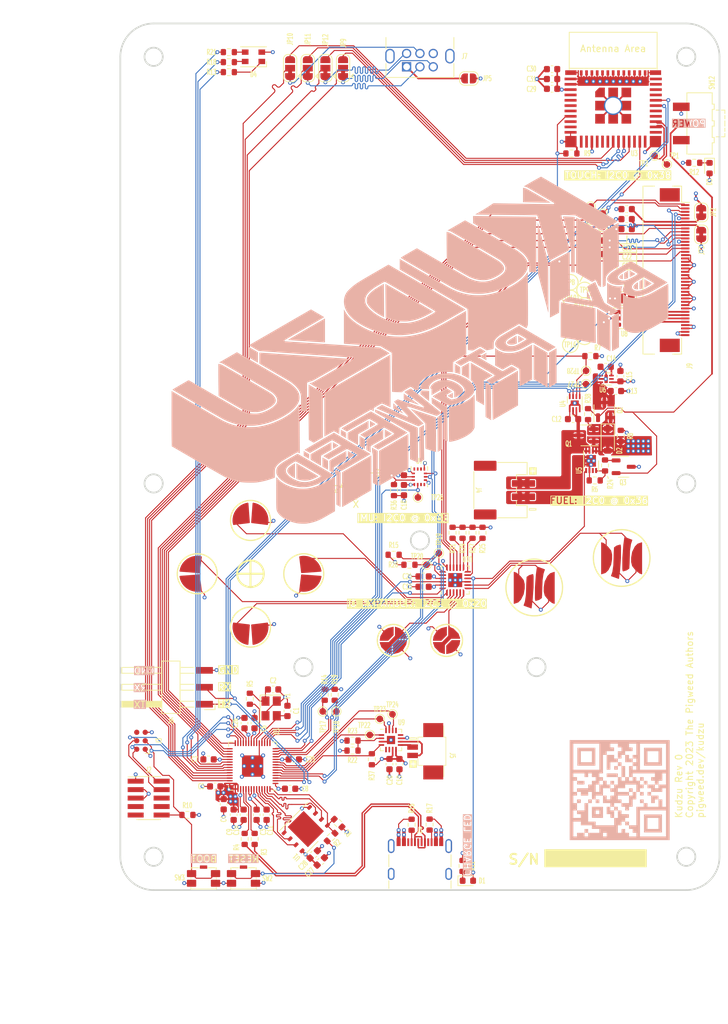
<source format=kicad_pcb>
(kicad_pcb (version 20221018) (generator pcbnew)
  (title_block (title "Kudzu") (date "2023-09-13") (rev "0") (company "Copyright 2023 The Pigweed Authors"))
  (layers (0 "F.Cu" signal) (1 "In1.Cu" signal) (2 "In2.Cu" signal) (31 "B.Cu" signal) (34 "B.Paste" user) (35 "F.Paste" user) (36 "B.SilkS" user "B.Silkscreen") (37 "F.SilkS" user "F.Silkscreen") (38 "B.Mask" user) (39 "F.Mask" user) (44 "Edge.Cuts" user))
  (property "REV" "WIP5")
  (net 0 "")
  (net 1 "GND")
  (net 2 "Net-(C2-Pad2)")
  (net 3 "+3V3")
  (net 4 "+1V1")
  (net 5 "+BATT")
  (net 6 "/power/VSYS")
  (net 7 "Net-(U6-BYP)")
  (net 8 "/ux/DISP_IOVCC")
  (net 9 "/ux/DISP_VCI")
  (net 10 "Net-(D1-K)")
  (net 11 "CHARGE_STAT")
  (net 12 "VBUS")
  (net 13 "Net-(D3-K)")
  (net 14 "Net-(D4-RK)")
  (net 15 "Net-(D4-BK)")
  (net 16 "Net-(D4-GK)")
  (net 17 "Net-(J1-CC1)")
  (net 18 "/RP2040 and Debug/USBD_P")
  (net 20 "Net-(J1-CC2)")
  (net 22 "/RP2040 and Debug/SWDIO")
  (net 23 "/RP2040 and Debug/SWCLK")
  (net 28 "RESET_N")
  (net 30 "Net-(J5-Pin_1)")
  (net 31 "Net-(J5-Pin_2)")
  (net 32 "UART_TX")
  (net 33 "UART_RX")
  (net 34 "Net-(J7-VDD)")
  (net 35 "TOUCH_IRQ")
  (net 36 "TOUCH_RESET")
  (net 37 "SENSOR_SCL")
  (net 38 "SENSOR_SDA")
  (net 39 "DISP_FMARK")
  (net 40 "DISP_CS_N")
  (net 41 "DISP_CLK")
  (net 42 "DISP_D_C")
  (net 44 "DISP_SDI")
  (net 45 "/ux/DISP_SDO")
  (net 46 "/ux/DISP_RESET")
  (net 47 "/ux/DISP_LEDA")
  (net 48 "/ux/DISP_LEDK_0")
  (net 49 "/ux/DISP_LEDK_1")
  (net 50 "/ux/DISP_LEDK_2")
  (net 51 "GBA_SO")
  (net 52 "GBA_SI")
  (net 53 "GBA_SD")
  (net 54 "GBA_SC")
  (net 55 "/power/POWER_SW_N")
  (net 56 "Net-(Q3-D)")
  (net 57 "/RP2040 and Debug/QSPI_CS_N")
  (net 58 "USB_BOOT_N")
  (net 59 "Net-(U5-PROG)")
  (net 60 "GAUGE_QSTRT")
  (net 61 "/power/VSYS_ALWAYS")
  (net 62 "IO_SCL")
  (net 63 "IO_SDA")
  (net 64 "/ux/GAIN_SLOT")
  (net 65 "BOARD_ID0")
  (net 66 "BOARD_ID1")
  (net 67 "BOARD_ID2")
  (net 68 "BOARD_ID3")
  (net 69 "IMU_FSYNC")
  (net 70 "AUDIO_SD")
  (net 71 "/ux/BUTTON_UP")
  (net 72 "/ux/BUTTON_DOWN")
  (net 73 "/ux/BUTTON_LEFT")
  (net 74 "/ux/BUTTON_RIGHT")
  (net 75 "/ux/BUTTON_B")
  (net 76 "/ux/BUTTON_A")
  (net 77 "/ux/BUTTON_SELECT")
  (net 78 "/ux/BUTTON_START")
  (net 80 "AUDIO_DATA")
  (net 81 "AUDIO_BCLK")
  (net 82 "AUDIO_LRCLK")
  (net 83 "IMU_INT2")
  (net 84 "GAUGE_ALERT_N")
  (net 85 "/RP2040 and Debug/QSPI_SD1")
  (net 86 "/RP2040 and Debug/QSPI_SD2")
  (net 87 "/RP2040 and Debug/QSPI_SD0")
  (net 88 "/RP2040 and Debug/QSPI_CLK")
  (net 89 "/RP2040 and Debug/QSPI_SD3")
  (net 91 "IO_INT_N")
  (net 92 "IO_RESET_N")
  (net 93 "DISP_BACKLIGHT")
  (net 105 "Net-(U2-XOUT)")
  (net 106 "Net-(U2-XIN)")
  (net 107 "Net-(U2-USB_DP)")
  (net 108 "Net-(U2-USB_DM)")
  (net 109 "STATUS_R")
  (net 110 "STATUS_G")
  (net 111 "STATUS_B")
  (net 112 "/RP2040 and Debug/USBD_N")
  (net 113 "RP2040_SPI_CLK")
  (net 114 "/misc/C3_MTCK")
  (net 115 "RP2040_SPI_CS")
  (net 116 "/misc/C3_MTMS")
  (net 117 "RP2040_SPI_DI")
  (net 118 "/misc/C3_MTDO")
  (net 119 "RP2040_SPI_DO")
  (net 120 "/misc/C3_MTDI")
  (net 121 "C3_RESET_N")
  (net 122 "/misc/C3_USBD_P")
  (net 123 "/misc/C3_USBD_N")
  (footprint "Resistor_SMD:R_0603_1608Metric" (layer "F.Cu") (at 103.425 111.2 180)
    (fp_text reference "R20")
    (fp_text value "3.3K")
  )
  (footprint "Capacitor_SMD:C_0603_1608Metric" (layer "F.Cu") (at 90.1 155.7 45)
    (fp_text reference "C27")
    (fp_text value "2.2uF")
  )
  (footprint "TestPoint:TestPoint_Pad_D1.0mm" (layer "F.Cu") (at 100.8738 133.6262)
    (fp_text reference "TP24")
    (fp_text value "AUDIO_LRCLK")
  )
  (footprint "TestPoint:TestPoint_Pad_D1.0mm" (layer "F.Cu") (at 132.45 58.5)
    (fp_text reference "TP9")
    (fp_text value "TOUCH_RESET")
  )
  (footprint "Capacitor_SMD:C_0603_1608Metric" (layer "F.Cu") (at 136.05 57.85)
    (fp_text reference "C23")
    (fp_text value "100nF")
  )
  (footprint "Capacitor_SMD:C_0603_1608Metric" (layer "F.Cu") (at 80.15 134.95 90)
    (fp_text reference "C6")
    (fp_text value "100nF")
  )
  (footprint "TestPoint:TestPoint_Pad_D1.0mm" (layer "F.Cu") (at 98.9738 134.3262)
    (fp_text reference "TP23")
    (fp_text value "AUDIO_BCLK")
  )
  (footprint "Resistor_SMD:R_0603_1608Metric" (layer "F.Cu") (at 106.45 150.175 90)
    (fp_text reference "R17")
    (fp_text value "5.1K")
  )
  (footprint "Jumper:SolderJumper-3_P1.3mm_Bridged12_RoundedPad1.0x1.5mm" (layer "F.Cu") (at 90.8 36.7 90)
    (fp_text reference "JP12")
    (fp_text value "SolderJumper_3_Bridged12")
  )
  (footprint "Jumper:SolderJumper-2_P1.3mm_Bridged_RoundedPad1.0x1.5mm" (layer "F.Cu") (at 147.25 58.35 -90)
    (fp_text reference "JP2")
    (fp_text value "SolderJumper_2_Bridged")
  )
  (footprint "TestPoint:TestPoint_Pad_D1.0mm" (layer "F.Cu") (at 130.65 63.58125)
    (fp_text reference "TP11")
    (fp_text value "DISP_CS_N")
  )
  (footprint "Resistor_SMD:R_0603_1608Metric" (layer "F.Cu") (at 131.25 98.55)
    (fp_text reference "R6")
    (fp_text value "4K")
  )
  (footprint "TestPoint:TestPoint_Pad_D1.0mm" (layer "F.Cu") (at 97.4738 136.7262)
    (fp_text reference "TP22")
    (fp_text value "AUDIO_DATA")
  )
  (footprint "KudzuLibrary:FPC-Connector_1x40-1MP_P0.50mm_Horizontal" (layer "F.Cu") (at 143 67 -90)
    (fp_text reference "J9")
    (fp_text value "Conn_01x40_MountingPin")
  )
  (footprint "Capacitor_SMD:C_0603_1608Metric" (layer "F.Cu") (at 78.52 148.7 -90)
    (fp_text reference "C10")
    (fp_text value "2.2uF")
  )
  (footprint "Resistor_SMD:R_0603_1608Metric" (layer "F.Cu") (at 112.9 106.4 -90)
    (fp_text reference "R27")
    (fp_text value "0")
  )
  (footprint "Connector:Tag-Connect_TC2030-IDC-NL_2x03_P1.27mm_Vertical" (layer "F.Cu") (at 63.1 137.6 90)
    (fp_text reference "J3")
    (fp_text value "6 Pin Tag Connect")
  )
  (footprint "KudzuLibrary:GBA_StartSelect" (layer "F.Cu") (at 101 122.55)
    (fp_text reference "SW5" hide)
    (fp_text value "AGB_SELECT_START" hide)
  )
  (footprint "Button_Switch_SMD:SW_SPDT_CK-JS102011SAQN" (layer "F.Cu") (at 147 45 90)
    (fp_text reference "SW12")
    (fp_text value "SW_SPDT")
  )
  (footprint "Capacitor_SMD:C_0603_1608Metric" (layer "F.Cu") (at 134.4375 85.1375)
    (fp_text reference "C13")
    (fp_text value "1uF")
  )
  (footprint "TestPoint:TestPoint_Pad_D1.0mm" (layer "F.Cu") (at 92.45 133.2)
    (fp_text reference "TP18")
    (fp_text value "SENSOR_SDA")
  )
  (footprint "KudzuLibrary:SW_Push_1P1T_NO_CK_PTS840_GK_SMTR_LFS" (layer "F.Cu") (at 78.5 158.25)
    (fp_text reference "SW2")
    (fp_text value "BOOT")
  )
  (footprint "KudzuLibrary:JST_PH_S2B-PH-SM_1x02_P2.00mm_Horizontal" (layer "F.Cu") (at 113.3 100 -90)
    (fp_text reference "J4")
    (fp_text value "Conn_01x02")
  )
  (footprint "Capacitor_SMD:C_0603_1608Metric" (layer "F.Cu") (at 78.65 134.95 90)
    (fp_text reference "C26")
    (fp_text value "100nF")
  )
  (footprint "LED_SMD:LED_0603_1608Metric" (layer "F.Cu") (at 148.5 51.7 -90)
    (fp_text reference "D3")
    (fp_text value "GREEN")
  )
  (footprint "Capacitor_SMD:C_0603_1608Metric" (layer "F.Cu") (at 100.4238 141.1012 -90)
    (fp_text reference "C20")
    (fp_text value "10uF")
  )
  (footprint "TestPoint:TestPoint_Pad_D1.0mm" (layer "F.Cu") (at 90.4 133.2)
    (fp_text reference "TP17")
    (fp_text value "SENSOR_SCL")
  )
  (footprint "Espressif:ESP32-C3-MINI-1_HandSoldering" (layer "F.Cu") (at 134.025 42.325)
    (fp_text reference "U3")
    (fp_text value "ESP32-C3-MINI-1")
  )
  (footprint "Capacitor_SMD:C_0603_1608Metric" (layer "F.Cu") (at 73.25 140.4 180)
    (fp_text reference "C7")
    (fp_text value "100nF")
  )
  (footprint "Jumper:SolderJumper-3_P1.3mm_Bridged12_RoundedPad1.0x1.5mm" (layer "F.Cu") (at 88.15 36.7 90)
    (fp_text reference "JP11")
    (fp_text value "SolderJumper_3_Bridged12")
  )
  (footprint "Jumper:SolderJumper-2_P1.3mm_Bridged_RoundedPad1.0x1.5mm" (layer "F.Cu") (at 147.25 61.65 90)
    (fp_text reference "JP3")
    (fp_text value "SolderJumper_2_Bridged")
  )
  (footprint "Capacitor_SMD:C_0603_1608Metric" (layer "F.Cu") (at 136.05 59.35)
    (fp_text reference "C22")
    (fp_text value "100nF")
  )
  (footprint "Resistor_SMD:R_0603_1608Metric" (layer "F.Cu") (at 70.075 148.725)
    (fp_text reference "R10")
    (fp_text value "10K")
  )
  (footprint "Resistor_SMD:R_0603_1608Metric" (layer "F.Cu") (at 101.1 100 -90)
    (fp_text reference "R36")
    (fp_text value "10K")
  )
  (footprint "Resistor_SMD:R_0603_1608Metric" (layer "F.Cu") (at 92.2 130.7 90)
    (fp_text reference "R19")
    (fp_text value "3.3K")
  )
  (footprint "Resistor_SMD:R_0603_1608Metric" (layer "F.Cu") (at 146.2 50.9)
    (fp_text reference "R12")
    (fp_text value "1.5K")
  )
  (footprint "Package_DFN_QFN:MLF-6-1EP_1.6x1.6mm_P0.5mm_EP0.5x1.26mm" (layer "F.Cu") (at 132.9625 83.3225)
    (fp_text reference "U6")
    (fp_text value "MIC5353-3.3YMT")
  )
  (footprint "TestPoint:TestPoint_Pad_D1.0mm" (layer "F.Cu") (at 129.95 82.1 -90)
    (fp_text reference "TP28")
    (fp_text value "GAUGE_QSTRT")
  )
  (footprint "Resistor_SMD:R_0603_1608Metric" (layer "F.Cu") (at 94.8738 137.5762)
    (fp_text reference "R23")
    (fp_text value "100K")
  )
  (footprint "Resistor_SMD:R_0603_1608Metric" (layer "F.Cu") (at 103.75 150.2 90)
    (fp_text reference "R16")
    (fp_text value "5.1K")
  )
  (footprint "Capacitor_SMD:C_0603_1608Metric" (layer "F.Cu") (at 80.47 148.7 -90)
    (fp_text reference "C3")
    (fp_text value "100nF")
  )
  (footprint "Package_DFN_QFN:TQFN-16-1EP_3x3mm_P0.5mm_EP1.23x1.23mm" (layer "F.Cu") (at 100.6538 137.4862)
    (fp_text reference "U9")
    (fp_text value "MAX98357")
  )
  (footprint "Capacitor_SMD:C_0603_1608Metric" (layer "F.Cu") (at 124.85 39.8 180)
    (fp_text reference "C29")
    (fp_text value "10nF")
  )
  (footprint "Capacitor_SMD:C_0603_1608Metric" (layer "F.Cu") (at 77.02 148.7 -90)
    (fp_text reference "C9")
    (fp_text value "2.2uF")
  )
  (footprint "Jumper:SolderJumper-2_P1.3mm_Bridged_RoundedPad1.0x1.5mm" (layer "F.Cu") (at 136.1 71.26 180)
    (fp_text reference "JP4")
    (fp_text value "SolderJumper_2_Bridged")
  )
  (footprint "Gekkio_Connector:GameBoy_LinkPort_MGB_Horizontal" (layer "F.Cu") (at 103 36.5 90)
    (fp_text reference "J7")
    (fp_text value "GameBoy_LinkPort")
  )
  (footprint "TestPoint:TestPoint_Pad_D1.0mm" (layer "F.Cu") (at 107.85 109.45)
    (fp_text reference "TP19")
    (fp_text value "IO_SCL")
  )
  (footprint "Resistor_SMD:R_0603_1608Metric" (layer "F.Cu") (at 114.4 106.4 -90)
    (fp_text reference "R25")
    (fp_text value "0")
  )
  (footprint "Package_TO_SOT_SMD:SOT-23-3" (layer "F.Cu") (at 132.7 88 90)
    (fp_text reference "Q2")
    (fp_text value "Q_PMOS_GSD")
  )
  (footprint "TestPoint:TestPoint_Pad_D1.0mm" (layer "F.Cu") (at 132.45 60.533333)
    (fp_text reference "TP13")
    (fp_text value "DISP_D_C")
  )
  (footprint "Capacitor_SMD:C_0603_1608Metric" (layer "F.Cu") (at 89.05 154.65 45)
    (fp_text reference "C28")
    (fp_text value "100nF")
  )
  (footprint "Resistor_SMD:R_0603_1608Metric" (layer "F.Cu") (at 109.9 106.4 -90)
    (fp_text reference "R31")
    (fp_text value "0")
  )
  (footprint "Capacitor_SMD:C_0603_1608Metric" (layer "F.Cu") (at 124.85 36.85 180)
    (fp_text reference "C30")
    (fp_text value "2.2uF")
  )
  (footprint "KudzuLibrary:CONN HEADER SMD 2POS 1.25MM" (layer "F.Cu") (at 103.9 139.8 -90)
    (fp_text reference "J5")
    (fp_text value "Conn_01x02")
  )
  (footprint "Capacitor_SMD:C_0603_1608Metric" (layer "F.Cu") (at 82.95 129.9 180)
    (fp_text reference "C2")
    (fp_text value "27pF")
  )
  (footprint "Resistor_SMD:R_0603_1608Metric" (layer "F.Cu") (at 111.4 106.4 -90)
    (fp_text reference "R29")
    (fp_text value "0")
  )
  (footprint "Capacitor_SMD:C_0603_1608Metric" (layer "F.Cu") (at 105.55 114.5 180)
    (fp_text reference "C16")
    (fp_text value "100nF")
  )
  (footprint "Capacitor_SMD:C_0603_1608Metric" (layer "F.Cu") (at 124.85 38.33 180)
    (fp_text reference "C31")
    (fp_text value "100nF")
  )
  (footprint "TestPoint:TestPoint_Pad_D1.0mm" (layer "F.Cu") (at 130.65 57.45)
    (fp_text reference "TP8")
    (fp_text value "TOUCH_IRQ")
  )
  (footprint "TestPoint:TestPoint_Pad_D1.0mm" (layer "F.Cu") (at 140.25 49.85)
    (fp_text reference "TP2")
    (fp_text value "DISP_RESET")
  )
  (footprint "Capacitor_SMD:C_0603_1608Metric" (layer "F.Cu") (at 132.9 81.5 180)
    (fp_text reference "C14")
    (fp_text value "100nF")
  )
  (footprint "Capacitor_SMD:C_0603_1608Metric" (layer "F.Cu") (at 85.1 133.125 -90)
    (fp_text reference "C1")
    (fp_text value "27pF")
  )
  (footprint "Connector_Harwin:Harwin_M20-89003xx_1x03_P2.54mm_Horizontal" (layer "F.Cu") (at 67.125 129.575 180)
    (fp_text reference "J6")
    (fp_text value "Conn_01x03")
  )
  (footprint "Resistor_SMD:R_0603_1608Metric" (layer "F.Cu") (at 76.3 37.3)
    (fp_text reference "R13")
    (fp_text value "280R 1%")
  )
  (footprint "TestPoint:TestPoint_Pad_D1.0mm" (layer "F.Cu") (at 104.7 101.1)
    (fp_text reference "TP26")
    (fp_text value "IMU_INT2")
  )
  (footprint "KudzuLibrary:SW_Push_1P1T_NO_CK_PTS840_GK_SMTR_LFS" (layer "F.Cu") (at 72.5 158.25)
    (fp_text reference "SW3")
    (fp_text value "RESET")
  )
  (footprint "LED_SMD:LED_Cree-PLCC4_3.2x2.8mm_CCW" (layer "F.Cu") (at 80 35 180)
    (fp_text reference "D4")
    (fp_text value "LED_RABG")
  )
  (footprint "Resistor_SMD:R_0603_1608Metric" (layer "F.Cu") (at 132.8 96.3 -90)
    (fp_text reference "R24")
    (fp_text value "4K")
  )
  (footprint "Resistor_SMD:R_0603_1608Metric" (layer "F.Cu") (at 80.175 152.325 90)
    (fp_text reference "R3")
    (fp_text value "27R")
  )
  (footprint "Capacitor_SMD:C_0603_1608Metric" (layer "F.Cu") (at 128 89.35)
    (fp_text reference "C12")
    (fp_text value "100nF")
  )
  (footprint "Package_TO_SOT_SMD:SOT-23-3" (layer "F.Cu") (at 129.975 91.7875 180)
    (fp_text reference "Q1")
    (fp_text value "Q_PMOS_GSD")
  )
  (footprint "Capacitor_SMD:C_0603_1608Metric" (layer "F.Cu") (at 102.6 100 90)
    (fp_text reference "C18")
    (fp_text value "100nF")
  )
  (footprint "Capacitor_SMD:C_0603_1608Metric" (layer "F.Cu") (at 75.52 147.125 -90)
    (fp_text reference "C4")
    (fp_text value "100nF")
  )
  (footprint "Resistor_SMD:R_0603_1608Metric" (layer "F.Cu") (at 76.3 34.3)
    (fp_text reference "R21")
    (fp_text value "60R 1%")
  )
  (footprint "KudzuLibrary:GBA_AB" (layer "F.Cu") (at 122.17 114.61)
    (fp_text reference "SW4" hide)
    (fp_text value "AGB_AB" hide)
  )
  (footprint "Capacitor_SMD:C_0603_1608Metric" (layer "F.Cu") (at 85.5 144.8)
    (fp_text reference "C8")
    (fp_text value "100nF")
  )
  (footprint "KudzuLibrary:GBA_DPad" (layer "F.Cu") (at 79.55 112.55)
    (fp_text reference "SW1" hide)
    (fp_text value "AGB_DPAD" hide)
  )
  (footprint "Resistor_SMD:R_0603_1608Metric" (layer "F.Cu") (at 97.7738 140.3762 90)
    (fp_text reference "R37")
    (fp_text value "634K")
  )
  (footprint "Connector_PinHeader_1.27mm:PinHeader_2x05_P1.27mm_Vertical_SMD" (layer "F.Cu") (at 64.25 146.2)
    (fp_text reference "J2")
    (fp_text value "ARM 10 Pin SWD")
  )
  (footprint "Package_DFN_QFN:QFN-56-1EP_7x7mm_P0.4mm_EP3.2x3.2mm" (layer "F.Cu") (at 79.87 141.4 180)
    (fp_text reference "U2")
    (fp_text value "RP2040")
  )
  (footprint "TestPoint:TestPoint_Pad_D1.0mm" (layer "F.Cu") (at 129.95 84.1 -90)
    (fp_text reference "TP27")
    (fp_text value "GAUGE_ALERT_N")
  )
  (footprint "Capacitor_SMD:C_0603_1608Metric" (layer "F.Cu") (at 74.25 144.45 180)
    (fp_text reference "C5")
    (fp_text value "100nF")
  )
  (footprint "Resistor_SMD:R_0603_1608Metric" (layer "F.Cu") (at 101.05 109.7 180)
    (fp_text reference "R15")
    (fp_text value "3.3K")
  )
  (footprint "Package_DFN_QFN:TDFN-8-1EP_2x2mm_P0.5mm_EP0.8x1.2mm" (layer "F.Cu") (at 128.25 86.95 90)
    (fp_text reference "U4")
    (fp_text value "MAX17048")
  )
  (footprint "TestPoint:TestPoint_Pad_D1.0mm" (layer "F.Cu") (at 132.45 62.566666)
    (fp_text reference "TP12")
    (fp_text value "DISP_CLK")
  )
  (footprint "Capacitor_SMD:C_0603_1608Metric" (layer "F.Cu") (at 102.6 97 90)
    (fp_text reference "C17")
    (fp_text value "10nF")
  )
  (footprint "TestPoint:TestPoint_Pad_D1.0mm" (layer "F.Cu") (at 132.45 64.6)
    (fp_text reference "TP15")
    (fp_text value "DISP_SDO")
  )
  (footprint "Resistor_SMD:R_0603_1608Metric" (layer "F.Cu") (at 79.45 131.3 -90)
    (fp_text reference "R5")
    (fp_text value "1K")
  )
  (footprint "Resistor_SMD:R_0603_1608Metric" (layer "F.Cu") (at 94.8738 139.0762 180)
    (fp_text reference "R22")
    (fp_text value "100K")
  )
  (footprint "Package_TO_SOT_SMD:SOT-23-6" (layer "F.Cu") (at 135.6925 74.24)
    (fp_text reference "U8")
    (fp_text value "AP2502")
  )
  (footprint "Connector_USB:USB_C_Receptacle_GCT_USB4105-xx-A_16P_TopMnt_Horizontal" (layer "F.Cu") (at 105 156.5)
    (fp_text reference "J1")
    (fp_text value "USB_C_Receptacle_USB2.0")
  )
  (footprint "Resistor_SMD:R_0603_1608Metric" (layer "F.Cu") (at 92.7 149.95 -45)
    (fp_text reference "R1")
    (fp_text value "10K")
  )
  (footprint "Capacitor_SMD:C_0603_1608Metric" (layer "F.Cu") (at 86.05 140.4)
    (fp_text reference "C25")
    (fp_text value "100nF")
  )
  (footprint "Jumper:SolderJumper-3_P1.3mm_Bridged12_RoundedPad1.0x1.5mm" (layer "F.Cu") (at 85.5 36.7 90)
    (fp_text reference "JP10")
    (fp_text value "SolderJumper_3_Bridged12")
  )
  (footprint "Capacitor_SMD:C_0603_1608Metric" (layer "F.Cu") (at 105.55 112.95 180)
    (fp_text reference "C24")
    (fp_text value "100nF")
  )
  (footprint "Resistor_SMD:R_0603_1608Metric" (layer "F.Cu") (at 135.1625 91.8625 -90)
    (fp_text reference "R8")
    (fp_text value "10K")
  )
  (footprint "Resistor_SMD:R_0603_1608Metric" (layer "F.Cu") (at 91.65 152.05 -135)
    (fp_text reference "R2")
    (fp_text value "1K")
  )
  (footprint "Resistor_SMD:R_0603_1608Metric" (layer "F.Cu") (at 76.3 35.8)
    (fp_text reference "R18")
    (fp_text value "60R 1%")
  )
  (footprint "Resistor_SMD:R_0603_1608Metric" (layer "F.Cu") (at 111.4 156.375 -90)
    (fp_text reference "R11")
    (fp_text value "1.5K")
  )
  (footprint "Capacitor_SMD:C_0603_1608Metric" (layer "F.Cu") (at 81.97 148.7 -90)
    (fp_text reference "C11")
    (fp_text value "100nF")
  )
  (footprint "Resistor_SMD:R_0603_1608Metric" (layer "F.Cu") (at 78.675 152.325 90)
    (fp_text reference "R4")
    (fp_text value "27R")
  )
  (footprint "Crystal:Crystal_SMD_3225-4Pin_3.2x2.5mm" (layer "F.Cu") (at 82.65 132.75 -90)
    (fp_text reference "Y1")
    (fp_text value "12 MHz")
  )
  (footprint "Package_DFN_QFN:TQFN-24-1EP_4x4mm_P0.5mm_EP2.1x2.1mm" (layer "F.Cu") (at 110.3 113.5 90)
    (fp_text reference "U10")
    (fp_text value "PI4IOE5V6416")
  )
  (footprint "Package_TO_SOT_SMD:SOT-23-3" (layer "F.Cu") (at 135.6 96.5)
    (fp_text reference "Q3")
    (fp_text value "Q_NMOS_DGS")
  )
  (footprint "Capacitor_SMD:C_0603_1608Metric" (layer "F.Cu") (at 135.1125 82.9125 90)
    (fp_text reference "C15")
    (fp_text value "2.2uF")
  )
  (footprint "TestPoint:TestPoint_Pad_D1.0mm" (layer "F.Cu") (at 130.65 65.625)
    (fp_text reference "TP16")
    (fp_text value "DISP_RESET")
  )
  (footprint "Package_SON:WSON-8-1EP_6x5mm_P1.27mm_EP3.4x4.3mm" (layer "F.Cu") (at 87.85 150.85 -135)
    (fp_text reference "U1")
    (fp_text value "W25Q128JVPIQ")
  )
  (footprint "Resistor_SMD:R_0603_1608Metric" (layer "F.Cu") (at 127.75 49.5)
    (fp_text reference "R9")
    (fp_text value "10K")
  )
  (footprint "TestPoint:TestPoint_Pad_D1.0mm" (layer "F.Cu") (at 106 111.2)
    (fp_text reference "TP20")
    (fp_text value "IO_SDA")
  )
  (footprint "Diode_SMD:D_SOD-123" (layer "F.Cu") (at 133.2125 92.4375 -90)
    (fp_text reference "D2")
    (fp_text value "D_Schottky")
  )
  (footprint "Capacitor_SMD:C_0603_1608Metric" (layer "F.Cu") (at 101.9238 141.1012 -90)
    (fp_text reference "C19")
    (fp_text value "100nF")
  )
  (footprint "Resistor_SMD:R_0603_1608Metric" (layer "F.Cu") (at 130.6 79.9 180)
    (fp_text reference "R7")
    (fp_text value "10K")
  )
  (footprint "Package_DFN_QFN:DFN-8-1EP_3x2mm_P0.5mm_EP1.75x1.45mm" (layer "F.Cu") (at 130.7125 95.6125 -90)
    (fp_text reference "U5")
    (fp_text value "MCP73831-MC")
  )
  (footprint "Jumper:SolderJumper-2_P1.3mm_Open_RoundedPad1.0x1.5mm" (layer "F.Cu") (at 112.35 38.25 180)
    (fp_text reference "JP5")
    (fp_text value "GBA_VDD")
  )
  (footprint "Resistor_SMD:R_0603_1608Metric" (layer "F.Cu") (at 130.25 88.6 -90)
    (fp_text reference "R38")
    (fp_text value "10K")
  )
  (footprint "Resistor_SMD:R_0603_1608Metric" (layer "F.Cu") (at 90.7 130.7 90)
    (fp_text reference "R14")
    (fp_text value "3.3K")
  )
  (footprint "Capacitor_SMD:C_0603_1608Metric" (layer "F.Cu") (at 136.05 60.85)
    (fp_text reference "C21")
    (fp_text value "10uF")
  )
  (footprint "TestPoint:TestPoint_Pad_D1.0mm" (layer "F.Cu") (at 130.65 59.49375)
    (fp_text reference "TP10")
    (fp_text value "DISP_FMARK")
  )
  (footprint "LED_SMD:LED_0603_1608Metric" (layer "F.Cu") (at 112.2 158.6)
    (fp_text reference "D1")
    (fp_text value "ORANGE")
  )
  (footprint "TestPoint:TestPoint_Pad_D1.0mm" (layer "F.Cu") (at 130.65 61.55)
    (fp_text reference "TP14")
    (fp_text value "DISP_SDI")
  )
  (footprint "TestPoint:TestPoint_Pad_D1.0mm" (layer "F.Cu") (at 142.1 51.15)
    (fp_text reference "TP1")
    (fp_text value "DISP_RESET")
  )
  (footprint "Rust_Board:IC_ICM-42670-P" (layer "F.Cu") (at 104.9125 98 -90)
    (fp_text reference "U7")
    (fp_text value "ICM-42670-P")
  )
  (footprint "Jumper:SolderJumper-3_P1.3mm_Bridged12_RoundedPad1.0x1.5mm" (layer "F.Cu") (at 93.4575 36.7 90)
    (fp_text reference "JP9")
    (fp_text value "SolderJumper_3_Bridged12")
  )
  (footprint "KudzuLibrary:kudzu_back_art" (layer "B.Cu") (at 105 79 180)
    (fp_text reference "G***" hide)
    (fp_text value "LOGO" hide)
  )
  (footprint "KudzuLibrary:kudzu_qr_code" (layer "B.Cu") (at 135 145 180)
    (fp_text reference "G***" hide)
    (fp_text value "LOGO" hide)
  )
  (gr_circle (center 127.588593 78.190938) (end 128.688593 78.590938) (stroke (width 0.15)) (fill none) (layer "F.SilkS"))
  (gr_line (start 99.35 97.4) (end 98.35 96.65) (stroke (width 0.15)) (layer "F.SilkS"))
  (gr_circle (center 127.588593 75.85) (end 128.688593 76.25) (stroke (width 0.15)) (fill none) (layer "F.SilkS"))
  (gr_line (start 133.3 98.25) (end 133.2 97.95) (stroke (width 0.15)) (layer "F.SilkS"))
  (gr_line (start 95.4 97.425) (end 95.4 101.375) (stroke (width 0.15)) (layer "F.SilkS"))
  (gr_line (start 93.1 99.6) (end 93.85 99.35) (stroke (width 0.15)) (layer "F.SilkS"))
  (gr_circle (center 127.588593 73.509062) (end 128.688593 73.909062) (stroke (width 0.15)) (fill none) (layer "F.SilkS"))
  (gr_line (start 93.1 99.6) (end 93.45 98.75) (stroke (width 0.15)) (layer "F.SilkS"))
  (gr_circle (center 127.588593 68.827186) (end 128.688593 69.227186) (stroke (width 0.15)) (fill none) (layer "F.SilkS"))
  (gr_line (start 130.15 66.65) (end 129.05 68.7) (stroke (width 0.15)) (layer "F.SilkS"))
  (gr_line (start 95.4 101.375) (end 94.65 100.375) (stroke (width 0.15)) (layer "F.SilkS"))
  (gr_line (start 95.4 97.45) (end 93.1 99.6) (stroke (width 0.15)) (layer "F.SilkS"))
  (gr_circle (center 129.729531 69.977186) (end 130.829531 70.377186) (stroke (width 0.15)) (fill none) (layer "F.SilkS"))
  (gr_circle (center 129.729531 77) (end 130.829531 77.4) (stroke (width 0.15)) (fill none) (layer "F.SilkS"))
  (gr_circle (center 129.729531 74.659062) (end 130.829531 75.059062) (stroke (width 0.15)) (fill none) (layer "F.SilkS"))
  (gr_rect (start 134.6 64.35) (end 137.55 65.65) (stroke (width 0.15)) (fill none) (layer "F.SilkS"))
  (gr_line (start 95.425 101.375) (end 96.175 100.375) (stroke (width 0.15)) (layer "F.SilkS"))
  (gr_rect (start 134.6 63.05) (end 137.55 64.35) (stroke (width 0.15)) (fill none) (layer "F.SilkS"))
  (gr_rect (start 123.76 153.94) (end 139 156.5) (stroke (width 0.15)) (fill solid) (layer "F.SilkS"))
  (gr_line (start 99.35 97.425) (end 98.35 98.175) (stroke (width 0.15)) (layer "F.SilkS"))
  (gr_line (start 136.075 63.05) (end 136.1 61.8) (stroke (width 0.15)) (layer "F.SilkS"))
  (gr_circle (center 127.588593 71.168124) (end 128.688593 71.568124) (stroke (width 0.15)) (fill none) (layer "F.SilkS"))
  (gr_circle (center 129.729531 72.318124) (end 130.829531 72.718124) (stroke (width 0.15)) (fill none) (layer "F.SilkS"))
  (gr_line (start 95.4 97.425) (end 99.35 97.425) (stroke (width 0.15)) (layer "F.SilkS"))
  (gr_rect (start 134.6 65.65) (end 137.55 66.95) (stroke (width 0.15)) (fill none) (layer "F.SilkS"))
  (gr_circle (center 145 35) (end 146.375 35) (stroke (width 0.25)) (fill none) (layer "Edge.Cuts"))
  (gr_curve (pts (xy 60 155) (xy 60 157.761424) (xy 62.238576 160) (xy 65 160)) (stroke (width 0.25)) (layer "Edge.Cuts"))
  (gr_circle (center 145 99) (end 146.375 99) (stroke (width 0.25)) (fill none) (layer "Edge.Cuts"))
  (gr_circle (center 145 155) (end 146.375 155) (stroke (width 0.25)) (fill none) (layer "Edge.Cuts"))
  (gr_circle (center 65 99) (end 66.375 99) (stroke (width 0.25)) (fill none) (layer "Edge.Cuts"))
  (gr_line (start 60 35) (end 60 155) (stroke (width 0.25)) (layer "Edge.Cuts"))
  (gr_line (start 65 160) (end 145 160) (stroke (width 0.25)) (layer "Edge.Cuts"))
  (gr_line (start 145 30) (end 65 30) (stroke (width 0.25)) (layer "Edge.Cuts"))
  (gr_curve (pts (xy 65 30) (xy 62.238576 30) (xy 60 32.238576) (xy 60 35)) (stroke (width 0.25)) (layer "Edge.Cuts"))
  (gr_circle (center 65 35) (end 66.375 35) (stroke (width 0.25)) (fill none) (layer "Edge.Cuts"))
  (gr_circle (center 87.5 126.55) (end 88.875 126.55) (stroke (width 0.25)) (fill none) (layer "Edge.Cuts"))
  (gr_circle (center 65 155) (end 66.375 155) (stroke (width 0.25)) (fill none) (layer "Edge.Cuts"))
  (gr_curve (pts (xy 145 160) (xy 147.761424 160) (xy 150 157.761424) (xy 150 155)) (stroke (width 0.25)) (layer "Edge.Cuts"))
  (gr_curve (pts (xy 150 35) (xy 150 32.238576) (xy 147.761424 30) (xy 145 30)) (stroke (width 0.25)) (layer "Edge.Cuts"))
  (gr_circle (center 105 107.55) (end 106.375 107.55) (stroke (width 0.25)) (fill none) (layer "Edge.Cuts"))
  (gr_circle (center 122.5 126.55) (end 123.875 126.55) (stroke (width 0.25)) (fill none) (layer "Edge.Cuts"))
  (gr_line (start 150 155) (end 150 35) (stroke (width 0.25)) (layer "Edge.Cuts"))
  (gr_text "POWER" (at 148.05 45.6) (layer "B.SilkS" knockout) (effects (font (size 1 1)) (justify left bottom mirror)))
  (gr_text "RESET" (at 80.9 155.9) (layer "B.SilkS" knockout) (effects (font (size 1 1)) (justify left bottom mirror)))
  (gr_text "CHARGE LED" (at 111.5 158 -90) (layer "B.SilkS" knockout) (effects (font (size 1 1)) (justify left bottom mirror)))
  (gr_text "BOOT" (at 74.6 155.9) (layer "B.SilkS" knockout) (effects (font (size 1 1)) (justify left bottom mirror)))
  (gr_text "GND" (at 65.2 127.7) (layer "B.SilkS" knockout) (effects (font (size 1 1)) (justify left bottom mirror)))
  (gr_text "TX\n" (at 63.866667 132.775) (layer "B.SilkS" knockout) (effects (font (size 1 1)) (justify left bottom mirror)))
  (gr_text "RX\n" (at 64.104762 130.25) (layer "B.SilkS" knockout) (effects (font (size 1 1)) (justify left bottom mirror)))
  (gr_text "S/N" (at 118.13 156.27) (layer "F.SilkS") (effects (font (size 1.5 1.5) (thickness 0.3) bold) (justify left bottom)))
  (gr_text "+" (at 103.25 141.6) (layer "F.SilkS" knockout) (effects (font (size 1 1)) (justify left bottom)))
  (gr_text "IO EXPANDER: I2C1 @ 0x20\n" (at 93.9 117.6) (layer "F.SilkS" knockout) (effects (font (size 1 1)) (justify left bottom)))
  (gr_text "RESET" (at 76.05 155.9) (layer "F.SilkS" knockout) (effects (font (size 1 1)) (justify left bottom)))
  (gr_text "X" (at 95.95 101.475 180) (layer "F.SilkS") (effects (font (size 1 1)) (justify left bottom)))
  (gr_text "Z" (at 91.9 100.45) (layer "F.SilkS") (effects (font (size 1 1)) (justify left bottom)))
  (gr_text "GND" (at 74.6 127.575) (layer "F.SilkS" knockout) (effects (font (size 1 1)) (justify left bottom)))
  (gr_text "-" (at 103.25 137.8) (layer "F.SilkS" knockout) (effects (font (size 1 1)) (justify left bottom)))
  (gr_text "Y\n" (at 99.5 97.9) (layer "F.SilkS") (effects (font (size 1 1)) (justify left bottom)))
  (gr_text "-" (at 121.2 103.4) (layer "F.SilkS" knockout) (effects (font (size 1 1)) (justify left bottom)))
  (gr_text "+" (at 121.25 97.65) (layer "F.SilkS" knockout) (effects (font (size 1 1)) (justify left bottom)))
  (gr_text "RX\n" (at 74.55 130.125) (layer "F.SilkS" knockout) (effects (font (size 1 1)) (justify left bottom)))
  (gr_text "BOOT" (at 70.4 155.9) (layer "F.SilkS" knockout) (effects (font (size 1 1)) (justify left bottom)))
  (gr_text "TX\n" (at 74.65 132.65) (layer "F.SilkS" knockout) (effects (font (size 1 1)) (justify left bottom)))
  (gr_text "TOUCH: I2C0 @ 0x38" (at 126.65 53.35) (layer "F.SilkS" knockout) (effects (font (size 1 1)) (justify left bottom)))
  (gr_text "FUEL: I2C0 @ 0x36" (at 124.45 102.15) (layer "F.SilkS" knockout) (effects (font (size 1 1)) (justify left bottom)))
  (gr_text "IMU: I2C0 @ 0x68" (at 95.45 104.75) (layer "F.SilkS" knockout) (effects (font (size 1 1)) (justify left bottom)))
  (gr_text "Kudzu Rev 0\nCopyright 2023 The Pigweed Authors\npigweed.dev/kudzu" (at 147.7 149.3 90) (layer "F.SilkS") (effects (font (size 1 1)) (justify left bottom)))
  (segment (start 127.675 47.725) (end 126.325 47.725) (width 0.254) (layer "F.Cu") (net 1))
  (segment (start 127.5 87.9375) (end 127.5 87.35) (width 0.254) (layer "F.Cu") (net 1))
  (segment (start 84.15 131.65) (end 84.75 131.05) (width 0.1524) (layer "F.Cu") (net 1))
  (segment (start 145.66 70.75) (end 146.16 71.25) (width 0.1524) (layer "F.Cu") (net 1))
  (segment (start 81.8 133.85) (end 81.8 133.35) (width 0.1524) (layer "F.Cu") (net 1))
  (segment (start 134.6 112.1) (end 136.15 113.65) (width 0.1524) (layer "F.Cu") (net 1))
  (segment (start 90.648008 155.151992) (end 91.338037 154.461963) (width 0.254) (layer "F.Cu") (net 1))
  (segment (start 87.435759 147.593773) (end 87.270802 147.75873) (width 0.1524) (layer "F.Cu") (net 1))
  (segment (start 136.7375 96.5) (end 137.9 96.5) (width 0.1524) (layer "F.Cu") (net 1))
  (segment (start 134.825 37.425) (end 134.825 38.025) (width 0.1524) (layer "F.Cu") (net 1))
  (segment (start 130.35 96) (end 130.4625 96.1125) (width 0.254) (layer "F.Cu") (net 1))
  (segment (start 89.598008 154.101992) (end 90.3 153.4) (width 0.254) (layer "F.Cu") (net 1))
  (segment (start 107.85 121.45) (end 106.9 120.5) (width 0.1524) (layer "F.Cu") (net 1))
  (segment (start 127.625 39.125) (end 128.325 39.125) (width 0.254) (layer "F.Cu") (net 1))
  (segment (start 73.475 144.45) (end 72.35 144.45) (width 0.1524) (layer "F.Cu") (net 1))
  (segment (start 144.25 42.5) (end 144.25 43.549998) (width 0.1524) (layer "F.Cu") (net 1))
  (segment (start 138.025 37.425) (end 138.025 38.025) (width 0.1524) (layer "F.Cu") (net 1))
  (segment (start 102.6 101.599998) (end 102.599998 101.6) (width 0.1524) (layer "F.Cu") (net 1))
  (segment (start 102.6 97.775) (end 101.750348 97.775) (width 0.1524) (layer "F.Cu") (net 1))
  (segment (start 80.47 149.8) (end 81.05 150.38) (width 0.1524) (layer "F.Cu") (net 1))
  (segment (start 133.225 37.425) (end 133.225 38.025) (width 0.1524) (layer "F.Cu") (net 1))
  (segment (start 136.2875 85.1375) (end 136.3 85.15) (width 0.254) (layer "F.Cu") (net 1))
  (segment (start 140.375 47.725) (end 138.8 49.3) (width 0.254) (layer "F.Cu") (net 1))
  (segment (start 145.18 65.25) (end 146.18 66.25) (width 0.1524) (layer "F.Cu") (net 1))
  (segment (start 77.875 150.445) (end 77.875 150.525) (width 0.1524) (layer "F.Cu") (net 1))
  (segment (start 108.2 151.7) (end 108.2 151) (width 0.508) (layer "F.Cu") (net 1))
  (segment (start 122.55 38.33) (end 123.8 36.85) (width 0.254) (layer "F.Cu") (net 1))
  (segment (start 127.5 87.35) (end 127.9 86.95) (width 0.254) (layer "F.Cu") (net 1))
  (segment (start 109.05 111.6375) (end 108.4594 111.0469) (width 0.1524) (layer "F.Cu") (net 1))
  (segment (start 144.85 71.25) (end 146.16 71.25) (width 0.1524) (layer "F.Cu") (net 1))
  (segment (start 110.3 113.45) (end 110.25 113.45) (width 0.1524) (layer "F.Cu") (net 1))
  (segment (start 146.13 68.75) (end 145.13 67.75) (width 0.1524) (layer "F.Cu") (net 1))
  (segment (start 128.725 39.125) (end 128.85 39) (width 0.1524) (layer "F.Cu") (net 1))
  (segment (start 110.55 113.75) (end 110.95 114.15) (width 0.1524) (layer "F.Cu") (net 1))
  (segment (start 101.8 151.7) (end 101.8 151.3) (width 0.508) (layer "F.Cu") (net 1))
  (segment (start 103.75 149.375) (end 102.525 149.375) (width 0.1524) (layer "F.Cu") (net 1))
  (segment (start 132.425 38.075) (end 132.4 38.1) (width 0.1524) (layer "F.Cu") (net 1))
  (segment (start 145.65 64.8) (end 145.65 65.72) (width 0.1524) (layer "F.Cu") (net 1))
  (segment (start 109.9 105.575) (end 111.4 105.575) (width 0.1524) (layer "F.Cu") (net 1))
  (segment (start 121.47 116.27) (end 123.15 117.95) (width 0.1524) (layer "F.Cu") (net 1))
  (segment (start 130.7125 95.6125) (end 130.3 95.2) (width 0.254) (layer "F.Cu") (net 1))
  (segment (start 87.752446 140.4) (end 87.763722 140.388724) (width 0.1524) (layer "F.Cu") (net 1))
  (segment (start 102.825 98) (end 102.6 97.775) (width 0.1524) (layer "F.Cu") (net 1))
  (segment (start 85.1 131.4) (end 84.75 131.05) (width 0.1524) (layer "F.Cu") (net 1))
  (segment (start 135.625 38.025) (end 135.55 38.1) (width 0.1524) (layer "F.Cu") (net 1))
  (segment (start 129.225 37.425) (end 129.225 38.175) (width 0.1524) (layer "F.Cu") (net 1))
  (segment (start 104.775 114.5) (end 103.5 114.5) (width 0.1524) (layer "F.Cu") (net 1))
  (segment (start 144.85 66.25) (end 146.18 66.25) (width 0.1524) (layer "F.Cu") (net 1))
  (segment (start 144.85 69.25) (end 145.63 69.25) (width 0.1524) (layer "F.Cu") (net 1))
  (segment (start 124.32 116.78) (end 123.15 117.95) (width 0.1524) (layer "F.Cu") (net 1))
  (segment (start 78.52 149.8) (end 77.875 150.445) (width 0.1524) (layer "F.Cu") (net 1))
  (segment (start 62.3 146.2) (end 63.6 146.2) (width 0.1524) (layer "F.Cu") (net 1))
  (segment (start 130.175 96.15) (end 129.3 96.15) (width 0.254) (layer "F.Cu") (net 1))
  (segment (start 143.923754 59.25) (end 143.904585 59.230831) (width 0.254) (layer "F.Cu") (net 1))
  (segment (start 138.825 38.125) (end 138.75 38.2) (width 0.1524) (layer "F.Cu") (net 1))
  (segment (start 134.025 40.35) (end 134.025 42.325) (width 0.254) (layer "F.Cu") (net 1))
  (segment (start 145.66 71.75) (end 146.16 71.25) (width 0.1524) (layer "F.Cu") (net 1))
  (segment (start 78.65 134.175) (end 77.725 134.175) (width 0.1524) (layer "F.Cu") (net 1))
  (segment (start 99.2163 137.7362) (end 100.3638 137.7362) (width 0.254) (layer "F.Cu") (net 1))
  (segment (start 72.475 140.4) (end 72.475 139.525) (width 0.1524) (layer "F.Cu") (net 1))
  (segment (start 81.849999 104.85) (end 82.75 104.85) (width 0.1524) (layer "F.Cu") (net 1))
  (segment (start 121.47 114.61) (end 121.47 116.27) (width 0.1524) (layer "F.Cu") (net 1))
  (segment (start 122.55 38.33) (end 123.95 39.8) (width 0.254) (layer "F.Cu") (net 1))
  (segment (start 87.25 114.9714) (end 86.4 115.8214) (width 0.1524) (layer "F.Cu") (net 1))
  (segment (start 122.48 38.33) (end 124.075 38.33) (width 0.254) (layer "F.Cu") (net 1))
  (segment (start 137.45 110.13) (end 137.45 112.35) (width 0.1524) (layer "F.Cu") (net 1))
  (segment (start 63.735 136.33) (end 64.72 136.33) (width 0.1524) (layer "F.Cu") (net 1))
  (segment (start 130.3 95.2) (end 130.3 95.1) (width 0.254) (layer "F.Cu") (net 1))
  (segment (start 145.13 67.75) (end 144.85 67.75) (width 0.1524) (layer "F.Cu") (net 1))
  (segment (start 87.25 114.849999) (end 87.25 114.9714) (width 0.1524) (layer "F.Cu") (net 1))
  (segment (start 110.3 113.5) (end 110.3 113.45) (width 0.1524) (layer "F.Cu") (net 1))
  (segment (start 139.375 37.375) (end 139.3 37.45) (width 0.1524) (layer "F.Cu") (net 1))
  (segment (start 132.9625 82.3375) (end 132.9625 82.9625) (width 0.254) (layer "F.Cu") (net 1))
  (segment (start 127.625 38.325) (end 128.875 38.325) (width 0.1524) (layer "F.Cu") (net 1))
  (segment (start 129.225 38.175) (end 129.25 38.2) (width 0.1524) (layer "F.Cu") (net 1))
  (segment (start 145.6 64.75) (end 145.65 64.8) (width 0.1524) (layer "F.Cu") (net 1))
  (segment (start 144.85 68.25) (end 145.63 68.25) (width 0.1524) (layer "F.Cu") (net 1))
  (segment (start 137.225 38.075) (end 137.2 38.1) (width 0.1524) (layer "F.Cu") (net 1))
  (segment (start 133.2 38.05) (end 133.225 38.025) (width 0.1524) (layer "F.Cu") (net 1))
  (segment (start 81.425 158.975) (end 81.5 158.9) (width 0.1524) (layer "F.Cu") (net 1))
  (segment (start 144.85 75.25) (end 145.859997 75.25) (width 0.1524) (layer "F.Cu") (net 1))
  (segment (start 75.52 148.98) (end 75.5 149) (width 0.1524) (layer "F.Cu") (net 1))
  (segment (start 144.85 65.75) (end 145.68 65.75) (width 0.1524) (layer "F.Cu") (net 1))
  (segment (start 101.8 150.1) (end 101.8 151.3) (width 0.1524) (layer "F.Cu") (net 1))
  (segment (start 127.625 47.675) (end 127.675 47.725) (width 0.1524) (layer "F.Cu") (net 1))
  (segment (start 111.4 155.55) (end 111.4 154.45) (width 0.1524) (layer "F.Cu") (net 1))
  (segment (start 129 87.3) (end 128.65 86.95) (width 0.254) (layer "F.Cu") (net 1))
  (segment (start 100.4038 135.0324) (end 100.3476 134.9762) (width 0.254) (layer "F.Cu") (net 1))
  (segment (start 135.1625 91.0375) (end 135.710598 91.0375) (width 0.1524) (layer "F.Cu") (net 1))
  (segment (start 75.475 158.975) (end 75.5 158.95) (width 0.1524) (layer "F.Cu") (net 1))
  (segment (start 74.3 158.975) (end 75.475 158.975) (width 0.1524) (layer "F.Cu") (net 1))
  (segment (start 145.375 50.9) (end 144.5 50.9) (width 0.1524) (layer "F.Cu") (net 1))
  (segment (start 106.53142 120.5) (end 106.275594 120.755826) (width 0.1524) (layer "F.Cu") (net 1))
  (segment (start 128.875 38.325) (end 128.9 38.35) (width 0.1524) (layer "F.Cu") (net 1))
  (segment (start 101.1 100.825) (end 102.55 100.825) (width 0.1524) (layer "F.Cu") (net 1))
  (segment (start 144.85 72.75) (end 146.13 72.75) (width 0.1524) (layer "F.Cu") (net 1))
  (segment (start 74.415 127.035) (end 74.45 127) (width 0.1524) (layer "F.Cu") (net 1))
  (segment (start 145.63 68.25) (end 146.13 68.75) (width 0.1524) (layer "F.Cu") (net 1))
  (segment (start 110.55 113.75) (end 110.3 113.5) (width 0.1524) (layer "F.Cu") (net 1))
  (segment (start 75.525 158.975) (end 75.5 158.95) (width 0.1524) (layer "F.Cu") (net 1))
  (segment (start 132.425 37.425) (end 132.425 38.075) (width 0.1524) (layer "F.Cu") (net 1))
  (segment (start 145.880399 75.75) (end 146.120198 75.510201) (width 0.1524) (layer "F.Cu") (net 1))
  (segment (start 145.65 65.72) (end 146.18 66.25) (width 0.1524) (layer "F.Cu") (net 1))
  (segment (start 93.324777 137.5762) (end 93.249325 137.651652) (width 0.1524) (layer "F.Cu") (net 1))
  (segment (start 127.5 87.9375) (end 127.5 89.075) (width 0.1524) (layer "F.Cu") (net 1))
  (segment (start 137.45 112.35) (end 136.15 113.65) (width 0.1524) (layer "F.Cu") (net 1))
  (segment (start 86.825 140.4) (end 87.752446 140.4) (width 0.1524) (layer "F.Cu") (net 1))
  (segment (start 107.175 149.35) (end 108.2 150.375) (width 0.1524) (layer "F.Cu") (net 1))
  (segment (start 72.475 139.525) (end 72.45 139.5) (width 0.1524) (layer "F.Cu") (net 1))
  (segment (start 63.63 144.93) (end 64.25 145.55) (width 0.1524) (layer "F.Cu") (net 1))
  (segment (start 128.85 39) (end 128.85 38.75) (width 0.1524) (layer "F.Cu") (net 1))
  (segment (start 77.02 149.8) (end 77.02 150.525) (width 0.1524) (layer "F.Cu") (net 1))
  (segment (start 144.85 65.25) (end 145.18 65.25) (width 0.1524) (layer "F.Cu") (net 1))
  (segment (start 136.425 38.025) (end 136.35 38.1) (width 0.1524) (layer "F.Cu") (net 1))
  (segment (start 70.7 158.975) (end 69.625 158.975) (width 0.1524) (layer "F.Cu") (net 1))
  (segment (start 106.45 149.35) (end 107.175 149.35) (width 0.1524) (layer "F.Cu") (net 1))
  (segment (start 105.6625 96.0375) (end 105.75 95.95) (width 0.1524) (layer "F.Cu") (net 1))
  (segment (start 64.72 136.33) (end 64.725 136.325) (width 0.1524) (layer "F.Cu") (net 1))
  (segment (start 105.6625 96.8375) (end 105.6625 96.0375) (width 0.1524) (layer "F.Cu") (net 1))
  (segment (start 99.85 121.45) (end 98.9 120.5) (width 0.1524) (layer "F.Cu") (net 1))
  (segment (start 135.275 57.85) (end 134.5 57.85) (width 0.254) (layer "F.Cu") (net 1))
  (segment (start 102.991937 137.2362) (end 103.071337 137.1568) (width 0.254) (layer "F.Cu") (net 1))
  (segment (start 133.4 74.25) (end 133.187555 74.25) (width 0.254) (layer "F.Cu") (net 1))
  (segment (start 135.625 37.425) (end 135.625 38.025) (width 0.1524) (layer "F.Cu") (net 1))
  (segment (start 130.825 38.075) (end 130.85 38.1) (width 0.1524) (layer "F.Cu") (net 1))
  (segment (start 127.5 89.075) (end 127.225 89.35) (width 0.1524) (layer "F.Cu") (net 1))
  (segment (start 133.187555 74.25) (end 132.622108 74.815447) (width 0.254) (layer "F.Cu") (net 1))
  (segment (start 144.25 43.549998) (end 144.249998 43.55) (width 0.1524) (layer "F.Cu") (net 1))
  (segment (start 134.555 74.24) (end 133.41 74.24) (width 0.254) (layer "F.Cu") (net 1))
  (segment (start 132.05 42.325) (end 134.025 42.325) (width 0.254) (layer "F.Cu") (net 1))
  (segment (start 133.41 74.24) (end 133.4 74.25) (width 0.254) (layer "F.Cu") (net 1))
  (segment (start 83.5 131.65) (end 84.15 131.65) (width 0.1524) (layer "F.Cu") (net 1))
  (segment (start 100.4038 136.0487) (end 100.4038 135.0324) (width 0.254) (layer "F.Cu") (net 1))
  (segment (start 145.63 69.25) (end 146.13 68.75) (width 0.1524) (layer "F.Cu") (net 1))
  (segment (start 144.85 59.25) (end 143.923754 59.25) (width 0.254) (layer "F.Cu") (net 1))
  (segment (start 146.13 68.75) (end 145.13 69.75) (width 0.1524) (layer "F.Cu") (net 1))
  (segment (start 134.825 38.025) (end 134.75 38.1) (width 0.1524) (layer "F.Cu") (net 1))
  (segment (start 145.68 65.75) (end 146.18 66.25) (width 0.1524) (layer "F.Cu") (net 1))
  (segment (start 134.6 110.13) (end 134.6 112.1) (width 0.1524) (layer "F.Cu") (net 1))
  (segment (start 130.7125 95.6125) (end 130.175 96.15) (width 0.254) (layer "F.Cu") (net 1))
  (segment (start 88.41215 147.593773) (end 87.435759 147.593773) (width 0.1524) (layer "F.Cu") (net 1))
  (segment (start 82.95 120.25) (end 83.096854 120.103146) (width 0.1524) (layer "F.Cu") (net 1))
  (segment (start 82.75 104.85) (end 83 104.6) (width 0.1524) (layer "F.Cu") (net 1))
  (segment (start 127.675 37.375) (end 128.125 37.375) (width 0.254) (layer "F.Cu") (net 1))
  (segment (start 128.725 37.375) (end 128.75 37.4) (width 0.1524) (layer "F.Cu") (net 1))
  (segment (start 127.625 46.325) (end 127.625 47.675) (width 0.1524) (layer "F.Cu") (net 1))
  (segment (start 145.13 69.75) (end 144.85 69.75) (width 0.1524) (layer "F.Cu") (net 1))
  (segment (start 80.87 140.4) (end 79.87 141.4) (width 0.1524) (layer "F.Cu") (net 1))
  (segment (start 102.55 100.825) (end 102.6 100.775) (width 0.1524) (layer "F.Cu") (net 1))
  (segment (start 69.625 158.975) (end 69.6 158.95) (width 0.1524) (layer "F.Cu") (net 1))
  (segment (start 145.18 67.25) (end 144.85 67.25) (width 0.1524) (layer "F.Cu") (net 1))
  (segment (start 130.4625 96.1125) (end 130.4625 97.0625) (width 0.254) (layer "F.Cu") (net 1))
  (segment (start 81.97 149.8) (end 81.97 150.525) (width 0.1524) (layer "F.Cu") (net 1))
  (segment (start 100.3638 137.7362) (end 100.6238 137.4762) (width 0.254) (layer "F.Cu") (net 1))
  (segment (start 111.4 105.575) (end 112.9 105.575) (width 0.1524) (layer "F.Cu") (net 1))
  (segment (start 62.3 144.93) (end 63.63 144.93) (width 0.1524) (layer "F.Cu") (net 1))
  (segment (start 72.65 127.035) (end 74.415 127.035) (width 0.1524) (layer "F.Cu") (net 1))
  (segment (start 135.275 60.85) (end 134.5 60.85) (width 0.254) (layer "F.Cu") (net 1))
  (segment (start 80.3 158.975) (end 81.425 158.975) (width 0.1524) (layer "F.Cu") (net 1))
  (segment (start 130.825 37.425) (end 130.825 38.075) (width 0.1524) (layer "F.Cu") (net 1))
  (segment (start 128.85 38.75) (end 128.9 38.7) (width 0.1524) (layer "F.Cu") (net 1))
  (segment (start 132.125 81.5) (end 132.9625 82.3375) (width 0.254) (layer "F.Cu") (net 1))
  (segment (start 128.575 48.625) (end 127.675 47.725) (width 0.254) (layer "F.Cu") (net 1))
  (segment (start 63.6 146.2) (end 64.25 145.55) (width 0.1524) (layer "F.Cu") (net 1))
  (segment (start 91.338037 154.461963) (end 91.338037 154.450002) (width 0.254) (layer "F.Cu") (net 1))
  (segment (start 134.025 37.425) (end 134.025 38.075) (width 0.1524) (layer "F.Cu") (net 1))
  (segment (start 100.4238 141.8762) (end 100.4238 142.9762) (width 0.254) (layer "F.Cu") (net 1))
  (segment (start 102.6 100.775) (end 102.6 101.599998) (width 0.1524) (layer "F.Cu") (net 1))
  (segment (start 130.025 37.425) (end 130.025 38.025) (width 0.1524) (layer "F.Cu") (net 1))
  (segment (start 130.4625 97.0625) (end 130.4625 98.5125) (width 0.1524) (layer "F.Cu") (net 1))
  (segment (start 135.2125 85.1375) (end 136.2875 85.1375) (width 0.254) (layer "F.Cu") (net 1))
  (segment (start 112.1625 113.75) (end 110.55 113.75) (width 0.1524) (layer "F.Cu") (net 1))
  (segment (start 130.2 95.1) (end 130.15 95.05) (width 0.254) (layer "F.Cu") (net 1))
  (segment (start 102.0913 137.2362) (end 102.991937 137.2362) (width 0.254) (layer "F.Cu") (net 1))
  (segment (start 128.575 49.5) (end 128.575 48.625) (width 0.254) (layer "F.Cu") (net 1))
  (segment (start 71.85 114.85) (end 72.65 115.65) (width 0.1524) (layer "F.Cu") (net 1))
  (segment (start 126.325 47.725) (end 126.3 47.75) (width 0.254) (layer "F.Cu") (net 1))
  (segment (start 144.85 64.75) (end 145.6 64.75) (width 0.1524) (layer "F.Cu") (net 1))
  (segment (start 146.16 71.25) (end 145.16 70.25) (width 0.1524) (layer "F.Cu") (net 1))
  (segment (start 130.3 95.1) (end 130.2 95.1) (width 0.254) (layer "F.Cu") (net 1))
  (segment (start 101.9238 141.8762) (end 101.9238 142.9762) (width 0.254) (layer "F.Cu") (net 1))
  (segment (start 131.425 79.9) (end 132.35 79.9) (width 0.1524) (layer "F.Cu") (net 1))
  (segment (start 108.2 150.375) (end 108.2 151) (width 0.1524) (layer "F.Cu") (net 1))
  (segment (start 123.95 39.8) (end 124.075 39.8) (width 0.254) (layer "F.Cu") (net 1))
  (segment (start 122.55 38.33) (end 122.48 38.33) (width 0.254) (layer "F.Cu") (net 1))
  (segment (start 138.825 37.425) (end 138.825 38.125) (width 0.1524) (layer "F.Cu") (net 1))
  (segment (start 110.3 113.5) (end 110.3 113.5) (width 0.1524) (layer "F.Cu") (net 1))
  (segment (start 144.85 68.75) (end 146.13 68.75) (width 0.1524) (layer "F.Cu") (net 1))
  (segment (start 81.850001 120.25) (end 82.95 120.25) (width 0.1524) (layer "F.Cu") (net 1))
  (segment (start 131.625 37.425) (end 131.625 38.025) (width 0.1524) (layer "F.Cu") (net 1))
  (segment (start 127.675 37.375) (end 128.725 37.375) (width 0.1524) (layer "F.Cu") (net 1))
  (segment (start 132.1625 83.3225) (end 132.9625 83.3225) (width 0.254) (layer "F.Cu") (net 1))
  (segment (start 83.725 129.9) (end 83.725 130.025) (width 0.1524) (layer "F.Cu") (net 1))
  (segment (start 86.275 144.8) (end 87.2 144.8) (width 0.1524) (layer "F.Cu") (net 1))
  (segment (start 145.68 66.75) (end 146.18 66.25) (width 0.1524) (layer "F.Cu") (net 1))
  (segment (start 104.775 112.95) (end 103.5 112.95) (width 0.1524) (layer "F.Cu") (net 1))
  (segment (start 115.575 105.575) (end 115.6 105.6) (width 0.1524) (layer "F.Cu") (net 1))
  (segment (start 144.85 70.75) (end 145.66 70.75) (width 0.1524) (layer "F.Cu") (net 1))
  (segment (start 136 44.3) (end 134.025 42.325) (width 0.254) (layer "F.Cu") (net 1))
  (segment (start 134.025 44.3) (end 134.025 42.325) (width 0.254) (layer "F.Cu") (net 1))
  (segment (start 75.52 147.9) (end 75.52 148.98) (width 0.1524) (layer "F.Cu") (net 1))
  (segment (start 134.025 38.075) (end 134 38.1) (width 0.1524) (layer "F.Cu") (net 1))
  (segment (start 146.16 71.25) (end 145.16 72.25) (width 0.1524) (layer "F.Cu") (net 1))
  (segment (start 138.025 38.025) (end 137.95 38.1) (width 0.1524) (layer "F.Cu") (net 1))
  (segment (start 135.275 59.35) (end 134.45 59.35) (width 0.254) (layer "F.Cu") (net 1))
  (segment (start 76.7 158.975) (end 75.525 158.975) (width 0.1524) (layer "F.Cu") (net 1))
  (segment (start 110.25 113.45) (end 110.55 113.75) (width 0.1524) (layer "F.Cu") (net 1))
  (segment (start 136.425 37.425) (end 136.425 38.025) (width 0.1524) (layer "F.Cu") (net 1))
  (segment (start 130.4625 98.5125) (end 130.425 98.55) (width 0.1524) (layer "F.Cu") (net 1))
  (segment (start 112.9 105.575) (end 114.4 105.575) (width 0.1524) (layer "F.Cu") (net 1))
  (segment (start 114.4 105.575) (end 115.575 105.575) (width 0.1524) (layer "F.Cu") (net 1))
  (segment (start 81.8 133.35) (end 83.5 131.65) (width 0.1524) (layer "F.Cu") (net 1))
  (segment (start 129 87.9375) (end 129 87.3) (width 0.254) (layer "F.Cu") (net 1))
  (segment (start 146.18 66.25) (end 145.18 67.25) (width 0.1524) (layer "F.Cu") (net 1))
  (segment (start 127.625 39.125) (end 128.725 39.125) (width 0.1524) (layer "F.Cu") (net 1))
  (segment (start 85.1 132.35) (end 85.1 131.4) (width 0.1524) (layer "F.Cu") (net 1))
  (segment (start 106.9 120.5) (end 106.53142 120.5) (width 0.1524) (layer "F.Cu") (net 1))
  (segment (start 104 98) (end 102.825 98) (width 0.1524) (layer "F.Cu") (net 1))
  (segment (start 130.025 38.025) (end 130.05 38.05) (width 0.1524) (layer "F.Cu") (net 1))
  (segment (start 77.725 134.175) (end 77.7 134.15) (width 0.1524) (layer "F.Cu") (net 1))
  (segment (start 130.825 49.175) (end 130.85 49.2) (width 0.254) (layer "F.Cu") (net 1))
  (segment (start 83.725 130.025) (end 84.75 131.05) (width 0.1524) (layer "F.Cu") (net 1))
  (segment (start 132.05 44.3) (end 134.025 42.325) (width 0.254) (layer "F.Cu") (net 1))
  (segment (start 130.825 47.725) (end 130.825 49.175) (width 0.254) (layer "F.Cu") (net 1))
  (segment (start 110.1 123.65) (end 111.1 124.65) (width 0.1524) (layer "F.Cu") (net 1))
  (segment (start 123.8 36.85) (end 124.075 36.85) (width 0.254) (layer "F.Cu") (net 1))
  (segment (start 102.1 123.65) (end 102.1 123.777946) (width 0.1524) (layer "F.Cu") (net 1))
  (segment (start 101.8 151.3) (end 101.8 151) (width 0.508) (layer "F.Cu") (net 1))
  (segment (start 144.85 66.75) (end 145.68 66.75) (width 0.1524) (layer "F.Cu") (net 1))
  (segment (start 135.1125 82.1375) (end 135.1125 81.187502) (width 0.254) (layer "F.Cu") (net 1))
  (segment (start 135.710598 91.0375) (end 136.060598 91.3875) (width 0.1524) (layer "F.Cu") (net 1))
  (segment (start 140.375 37.375) (end 139.375 37.375) (width 0.1524) (layer "F.Cu") (net 1))
  (segment (start 144.85 75.75) (end 145.880399 75.75) (width 0.1524) (layer "F.Cu") (net 1))
  (segment (start 137.225 37.425) (end 137.225 38.075) (width 0.1524) (layer "F.Cu") (net 1))
  (segment (start 136 42.325) (end 134.025 42.325) (width 0.254) (layer "F.Cu") (net 1))
  (segment (start 80.15 134.175) (end 80.15 133.175) (width 0.1524) (layer "F.Cu") (net 1))
  (segment (start 81.05 150.38) (end 81.05 150.525) (width 0.1524) (layer "F.Cu") (net 1))
  (segment (start 131.625 38.025) (end 131.6 38.05) (width 0.1524) (layer "F.Cu") (net 1))
  (segment (start 144.85 71.75) (end 145.66 71.75) (width 0.1524) (layer "F.Cu") (net 1))
  (segment (start 80.87 137.9625) (end 80.87 140.4) (width 0.1524) (layer "F.Cu") (net 1))
  (segment (start 102.1 123.777946) (end 103.554128 125.232074) (width 0.1524) (layer "F.Cu") (net 1))
  (segment (start 145.16 70.25) (end 144.85 70.25) (width 0.1524) (layer "F.Cu") (net 1))
  (segment (start 101.750348 97.775) (end 101.735221 97.790127) (width 0.1524) (layer "F.Cu") (net 1))
  (segment (start 101.8 152.82) (end 101.8 151.7) (width 0.508) (layer "F.Cu") (net 1))
  (segment (start 124.32 114.61) (end 124.32 116.78) (width 0.1524) (layer "F.Cu") (net 1))
  (segment (start 132.05 40.35) (end 134.025 42.325) (width 0.254) (layer "F.Cu") (net 1))
  (segment (start 72.65 115.65) (end 72.65 116.1) (width 0.1524) (layer "F.Cu") (net 1))
  (segment (start 145.16 72.25) (end 144.85 72.25) (width 0.1524) (layer "F.Cu") (net 1))
  (segment (start 145.859997 75.25) (end 146.120198 75.510201) (width 0.1524) (layer "F.Cu") (net 1))
  (segment (start 136 40.35) (end 134.025 42.325) (width 0.254) (layer "F.Cu") (net 1))
  (segment (start 130.15 95.05) (end 129.2 95.05) (width 0.254) (layer "F.Cu") (net 1))
  (segment (start 108.4594 111.0469) (end 108.4594 110.637406) (width 0.1524) (layer "F.Cu") (net 1))
  (segment (start 102.525 149.375) (end 101.8 150.1) (width 0.1524) (layer "F.Cu") (net 1))
  (segment (start 94.0488 137.5762) (end 93.324777 137.5762) (width 0.1524) (layer "F.Cu") (net 1))
  (segment (start 108.2 152.82) (end 108.2 151.7) (width 0.508) (layer "F.Cu") (net 1))
  (via (at 103.5 114.5) (size 0.6) (drill 0.3) (layers "F.Cu" "B.Cu") (net 1))
  (via (at 78.25 143) (size 0.6) (drill 0.3) (layers "F.Cu" "B.Cu") (net 1))
  (via (at 108.4594 110.637406) (size 0.6) (drill 0.3) (layers "F.Cu" "B.Cu") (net 1))
  (via (at 146.18 66.25) (size 0.6) (drill 0.3) (layers "F.Cu" "B.Cu") (net 1))
  (via (at 77.02 150.525) (size 0.6) (drill 0.3) (layers "F.Cu" "B.Cu") (net 1))
  (via (at 123.15 117.95) (size 0.6) (drill 0.3) (layers "F.Cu" "B.Cu") (net 1))
  (via (at 126.3 47.75) (size 0.6) (drill 0.3) (layers "F.Cu" "B.Cu") (net 1))
  (via (at 75.5 149) (size 0.6) (drill 0.3) (layers "F.Cu" "B.Cu") (net 1))
  (via (at 110.3 112.75) (size 0.6) (drill 0.3) (layers "F.Cu" "B.Cu") (net 1))
  (via (at 101.8 151.7) (size 0.6) (drill 0.3) (layers "F.Cu" "B.Cu") (net 1))
  (via (at 135.05 38.7) (size 0.6) (drill 0.3) (layers "F.Cu" "B.Cu") (net 1))
  (via (at 130.35 95.6) (size 0.6) (drill 0.3) (layers "F.Cu" "B.Cu") (net 1))
  (via (at 146.13 68.75) (size 0.6) (drill 0.3) (layers "F.Cu" "B.Cu") (net 1))
  (via (at 131.05 38.7) (size 0.6) (drill 0.3) (layers "F.Cu" "B.Cu") (net 1))
  (via (at 106.275594 120.755826) (size 0.6) (drill 0.3) (layers "F.Cu" "B.Cu") (net 1))
  (via (at 74.45 127) (size 0.6) (drill 0.3) (layers "F.Cu" "B.Cu") (net 1))
  (via (at 132.9 83.3225) (size 0.6) (drill 0.3) (layers "F.Cu" "B.Cu") (net 1))
  (via (at 103.554128 125.232074) (size 0.6) (drill 0.3) (layers "F.Cu" "B.Cu") (net 1))
  (via (at 79.85 142.65) (size 0.6) (drill 0.3) (layers "F.Cu" "B.Cu") (net 1))
  (via (at 101.735221 97.790127) (size 0.6) (drill 0.3) (layers "F.Cu" "B.Cu") (net 1))
  (via (at 81.5 158.9) (size 0.6) (drill 0.3) (layers "F.Cu" "B.Cu") (net 1))
  (via (at 80.15 133.175) (size 0.6) (drill 0.3) (layers "F.Cu" "B.Cu") (net 1))
  (via (at 81.45 139.8) (size 0.6) (drill 0.3) (layers "F.Cu" "B.Cu") (net 1))
  (via (at 128.25 86.95) (size 0.6) (drill 0.3) (layers "F.Cu" "B.Cu") (net 1))
  (via (at 144.5 50.9) (size 0.6) (drill 0.3) (layers "F.Cu" "B.Cu") (net 1))
  (via (at 93.249325 137.651652) (size 0.6) (drill 0.3) (layers "F.Cu" "B.Cu") (net 1))
  (via (at 75.5 158.95) (size 0.6) (drill 0.3) (layers "F.Cu" "B.Cu") (net 1))
  (via (at 64.25 145.55) (size 0.6) (drill 0.3) (layers "F.Cu" "B.Cu") (net 1))
  (via (at 133.05 38.7) (size 0.6) (drill 0.3) (layers "F.Cu" "B.Cu") (net 1))
  (via (at 81.45 143) (size 0.6) (drill 0.3) (layers "F.Cu" "B.Cu") (net 1))
  (via (at 111.1 124.65) (size 0.6) (drill 0.3) (layers "F.Cu" "B.Cu") (net 1))
  (via (at 132.35 79.9) (size 0.6) (drill 0.3) (layers "F.Cu" "B.Cu") (net 1))
  (via (at 130.7 96.2) (size 0.6) (drill 0.3) (layers "F.Cu" "B.Cu") (net 1))
  (via (at 122.55 38.33) (size 0.6) (drill 0.3) (layers "F.Cu" "B.Cu") (net 1))
  (via (at 103.071337 137.1568) (size 0.6) (drill 0.3) (layers "F.Cu" "B.Cu") (net 1))
  (via (at 111.4 154.45) (size 0.6) (drill 0.3) (layers "F.Cu" "B.Cu") (net 1))
  (via (at 134.5 60.85) (size 0.6) (drill 0.3) (layers "F.Cu" "B.Cu") (net 1))
  (via (at 98.9 120.5) (size 0.6) (drill 0.3) (layers "F.Cu" "B.Cu") (net 1))
  (via (at 72.45 139.5) (size 0.6) (drill 0.3) (layers "F.Cu" "B.Cu") (net 1))
  (via (at 144.249998 43.55) (size 0.6) (drill 0.3) (layers "F.Cu" "B.Cu") (net 1))
  (via (at 78.3 139.8) (size 0.6) (drill 0.3) (layers "F.Cu" "B.Cu") (net 1))
  (via (at 103.5 112.95) (size 0.6) (drill 0.3) (layers "F.Cu" "B.Cu") (net 1))
  (via (at 134.5 57.85) (size 0.6) (drill 0.3) (layers "F.Cu" "B.Cu") (net 1))
  (via (at 132.622108 74.815447) (size 0.6) (drill 0.3) (layers "F.Cu" "B.Cu") (net 1))
  (via (at 79.85 141.4) (size 0.6) (drill 0.3) (layers "F.Cu" "B.Cu") (net 1))
  (via (at 91.338037 154.450002) (size 0.6) (drill 0.3) (layers "F.Cu" "B.Cu") (net 1))
  (via (at 83 104.6) (size 0.6) (drill 0.3) (layers "F.Cu" "B.Cu") (net 1))
  (via (at 87.2 144.8) (size 0.6) (drill 0.3) (layers "F.Cu" "B.Cu") (net 1))
  (via (at 105.75 95.95) (size 0.6) (drill 0.3) (layers "F.Cu" "B.Cu") (net 1))
  (via (at 64.725 136.325) (size 0.6) (drill 0.3) (layers "F.Cu" "B.Cu") (net 1))
  (via (at 138.05 38.7) (size 0.6) (drill 0.3) (layers "F.Cu" "B.Cu") (net 1))
  (via (at 101.8 151) (size 0.6) (drill 0.3) (layers "F.Cu" "B.Cu") (net 1))
  (via (at 102.599998 101.6) (size 0.6) (drill 0.3) (layers "F.Cu" "B.Cu") (net 1))
  (via (at 136.05 38.7) (size 0.6) (drill 0.3) (layers "F.Cu" "B.Cu") (net 1))
  (via (at 137.9 96.5) (size 0.6) (drill 0.3) (layers "F.Cu" "B.Cu") (net 1))
  (via (at 115.6 105.6) (size 0.6) (drill 0.3) (layers "F.Cu" "B.Cu") (net 1))
  (via (at 138.8 49.3) (size 0.6) (drill 0.3) (layers "F.Cu" "B.Cu") (net 1))
  (via (at 136.060598 91.3875) (size 0.6) (drill 0.3) (layers "F.Cu" "B.Cu") (net 1))
  (via (at 108.2 151) (size 0.6) (drill 0.3) (layers "F.Cu" "B.Cu") (net 1))
  (via (at 137.05 38.7) (size 0.6) (drill 0.3) (layers "F.Cu" "B.Cu") (net 1))
  (via (at 77.7 134.15) (size 0.6) (drill 0.3) (layers "F.Cu" "B.Cu") (net 1))
  (via (at 133.4 74.25) (size 0.6) (drill 0.3) (layers "F.Cu" "B.Cu") (net 1))
  (via (at 130.05 38.7) (size 0.6) (drill 0.3) (layers "F.Cu" "B.Cu") (net 1))
  (via (at 135.1125 81.187502) (size 0.6) (drill 0.3) (layers "F.Cu" "B.Cu") (net 1))
  (via (at 100.4238 142.9762) (size 0.6) (drill 0.3) (layers "F.Cu" "B.Cu") (net 1))
  (via (at 110.3 113.5) (size 0.6) (drill 0.3) (layers "F.Cu" "B.Cu") (net 1))
  (via (at 111.05 113.5) (size 0.6) (drill 0.3) (layers "F.Cu" "B.Cu") (net 1))
  (via (at 87.270802 147.75873) (size 0.6) (drill 0.3) (layers "F.Cu" "B.Cu") (net 1))
  (via (at 109.55 113.5) (size 0.6) (drill 0.3) (layers "F.Cu" "B.Cu") (net 1))
  (via (at 101.9238 142.9762) (size 0.6) (drill 0.3) (layers "F.Cu" "B.Cu") (net 1))
  (via (at 100.6538 137.4862) (size 0.6) (drill 0.3) (layers "F.Cu" "B.Cu") (net 1))
  (via (at 146.120198 75.510201) (size 0.6) (drill 0.3) (layers "F.Cu" "B.Cu") (net 1))
  (via (at 108.2 151.7) (size 0.6) (drill 0.3) (layers "F.Cu" "B.Cu") (net 1))
  (via (at 132.05 38.7) (size 0.6) (drill 0.3) (layers "F.Cu" "B.Cu") (net 1))
  (via (at 110.3 114.25) (size 0.6) (drill 0.3) (layers "F.Cu" "B.Cu") (net 1))
  (via (at 86.4 115.8214) (size 0.6) (drill 0.3) (layers "F.Cu" "B.Cu") (net 1))
  (via (at 131.1 95.6) (size 0.6) (drill 0.3) (layers "F.Cu" "B.Cu") (net 1))
  (via (at 84.75 131.05) (size 0.6) (drill 0.3) (layers "F.Cu" "B.Cu") (net 1))
  (via (at 79.85 140.15) (size 0.6) (drill 0.3) (layers "F.Cu" "B.Cu") (net 1))
  (via (at 83.096854 120.103146) (size 0.6) (drill 0.3) (layers "F.Cu" "B.Cu") (net 1))
  (via (at 81.05 150.525) (size 0.6) (drill 0.3) (layers "F.Cu" "B.Cu") (net 1))
  (via (at 81.1 141.4) (size 0.6) (drill 0.3) (layers "F.Cu" "B.Cu") (net 1))
  (via (at 134.45 59.35) (size 0.6) (drill 0.3) (layers "F.Cu" "B.Cu") (net 1))
  (via (at 77.875 150.525) (size 0.6) (drill 0.3) (layers "F.Cu" "B.Cu") (net 1))
  (via (at 136.15 113.65) (size 0.6) (drill 0.3) (layers "F.Cu" "B.Cu") (net 1))
  (via (at 72.35 144.45) (size 0.6) (drill 0.3) (layers "F.Cu" "B.Cu") (net 1))
  (via (at 134.05 38.7) (size 0.6) (drill 0.3) (layers "F.Cu" "B.Cu") (net 1))
  (via (at 72.65 116.1) (size 0.6) (drill 0.3) (layers "F.Cu" "B.Cu") (net 1))
  (via (at 90.3 153.4) (size 0.6) (drill 0.3) (layers "F.Cu" "B.Cu") (net 1))
  (via (at 81.97 150.525) (size 0.6) (drill 0.3) (layers "F.Cu" "B.Cu") (net 1))
  (via (at 78.6 141.4) (size 0.6) (drill 0.3) (layers "F.Cu" "B.Cu") (net 1))
  (via (at 130.85 49.2) (size 0.6) (drill 0.3) (layers "F.Cu" "B.Cu") (net 1))
  (via (at 146.16 71.25) (size 0.6) (drill 0.3) (layers "F.Cu" "B.Cu") (net 1))
  (via (at 146.13 72.75) (size 0.6) (drill 0.3) (layers "F.Cu" "B.Cu") (net 1))
  (via (at 143.904585 59.230831) (size 0.6) (drill 0.3) (layers "F.Cu" "B.Cu") (net 1))
  (via (at 130.7 95) (size 0.6) (drill 0.3) (layers "F.Cu" "B.Cu") (net 1))
  (via (at 100.3476 134.9762) (size 0.6) (drill 0.3) (layers "F.Cu" "B.Cu") (net 1))
  (via (at 136.3 85.15) (size 0.6) (drill 0.3) (layers "F.Cu" "B.Cu") (net 1))
  (via (at 87.763722 140.388724) (size 0.6) (drill 0.3) (layers "F.Cu" "B.Cu") (net 1))
  (via (at 69.6 158.95) (size 0.6) (drill 0.3) (layers "F.Cu" "B.Cu") (net 1))
  (segment (start 79.775 130.475) (end 80.95 131.65) (width 0.1524) (layer "F.Cu") (net 2))
  (segment (start 80.95 131.65) (end 81.8 131.65) (width 0.1524) (layer "F.Cu") (net 2))
  (segment (start 81.8 130.275) (end 82.175 129.9) (width 0.1524) (layer "F.Cu") (net 2))
  (segment (start 79.45 130.475) (end 79.775 130.475) (width 0.1524) (layer "F.Cu") (net 2))
  (segment (start 81.8 131.65) (end 81.8 130.275) (width 0.1524) (layer "F.Cu") (net 2))
  (segment (start 92.2 129.875) (end 90.7 129.875) (width 0.1524) (layer "F.Cu") (net 3))
  (segment (start 75.75 144) (end 76.4325 144) (width 0.1524) (layer "F.Cu") (net 3))
  (segment (start 79.3 144.8675) (end 79.27 144.8375) (width 0.1524) (layer "F.Cu") (net 3))
  (segment (start 136.2325 83.6875) (end 137.032498 83.6875) (width 0.254) (layer "F.Cu") (net 3))
  (segment (start 79.67 144.8375) (end 79.7 144.8675) (width 0.1524) (layer "F.Cu") (net 3))
  (segment (start 103.9 97.5) (end 103.4 97) (width 0.1524) (layer "F.Cu") (net 3))
  (segment (start 143.9341 62.75) (end 143.9055 62.7214) (width 0.254) (layer "F.Cu") (net 3))
  (segment (start 147.25 62.3) (end 147.25 63.45) (width 0.254) (layer "F.Cu") (net 3))
  (segment (start 143.95 76.25) (end 143.7 76.5) (width 0.1524) (layer "F.Cu") (net 3))
  (segment (start 98.3988 141.2012) (end 99.2738 140.3262) (width 0.1524) (layer "F.Cu") (net 3))
  (segment (start 113 38.25) (end 114.1 38.25) (width 0.254) (layer "F.Cu") (net 3))
  (segment (start 125.625 38.33) (end 125.625 36.85) (width 0.254) (layer "F.Cu") (net 3))
  (segment (start 100.9038 138.9237) (end 100.9038 139.8462) (width 0.254) (layer "F.Cu") (net 3))
  (segment (start 80.15 136.421394) (end 80.110697 136.460697) (width 0.1524) (layer "F.Cu") (net 3))
  (segment (start 83.3075 144) (end 83.3075 144.3575) (width 0.1524) (layer "F.Cu") (net 3))
  (segment (start 100.225 109.7) (end 100.225 109.749996) (width 0.1524) (layer "F.Cu") (net 3))
  (segment (start 101.9238 140.3262) (end 100.4238 140.3262) (width 0.254) (layer "F.Cu") (net 3))
  (segment (start 75.35 144.4) (end 75.75 144) (width 0.1524) (layer "F.Cu") (net 3))
  (segment (start 101.9238 140.3262) (end 102.1762 140.3262) (width 0.254) (layer "F.Cu") (net 3))
  (segment (start 143.95 76.75) (end 143.7 76.5) (width 0.1524) (layer "F.Cu") (net 3))
  (segment (start 100.9038 139.8462) (end 100.4238 140.3262) (width 0.254) (layer "F.Cu") (net 3))
  (segment (start 127.625 39.925) (end 125.75 39.925) (width 0.254) (layer "F.Cu") (net 3))
  (segment (start 75.025 144.45) (end 75.075 144.4) (width 0.1524) (layer "F.Cu") (net 3))
  (segment (start 63.735 138.87) (end 63.735 139.090521) (width 0.1524) (layer "F.Cu") (net 3))
  (segment (start 79.67 137.9625) (end 79.67 137.002674) (width 0.1524) (layer "F.Cu") (net 3))
  (segment (start 103.6375 99.1625) (end 103.6 99.2) (width 0.1524) (layer "F.Cu") (net 3))
  (segment (start 107.35 114.25) (end 107.1 114.5) (width 0.1524) (layer "F.Cu") (net 3))
  (segment (start 93.171394 129.875) (end 93.171401 129.874993) (width 0.1524) (layer "F.Cu") (net 3))
  (segment (start 146.45 56.3) (end 146.45 55.5) (width 0.254) (layer "F.Cu") (net 3))
  (segment (start 70.9 148.725) (end 71.824998 148.725) (width 0.1524) (layer "F.Cu") (net 3))
  (segment (start 103.375 97) (end 102.6 96.225) (width 0.1524) (layer "F.Cu") (net 3))
  (segment (start 134.31 71.26) (end 134.3 71.25) (width 0.254) (layer "F.Cu") (net 3))
  (segment (start 137.032498 83.6875) (end 137.0425 83.677498) (width 0.254) (layer "F.Cu") (net 3))
  (segment (start 88.379631 155.198008) (end 87.815812 154.634188) (width 0.254) (layer "F.Cu") (net 3))
  (segment (start 79.47 145.75) (end 79.3 145.58) (width 0.1524) (layer "F.Cu") (net 3))
  (segment (start 100.4238 140.3262) (end 99.2738 140.3262) (width 0.254) (layer "F.Cu") (net 3))
  (segment (start 80.47 147.925) (end 80.47 147.3) (width 0.1524) (layer "F.Cu") (net 3))
  (segment (start 108.4375 113.25) (end 107.4 113.25) (width 0.1524) (layer "F.Cu") (net 3))
  (segment (start 133.7625 83.8225) (end 134.9775 83.8225) (width 0.254) (layer "F.Cu") (net 3))
  (segment (start 79.7 144.8675) (end 79.7 145.52) (width 0.1524) (layer "F.Cu") (net 3))
  (segment (start 144.85 76.25) (end 143.95 76.25) (width 0.1524) (layer "F.Cu") (net 3))
  (segment (start 76.4325 140.4) (end 74.955718 140.4) (width 0.1524) (layer "F.Cu") (net 3))
  (segment (start 144.85 62.75) (end 143.9341 62.75) (width 0.254) (layer "F.Cu") (net 3))
  (segment (start 83.3075 144.3575) (end 83.75 144.8) (width 0.1524) (layer "F.Cu") (net 3))
  (segment (start 103.6 99.2) (end 102.625 99.2) (width 0.1524) (layer "F.Cu") (net 3))
  (segment (start 80.110697 136.561977) (end 80.110697 136.460697) (width 0.1524) (layer "F.Cu") (net 3))
  (segment (start 83.3075 140.4) (end 84.2 140.4) (width 0.1524) (layer "F.Cu") (net 3))
  (segment (start 79.7 145.52) (end 79.47 145.75) (width 0.1524) (layer "F.Cu") (net 3))
  (segment (start 101.4038 138.9237) (end 101.4038 139.8062) (width 0.254) (layer "F.Cu") (net 3))
  (segment (start 93.283363 150.583363) (end 94 151.3) (width 0.1524) (layer "F.Cu") (net 3))
  (segment (start 147.25 57.7) (end 147.25 57.1) (width 0.254) (layer "F.Cu") (net 3))
  (segment (start 83.3075 144) (end 83.35 144) (width 0.1524) (layer "F.Cu") (net 3))
  (segment (start 148.5 52.4875) (end 148.5 53.5) (width 0.1524) (layer "F.Cu") (net 3))
  (segment (start 134.3 71.25) (end 133.55 71.25) (width 0.254) (layer "F.Cu") (net 3))
  (segment (start 104 97.5) (end 103.9 97.5) (width 0.1524) (layer "F.Cu") (net 3))
  (segment (start 107.1 114.5) (end 106.325 114.5) (width 0.1524) (layer "F.Cu") (net 3))
  (segment (start 94.0488 139.0762) (end 92.9834 139.0762) (width 0.1524) (layer "F.Cu") (net 3))
  (segment (start 102.1762 140.3262) (end 102.85 141) (width 0.254) (layer "F.Cu") (net 3))
  (segment (start 147.25 57.1) (end 146.45 56.3) (width 0.254) (layer "F.Cu") (net 3))
  (segment (start 92.2 129.875) (end 93.171394 129.875) (width 0.1524) (layer "F.Cu") (net 3))
  (segment (start 105.825 98.5) (end 105.9 98.5) (width 0.1524) (layer "F.Cu") (net 3))
  (segment (start 135.1125 83.6875) (end 136.2325 83.6875) (width 0.254) (layer "F.Cu") (net 3))
  (segment (start 80.47 147.3) (end 79.47 146.3) (width 0.1524) (layer "F.Cu") (net 3))
  (segment (start 75.075 144.4) (end 75.35 144.4) (width 0.1524) (layer "F.Cu") (net 3))
  (segment (start 105.9 98.5) (end 106.3 98.9) (width 0.1524) (layer "F.Cu") (net 3))
  (segment (start 101.675004 111.2) (end 101.262502 110.787498) (width 0.1524) (layer "F.Cu") (net 3))
  (segment (start 144.85 76.75) (end 143.95 76.75) (width 0.1524) (layer "F.Cu") (net 3))
  (segment (start 63.735 139.090521) (end 64.5214 139.876921) (width 0.1524) (layer "F.Cu") (net 3))
  (segment (start 125.625 39.8) (end 125.625 38.33) (width 0.254) (layer "F.Cu") (net 3))
  (segment (start 74.025 140.4) (end 74.909958 140.4) (width 0.1524) (layer "F.Cu") (net 3))
  (segment (start 79.3 145.58) (end 79.3 144.8675) (width 0.1524) (layer "F.Cu") (net 3))
  (segment (start 87.28785 154.106227) (end 87.287851 154.106227) (width 0.254) (layer "F.Cu") (net 3))
  (segment (start 79.47 145.75) (end 79.47 146.3) (width 0.1524) (layer "F.Cu") (net 3))
  (segment (start 84.725 144.8) (end 83.75 144.8) (width 0.1524) (layer "F.Cu") (net 3))
  (segment (start 81.25 34.3) (end 82.9 34.3) (width 0.1524) (layer "F.Cu") (net 3))
  (segment (start 93.283363 150.533363) (end 93.283363 150.583363) (width 0.1524) (layer "F.Cu") (net 3))
  (segment (start 87.28785 154.106227) (end 87.715811 154.534188) (width 0.254) (layer "F.Cu") (net 3))
  (segment (start 147.25 63.45) (end 147.25 64.2) (width 0.254) (layer "F.Cu") (net 3))
  (segment (start 135.45 71.26) (end 134.31 71.26) (width 0.254) (layer "F.Cu") (net 3))
  (segment (start 107.1 112.95) (end 106.325 112.95) (width 0.1524) (layer "F.Cu") (net 3))
  (segment (start 85.275 140.4) (end 84.3 140.4) (width 0.1524) (layer "F.Cu") (net 3))
  (segment (start 74.955718 140.4) (end 74.932838 140.42288) (width 0.1524) (layer "F.Cu") (net 3))
  (segment (start 100.225 109.749996) (end 101.262502 110.787498) (width 0.1524) (layer "F.Cu") (net 3))
  (segment (start 108.4375 114.25) (end 107.35 114.25) (width 0.1524) (layer "F.Cu") (net 3))
  (segment (start 103.4 97) (end 103.375 97) (width 0.1524) (layer "F.Cu") (net 3))
  (segment (start 89.551992 156.248008) (end 88.501992 155.198008) (width 0.254) (layer "F.Cu") (net 3))
  (segment (start 125.75 39.925) (end 125.625 39.8) (width 0.254) (layer "F.Cu") (net 3))
  (segment (start 102.6 111.2) (end 101.675004 111.2) (width 0.1524) (layer "F.Cu") (net 3))
  (segment (start 79.67 137.002674) (end 80.110697 136.561977) (width 0.1524) (layer "F.Cu") (net 3))
  (segment (start 74.909958 140.4) (end 74.932838 140.42288) (width 0.1524) (layer "F.Cu") (net 3))
  (segment (start 87.287851 154.106227) (end 87.815812 154.634188) (width 0.254) (layer "F.Cu") (net 3))
  (segment (start 134.9775 83.8225) (end 135.1125 83.6875) (width 0.254) (layer "F.Cu") (net 3))
  (segment (start 97.7738 141.2012) (end 98.3988 141.2012) (width 0.1524) (layer "F.Cu") (net 3))
  (segment (start 101.4038 139.8062) (end 101.9238 140.3262) (width 0.254) (layer "F.Cu") (net 3))
  (segment (start 102.625 99.2) (end 102.6 99.225) (width 0.1524) (layer "F.Cu") (net 3))
  (segment (start 84.2 140.4) (end 84.3 140.4) (width 0.1524) (layer "F.Cu") (net 3))
  (segment (start 80.15 135.725) (end 80.15 136.421394) (width 0.1524) (layer "F.Cu") (net 3))
  (segment (start 88.501992 155.198008) (end 88.379631 155.198008) (width 0.254) (layer "F.Cu") (net 3))
  (segment (start 107.4 113.25) (end 107.1 112.95) (width 0.1524) (layer "F.Cu") (net 3))
  (segment (start 62.3 143.66) (end 62.3 142.65) (width 0.1524) (layer "F.Cu") (net 3))
  (segment (start 104.1625 99.1625) (end 103.6375 99.1625) (width 0.1524) (layer "F.Cu") (net 3))
  (segment (start 87.715811 154.534188) (end 87.715812 154.534188) (width 0.254) (layer "F.Cu") (net 3))
  (via (at 126.3 39.925) (size 0.6) (drill 0.3) (layers "F.Cu" "B.Cu") (net 3))
  (via (at 147.25 63.45) (size 0.6) (drill 0.3) (layers "F.Cu" "B.Cu") (net 3))
  (via (at 102.85 141) (size 0.6) (drill 0.3) (layers "F.Cu" "B.Cu") (net 3))
  (via (at 103.6 99.2) (size 0.6) (drill 0.3) (layers "F.Cu" "B.Cu") (net 3))
  (via (at 147.25 64.2) (size 0.6) (drill 0.3) (layers "F.Cu" "B.Cu") (net 3))
  (via (at 62.3 142.65) (size 0.6) (drill 0.3) (layers "F.Cu" "B.Cu") (net 3))
  (via (at 76.55 146.7) (size 0.6) (drill 0.3) (layers "F.Cu" "B.Cu") (net 3))
  (via (at 143.7 76.5) (size 0.6) (drill 0.3) (layers "F.Cu" "B.Cu") (net 3))
  (via (at 84.3 140.4) (size 0.6) (drill 0.3) (layers "F.Cu" "B.Cu") (net 3))
  (via (at 94 151.3) (size 0.6) (drill 0.3) (layers "F.Cu" "B.Cu") (net 3))
  (via (at 134.3 71.25) (size 0.6) (drill 0.3) (layers "F.Cu" "B.Cu") (net 3))
  (via (at 148.5 53.5) (size 0.6) (drill 0.3) (layers "F.Cu" "B.Cu") (net 3))
  (via (at 76.55 145.95) (size 0.6) (drill 0.3) (layers "F.Cu" "B.Cu") (net 3))
  (via (at 107.1 114.5) (size 0.6) (drill 0.3) (layers "F.Cu" "B.Cu") (net 3))
  (via (at 114.1 38.25) (size 0.6) (drill 0.3) (layers "F.Cu" "B.Cu") (net 3))
  (via (at 74.932838 140.42288) (size 0.6) (drill 0.3) (layers "F.Cu" "B.Cu") (net 3))
  (via (at 106.3 98.9) (size 0.6) (drill 0.3) (layers "F.Cu" "B.Cu") (net 3))
  (via (at 75.5 145.4) (size 0.6) (drill 0.3) (layers "F.Cu" "B.Cu") (net 3))
  (via (at 76.3 144.9) (size 0.6) (drill 0.3) (layers "F.Cu" "B.Cu") (net 3))
  (via (at 79.47 146.3) (size 0.6) (drill 0.3) (layers "F.Cu" "B.Cu") (net 3))
  (via (at 77.274751 145.953507) (size 0.6) (drill 0.3) (layers "F.Cu" "B.Cu") (net 3))
  (via (at 146.45 56.3) (size 0.6) (drill 0.3) (layers "F.Cu" "B.Cu") (net 3))
  (via (at 143.9055 62.7214) (size 0.6) (drill 0.3) (layers "F.Cu" "B.Cu") (net 3))
  (via (at 133.55 71.25) (size 0.6) (drill 0.3) (layers "F.Cu" "B.Cu") (net 3))
  (via (at 146.45 55.5) (size 0.6) (drill 0.3) (layers "F.Cu" "B.Cu") (net 3))
  (via (at 136.2325 83.6875) (size 0.6) (drill 0.3) (layers "F.Cu" "B.Cu") (net 3))
  (via (at 101.262502 110.787498) (size 0.6) (drill 0.3) (layers "F.Cu" "B.Cu") (net 3))
  (via (at 82.9 34.3) (size 0.6) (drill 0.3) (layers "F.Cu" "B.Cu") (net 3))
  (via (at 99.2738 140.3262) (size 0.6) (drill 0.3) (layers "F.Cu" "B.Cu") (net 3))
  (via (at 77.3 146.7) (size 0.6) (drill 0.3) (layers "F.Cu" "B.Cu") (net 3))
  (via (at 74.7 145.4) (size 0.6) (drill 0.3) (layers "F.Cu" "B.Cu") (net 3))
  (via (at 64.5214 139.876921) (size 0.6) (drill 0.3) (layers "F.Cu" "B.Cu") (net 3))
  (via (at 83.75 144.8) (size 0.6) (drill 0.3) (layers "F.Cu" "B.Cu") (net 3))
  (via (at 107.1 112.95) (size 0.6) (drill 0.3) (layers "F.Cu" "B.Cu") (net 3))
  (via (at 87.815812 154.634188) (size 0.6) (drill 0.3) (layers "F.Cu" "B.Cu") (net 3))
  (via (at 80.110697 136.460697) (size 0.6) (drill 0.3) (layers "F.Cu" "B.Cu") (net 3))
  (via (at 71.824998 148.725) (size 0.6) (drill 0.3) (layers "F.Cu" "B.Cu") (net 3))
  (via (at 92.9834 139.0762) (size 0.6) (drill 0.3) (layers "F.Cu" "B.Cu") (net 3))
  (via (at 93.171401 129.874993) (size 0.6) (drill 0.3) (layers "F.Cu" "B.Cu") (net 3))
  (via (at 137.0425 83.677498) (size 0.6) (drill 0.3) (layers "F.Cu" "B.Cu") (net 3))
  (via (at 103.4 97) (size 0.6) (drill 0.3) (layers "F.Cu" "B.Cu") (net 3))
  (segment (start 78.07 145.723986) (end 78.019998 145.773988) (width 0.1524) (layer "F.Cu") (net 4))
  (segment (start 80.113692 145.736271) (end 80.113692 145.803782) (width 0.1524) (layer "F.Cu") (net 4))
  (segment (start 78.019998 147.424998) (end 78.019998 145.773988) (width 0.1524) (layer "F.Cu") (net 4))
  (segment (start 79.27 137.9625) (end 79.27 136.713933) (width 0.1524) (layer "F.Cu") (net 4))
  (segment (start 78.1652 147.8952) (end 78.52 148.25) (width 0.1524) (layer "F.Cu") (net 4))
  (segment (start 78.07 144.8375) (end 78.07 145.723986) (width 0.1524) (layer "F.Cu") (net 4))
  (segment (start 80.133045 146.088045) (end 80.133045 145.823135) (width 0.1524) (layer "F.Cu") (net 4))
  (segment (start 81.97 147.925) (end 80.133045 146.088045) (width 0.1524) (layer "F.Cu") (net 4))
  (segment (start 79.27 136.713933) (end 79.240557 136.68449) (width 0.1524) (layer "F.Cu") (net 4))
  (segment (start 80.07 144.8375) (end 80.07 145.76009) (width 0.1524) (layer "F.Cu") (net 4))
  (segment (start 80.113692 145.803782) (end 80.133045 145.823135) (width 0.1524) (layer "F.Cu") (net 4))
  (segment (start 78.65 136.093933) (end 79.240557 136.68449) (width 0.1524) (layer "F.Cu") (net 4))
  (segment (start 78.65 135.725) (end 78.65 136.093933) (width 0.1524) (layer "F.Cu") (net 4))
  (segment (start 78.52 147.925) (end 78.019998 147.424998) (width 0.1524) (layer "F.Cu") (net 4))
  (segment (start 80.07 145.76009) (end 80.133045 145.823135) (width 0.1524) (layer "F.Cu") (net 4))
  (via (at 79.240557 136.68449) (size 0.6) (drill 0.3) (layers "F.Cu" "B.Cu") (net 4))
  (via (at 78.019998 145.773988) (size 0.6) (drill 0.3) (layers "F.Cu" "B.Cu") (net 4))
  (via (at 80.133045 145.823135) (size 0.6) (drill 0.3) (layers "F.Cu" "B.Cu") (net 4))
  (segment (start 128.75 91.7) (end 128.8375 91.7875) (width 0.254) (layer "F.Cu") (net 5))
  (segment (start 128 87.9375) (end 128 88.575) (width 0.254) (layer "F.Cu") (net 5))
  (segment (start 128 88.575) (end 128.775 89.35) (width 0.254) (layer "F.Cu") (net 5))
  (segment (start 128.775 89.35) (end 128.775 91.725) (width 0.508) (layer "F.Cu") (net 5))
  (segment (start 128.5 87.9375) (end 128.5 89.075) (width 0.254) (layer "F.Cu") (net 5))
  (segment (start 128.3325 91.7875) (end 128.8375 91.7875) (width 0.254) (layer "F.Cu") (net 5))
  (segment (start 128.5 89.075) (end 128.775 89.35) (width 0.254) (layer "F.Cu") (net 5))
  (segment (start 128.775 91.725) (end 128.8375 91.7875) (width 0.508) (layer "F.Cu") (net 5))
  (segment (start 133.7625 81.5875) (end 133.675 81.5) (width 0.254) (layer "F.Cu") (net 7))
  (segment (start 133.7625 82.8225) (end 133.7625 81.5875) (width 0.254) (layer "F.Cu") (net 7))
  (segment (start 143.314778 59.75) (end 138.725 59.75) (width 0.254) (layer "F.Cu") (net 8))
  (segment (start 143.417204 59.779069) (end 143.408342 59.770207) (width 0.254) (layer "F.Cu") (net 8))
  (segment (start 143.463497 59.779069) (end 143.417204 59.779069) (width 0.254) (layer "F.Cu") (net 8))
  (segment (start 143.543139 59.810231) (end 143.515684 59.782776) (width 0.254) (layer "F.Cu") (net 8))
  (segment (start 138.725 59.75) (end 136.825 57.85) (width 0.254) (layer "F.Cu") (net 8))
  (segment (start 144.85 59.75) (end 144.204812 59.75) (width 0.254) (layer "F.Cu") (net 8))
  (segment (start 146.5 59.75) (end 144.85 59.75) (width 0.254) (layer "F.Cu") (net 8))
  (segment (start 147.25 59) (end 146.5 59.75) (width 0.254) (layer "F.Cu") (net 8))
  (segment (start 144.144581 59.810231) (end 143.543139 59.810231) (width 0.254) (layer "F.Cu") (net 8))
  (segment (start 143.334985 59.770207) (end 143.314778 59.75) (width 0.254) (layer "F.Cu") (net 8))
  (segment (start 143.408342 59.770207) (end 143.334985 59.770207) (width 0.254) (layer "F.Cu") (net 8))
  (segment (start 143.467204 59.782776) (end 143.463497 59.779069) (width 0.254) (layer "F.Cu") (net 8))
  (segment (start 144.204812 59.75) (end 144.144581 59.810231) (width 0.254) (layer "F.Cu") (net 8))
  (segment (start 143.515684 59.782776) (end 143.467204 59.782776) (width 0.254) (layer "F.Cu") (net 8))
  (segment (start 144.8361 60.2639) (end 137.4111 60.2639) (width 0.254) (layer "F.Cu") (net 9))
  (segment (start 136.825 59.6778) (end 137.4111 60.2639) (width 0.254) (layer "F.Cu") (net 9))
  (segment (start 137.4111 60.2639) (end 136.825 60.85) (width 0.254) (layer "F.Cu") (net 9))
  (segment (start 144.85 60.25) (end 144.8361 60.2639) (width 0.254) (layer "F.Cu") (net 9))
  (segment (start 146.5 60.25) (end 144.85 60.25) (width 0.254) (layer "F.Cu") (net 9))
  (segment (start 136.825 59.35) (end 136.825 59.6778) (width 0.254) (layer "F.Cu") (net 9))
  (segment (start 147.25 61) (end 146.5 60.25) (width 0.254) (layer "F.Cu") (net 9))
  (segment (start 111.4125 157.2125) (end 111.4125 158.4738) (width 0.1524) (layer "F.Cu") (net 10))
  (segment (start 111.4 157.2) (end 111.4125 157.2125) (width 0.1524) (layer "F.Cu") (net 10))
  (segment (start 129.7 97.325) (end 129.9625 97.0625) (width 0.1524) (layer "F.Cu") (net 11))
  (segment (start 112.1625 113.25) (end 115.887896 113.25) (width 0.1524) (layer "F.Cu") (net 11))
  (segment (start 115.887896 113.25) (end 118.487896 110.65) (width 0.1524) (layer "F.Cu") (net 11))
  (segment (start 129.7 105.42543) (end 129.7 97.325) (width 0.1524) (layer "F.Cu") (net 11))
  (segment (start 112.9875 157.3625) (end 113 157.35) (width 0.1524) (layer "F.Cu") (net 11))
  (segment (start 124.47543 110.65) (end 129.7 105.42543) (width 0.1524) (layer "F.Cu") (net 11))
  (segment (start 112.9875 158.6) (end 112.9875 157.3625) (width 0.1524) (layer "F.Cu") (net 11))
  (segment (start 118.487896 110.65) (end 124.47543 110.65) (width 0.1524) (layer "F.Cu") (net 11))
  (segment (start 112.1625 113.25) (end 113.012573 113.25) (width 0.1524) (layer "F.Cu") (net 11))
  (via (at 113.012573 113.25) (size 0.6) (drill 0.3) (layers "F.Cu" "B.Cu") (net 11))
  (via (at 113 157.35) (size 0.6) (drill 0.3) (layers "F.Cu" "B.Cu") (net 11))
  (segment (start 113 157.35) (end 113 113.262573) (width 0.1524) (layer "B.Cu") (net 11))
  (segment (start 113 113.262573) (end 113.012573 113.25) (width 0.1524) (layer "B.Cu") (net 11))
  (segment (start 102.6 151.7) (end 102.6 151) (width 0.508) (layer "F.Cu") (net 12))
  (segment (start 107.4 151.7) (end 107.4 151) (width 0.508) (layer "F.Cu") (net 12))
  (segment (start 102.6 152.82) (end 102.6 151.7) (width 0.508) (layer "F.Cu") (net 12))
  (segment (start 107.4 152.82) (end 107.4 151.7) (width 0.508) (layer "F.Cu") (net 12))
  (via (at 107.4 151.7) (size 0.6) (drill 0.3) (layers "F.Cu" "B.Cu") (net 12))
  (via (at 136.3 92.65) (size 0.6) (drill 0.3) (layers "F.Cu" "B.Cu") (net 12))
  (via (at 102.6 151) (size 0.6) (drill 0.3) (layers "F.Cu" "B.Cu") (net 12))
  (via (at 137.8 92.65) (size 0.6) (drill 0.3) (layers "F.Cu" "B.Cu") (net 12))
  (via (at 137.8 93.4) (size 0.6) (drill 0.3) (layers "F.Cu" "B.Cu") (net 12))
  (via (at 138.55 92.65) (size 0.6) (drill 0.3) (layers "F.Cu" "B.Cu") (net 12))
  (via (at 139.3 92.65) (size 0.6) (drill 0.3) (layers "F.Cu" "B.Cu") (net 12))
  (via (at 137.8 94.15) (size 0.6) (drill 0.3) (layers "F.Cu" "B.Cu") (net 12))
  (via (at 137.05 93.4) (size 0.6) (drill 0.3) (layers "F.Cu" "B.Cu") (net 12))
  (via (at 139.3 93.4) (size 0.6) (drill 0.3) (layers "F.Cu" "B.Cu") (net 12))
  (via (at 138.55 94.15) (size 0.6) (drill 0.3) (layers "F.Cu" "B.Cu") (net 12))
  (via (at 137.05 94.15) (size 0.6) (drill 0.3) (layers "F.Cu" "B.Cu") (net 12))
  (via (at 107.4 151) (size 0.6) (drill 0.3) (layers "F.Cu" "B.Cu") (net 12))
  (via (at 136.3 94.15) (size 0.6) (drill 0.3) (layers "F.Cu" "B.Cu") (net 12))
  (via (at 139.3 94.15) (size 0.6) (drill 0.3) (layers "F.Cu" "B.Cu") (net 12))
  (via (at 136.3 93.4) (size 0.6) (drill 0.3) (layers "F.Cu" "B.Cu") (net 12))
  (via (at 137.05 92.65) (size 0.6) (drill 0.3) (layers "F.Cu" "B.Cu") (net 12))
  (via (at 102.6 151.7) (size 0.6) (drill 0.3) (layers "F.Cu" "B.Cu") (net 12))
  (via (at 138.55 93.4) (size 0.6) (drill 0.3) (layers "F.Cu" "B.Cu") (net 12))
  (segment (start 147.0375 50.9125) (end 147.025 50.9) (width 0.1524) (layer "F.Cu") (net 13))
  (segment (start 148.5 50.9125) (end 147.0375 50.9125) (width 0.1524) (layer "F.Cu") (net 13))
  (segment (start 79.65 37.3) (end 77.125 37.3) (width 0.1524) (layer "F.Cu") (net 14))
  (segment (start 81.25 35.7) (end 79.65 37.3) (width 0.1524) (layer "F.Cu") (net 14))
  (segment (start 78.75 34.3) (end 77.125 34.3) (width 0.1524) (layer "F.Cu") (net 15))
  (segment (start 78.75 35.7) (end 77.225 35.7) (width 0.1524) (layer "F.Cu") (net 16))
  (segment (start 77.225 35.7) (end 77.125 35.8) (width 0.1524) (layer "F.Cu") (net 16))
  (segment (start 103.75 152.82) (end 103.75 151.025) (width 0.1524) (layer "F.Cu") (net 17))
  (segment (start 95.203214 157.4976) (end 83.520969 157.4976) (width 0.2) (layer "F.Cu") (net 18))
  (segment (start 105.75 153.595) (end 105.75 152.82) (width 0.2) (layer "F.Cu") (net 18))
  (segment (start 105.1262 149.9428) (end 105.1262 148.827014) (width 0.2) (layer "F.Cu") (net 18))
  (segment (start 104.75 152.82) (end 104.75 153.595) (width 0.2) (layer "F.Cu") (net 18))
  (segment (start 104.75 153.595) (end 104.8024 153.6474) (width 0.2) (layer "F.Cu") (net 18))
  (segment (start 105.1262 150.3452) (end 105.1262 149.9428) (width 0.2) (layer "F.Cu") (net 18))
  (segment (start 105.75 151.85) (end 105.1262 151.2262) (width 0.2) (layer "F.Cu") (net 18))
  (segment (start 105.323412 150.5214) (end 105.3024 150.5214) (width 0.2) (layer "F.Cu") (net 18))
  (segment (start 103.397986 147.0988) (end 97.677014 147.0988) (width 0.2) (layer "F.Cu") (net 18))
  (segment (start 105.75 152.82) (end 105.75 151.85) (width 0.2) (layer "F.Cu") (net 18))
  (segment (start 80.175 154.151631) (end 80.175 153.15) (width 0.2) (layer "F.Cu") (net 18))
  (segment (start 105.1262 151.2262) (end 105.1262 151.05) (width 0.2) (layer "F.Cu") (net 18))
  (segment (start 97.677014 147.0988) (end 96.3238 148.452014) (width 0.2) (layer "F.Cu") (net 18))
  (segment (start 105.6976 153.6474) (end 105.75 153.595) (width 0.2) (layer "F.Cu") (net 18))
  (segment (start 83.520969 157.4976) (end 80.175 154.151631) (width 0.2) (layer "F.Cu") (net 18))
  (segment (start 104.8024 153.6474) (end 105.6976 153.6474) (width 0.2) (layer "F.Cu") (net 18))
  (segment (start 105.1262 148.827014) (end 103.397986 147.0988) (width 0.2) (layer "F.Cu") (net 18))
  (segment (start 105.3024 150.8738) (end 105.323412 150.8738) (width 0.2) (layer "F.Cu") (net 18))
  (segment (start 96.3238 148.452014) (end 96.3238 156.377014) (width 0.2) (layer "F.Cu") (net 18))
  (segment (start 96.3238 156.377014) (end 95.203214 157.4976) (width 0.2) (layer "F.Cu") (net 18))
  (arc (start 105.1262 151.05) (mid 105.177808 150.925408) (end 105.3024 150.8738) (width 0.2) (layer "F.Cu") (net 18))
  (arc (start 105.499612 150.6976) (mid 105.448004 150.573008) (end 105.323412 150.5214) (width 0.2) (layer "F.Cu") (net 18))
  (arc (start 105.3024 150.5214) (mid 105.177808 150.469792) (end 105.1262 150.3452) (width 0.2) (layer "F.Cu") (net 18))
  (arc (start 105.323412 150.8738) (mid 105.448004 150.822192) (end 105.499612 150.6976) (width 0.2) (layer "F.Cu") (net 18))
  (segment (start 106.75 151.3) (end 106.45 151) (width 0.1524) (layer "F.Cu") (net 20))
  (segment (start 106.75 152.82) (end 106.75 151.3) (width 0.1524) (layer "F.Cu") (net 20))
  (segment (start 78.47 137.9625) (end 78.47 137.207896) (width 0.1524) (layer "F.Cu") (net 22))
  (segment (start 65.516052 143.66) (end 66.2 143.66) (width 0.1524) (layer "F.Cu") (net 22))
  (segment (start 61.9 140.043948) (end 65.516052 143.66) (width 0.1524) (layer "F.Cu") (net 22))
  (segment (start 76.212104 134.95) (end 76.2 134.95) (width 0.1524) (layer "F.Cu") (net 22))
  (segment (start 78.47 137.207896) (end 76.212104 134.95) (width 0.1524) (layer "F.Cu") (net 22))
  (segment (start 62.465 138.87) (end 61.9 139.435) (width 0.1524) (layer "F.Cu") (net 22))
  (segment (start 62.145 138.55) (end 62.465 138.87) (width 0.1524) (layer "F.Cu") (net 22))
  (segment (start 61.9 139.435) (end 61.9 140.043948) (width 0.1524) (layer "F.Cu") (net 22))
  (segment (start 61.8 138.55) (end 62.145 138.55) (width 0.1524) (layer "F.Cu") (net 22))
  (via (at 61.8 138.55) (size 0.6) (drill 0.3) (layers "F.Cu" "B.Cu") (net 22))
  (via (at 76.2 134.95) (size 0.6) (drill 0.3) (layers "F.Cu" "B.Cu") (net 22))
  (segment (start 74.968948 134.95) (end 70.373748 139.5452) (width 0.1524) (layer "B.Cu") (net 22))
  (segment (start 66.031052 138.2) (end 62.15 138.2) (width 0.1524) (layer "B.Cu") (net 22))
  (segment (start 62.15 138.2) (end 61.8 138.55) (width 0.1524) (layer "B.Cu") (net 22))
  (segment (start 76.2 134.95) (end 74.968948 134.95) (width 0.1524) (layer "B.Cu") (net 22))
  (segment (start 70.373748 139.5452) (end 67.376252 139.5452) (width 0.1524) (layer "B.Cu") (net 22))
  (segment (start 67.376252 139.5452) (end 66.031052 138.2) (width 0.1524) (layer "B.Cu") (net 22))
  (segment (start 62.465 137.6) (end 61.908225 137.6) (width 0.1524) (layer "F.Cu") (net 23))
  (segment (start 61.45 137.1) (end 61.965 137.1) (width 0.1524) (layer "F.Cu") (net 23))
  (segment (start 78.87 137.17) (end 76.75 135.05) (width 0.1524) (layer "F.Cu") (net 23))
  (segment (start 61.2714 139.8464) (end 64.25 142.825) (width 0.1524) (layer "F.Cu") (net 23))
  (segment (start 65.37 144.93) (end 66.2 144.93) (width 0.1524) (layer "F.Cu") (net 23))
  (segment (start 61.2714 138.236825) (end 61.2714 139.8464) (width 0.1524) (layer "F.Cu") (net 23))
  (segment (start 76.75 134.6) (end 76.2 134.05) (width 0.1524) (layer "F.Cu") (net 23))
  (segment (start 76.75 135.05) (end 76.75 134.6) (width 0.1524) (layer "F.Cu") (net 23))
  (segment (start 64.25 143.81) (end 65.37 144.93) (width 0.1524) (layer "F.Cu") (net 23))
  (segment (start 64.25 142.825) (end 64.25 143.81) (width 0.1524) (layer "F.Cu") (net 23))
  (segment (start 61.965 137.1) (end 62.465 137.6) (width 0.1524) (layer "F.Cu") (net 23))
  (segment (start 78.87 137.9625) (end 78.87 137.17) (width 0.1524) (layer "F.Cu") (net 23))
  (segment (start 61.908225 137.6) (end 61.2714 138.236825) (width 0.1524) (layer "F.Cu") (net 23))
  (via (at 76.2 134.05) (size 0.6) (drill 0.3) (layers "F.Cu" "B.Cu") (net 23))
  (via (at 61.45 137.1) (size 0.6) (drill 0.3) (layers "F.Cu" "B.Cu") (net 23))
  (segment (start 75.437896 134.05) (end 70.247496 139.2404) (width 0.1524) (layer "B.Cu") (net 23))
  (segment (start 70.247496 139.2404) (end 67.502504 139.2404) (width 0.1524) (layer "B.Cu") (net 23))
  (segment (start 67.502504 139.2404) (end 65.362104 137.1) (width 0.1524) (layer "B.Cu") (net 23))
  (segment (start 76.2 134.05) (end 75.437896 134.05) (width 0.1524) (layer "B.Cu") (net 23))
  (segment (start 65.362104 137.1) (end 61.45 137.1) (width 0.1524) (layer "B.Cu") (net 23))
  (segment (start 71.4 158.225) (end 73.6 158.225) (width 0.1524) (layer "F.Cu") (net 28))
  (segment (start 78.07 137.238948) (end 76.731052 135.9) (width 0.1524) (layer "F.Cu") (net 28))
  (segment (start 73.6 158.225) (end 74.3 157.525) (width 0.1524) (layer "F.Cu") (net 28))
  (segment (start 69.25 148.725) (end 67.998643 147.473643) (width 0.1524) (layer "F.Cu") (net 28))
  (segment (start 65.05 141.475) (end 65.05 139.456036) (width 0.1524) (layer "F.Cu") (net 28))
  (segment (start 78.07 137.9625) (end 78.07 137.238948) (width 0.1524) (layer "F.Cu") (net 28))
  (segment (start 67.998643 147.473643) (end 67.998643 143.468752) (width 0.1524) (layer "F.Cu") (net 28))
  (segment (start 70.7 150.175) (end 70.7 157.525) (width 0.1524) (layer "F.Cu") (net 28))
  (segment (start 69.25 148.725) (end 70.7 150.175) (width 0.1524) (layer "F.Cu") (net 28))
  (segment (start 70.7 157.525) (end 71.4 158.225) (width 0.1524) (layer "F.Cu") (net 28))
  (segment (start 64.672564 138.537564) (end 63.735 137.6) (width 0.1524) (layer "F.Cu") (net 28))
  (segment (start 67.329891 142.8) (end 66.375 142.8) (width 0.1524) (layer "F.Cu") (net 28))
  (segment (start 64.672564 139.0786) (end 64.672564 138.537564) (width 0.1524) (layer "F.Cu") (net 28))
  (segment (start 69.25 148.725) (end 69.235 148.74) (width 0.1524) (layer "F.Cu") (net 28))
  (segment (start 65.05 139.456036) (end 64.672564 139.0786) (width 0.1524) (layer "F.Cu") (net 28))
  (segment (start 76.731052 135.9) (end 76.2 135.9) (width 0.1524) (layer "F.Cu") (net 28))
  (segment (start 67.998643 143.468752) (end 67.329891 142.8) (width 0.1524) (layer "F.Cu") (net 28))
  (segment (start 69.235 148.74) (end 66.2 148.74) (width 0.1524) (layer "F.Cu") (net 28))
  (segment (start 66.375 142.8) (end 65.05 141.475) (width 0.1524) (layer "F.Cu") (net 28))
  (via (at 76.2 135.9) (size 0.6) (drill 0.3) (layers "F.Cu" "B.Cu") (net 28))
  (via (at 64.672564 139.0786) (size 0.6) (drill 0.3) (layers "F.Cu" "B.Cu") (net 28))
  (segment (start 76.2 135.9) (end 74.45 135.9) (width 0.1524) (layer "B.Cu") (net 28))
  (segment (start 66.4786 139.0786) (end 64.672564 139.0786) (width 0.1524) (layer "B.Cu") (net 28))
  (segment (start 70.5 139.85) (end 67.25 139.85) (width 0.1524) (layer "B.Cu") (net 28))
  (segment (start 74.45 135.9) (end 70.5 139.85) (width 0.1524) (layer "B.Cu") (net 28))
  (segment (start 64.675004 138.89756) (end 64.672564 138.9) (width 0.1524) (layer "B.Cu") (net 28))
  (segment (start 64.672564 138.9) (end 64.672564 139.0786) (width 0.1524) (layer "B.Cu") (net 28))
  (segment (start 67.25 139.85) (end 66.4786 139.0786) (width 0.1524) (layer "B.Cu") (net 28))
  (segment (start 102.0913 137.7362) (end 104.9402 137.7362) (width 0.254) (layer "F.Cu") (net 30))
  (segment (start 104.954 139.8) (end 103.9 139.8) (width 0.254) (layer "F.Cu") (net 30))
  (segment (start 105.3 138.096) (end 105.3 139.454) (width 0.254) (layer "F.Cu") (net 30))
  (segment (start 105.3 139.454) (end 104.954 139.8) (width 0.254) (layer "F.Cu") (net 30))
  (segment (start 102.0913 137.7362) (end 102.1051 137.75) (width 0.254) (layer "F.Cu") (net 30))
  (segment (start 104.9402 137.7362) (end 105.3 138.096) (width 0.254) (layer "F.Cu") (net 30))
  (segment (start 102.0913 138.2362) (end 103.5862 138.2362) (width 0.254) (layer "F.Cu") (net 31))
  (segment (start 103.5862 138.2362) (end 103.9 138.55) (width 0.254) (layer "F.Cu") (net 31))
  (segment (start 83.3075 143.6) (end 87.397597 143.6) (width 0.1524) (layer "F.Cu") (net 32))
  (segment (start 72.65 132.115) (end 76.45 132.115) (width 0.1524) (layer "F.Cu") (net 32))
  (segment (start 140.425 42.325) (end 141.611914 42.325) (width 0.1524) (layer "F.Cu") (net 32))
  (segment (start 87.397597 143.6) (end 87.597597 143.8) (width 0.1524) (layer "F.Cu") (net 32))
  (segment (start 141.611914 42.325) (end 141.6714 42.384486) (width 0.1524) (layer "F.Cu") (net 32))
  (via (at 76.45 132.115) (size 0.6) (drill 0.3) (layers "F.Cu" "B.Cu") (net 32))
  (via (at 87.597597 143.8) (size 0.6) (drill 0.3) (layers "F.Cu" "B.Cu") (net 32))
  (via (at 141.6714 42.384486) (size 0.6) (drill 0.3) (layers "F.Cu" "B.Cu") (net 32))
  (segment (start 141.95 47.681052) (end 141.95 42.663086) (width 0.1524) (layer "B.Cu") (net 32))
  (segment (start 141.95 42.663086) (end 141.6714 42.384486) (width 0.1524) (layer "B.Cu") (net 32))
  (segment (start 76.45 132.115) (end 76.1952 131.8602) (width 0.1524) (layer "B.Cu") (net 32))
  (segment (start 87.597597 143.8) (end 87.597597 142.272597) (width 0.1524) (layer "B.Cu") (net 32))
  (segment (start 76.1952 131.8602) (end 76.1952 113.435852) (width 0.1524) (layer "B.Cu") (net 32))
  (segment (start 77.44 132.115) (end 76.45 132.115) (width 0.1524) (layer "B.Cu") (net 32))
  (segment (start 76.1952 113.435852) (end 141.95 47.681052) (width 0.1524) (layer "B.Cu") (net 32))
  (segment (start 87.597597 142.272597) (end 77.44 132.115) (width 0.1524) (layer "B.Cu") (net 32))
  (segment (start 83.3075 143.2) (end 87.80001 143.2) (width 0.1524) (layer "F.Cu") (net 33))
  (segment (start 87.80001 143.2) (end 88.4 143.79999) (width 0.1524) (layer "F.Cu") (net 33))
  (segment (start 83.3075 143.2) (end 83.3123 143.2048) (width 0.1524) (layer "F.Cu") (net 33))
  (segment (start 142.275 41.525) (end 142.3 41.5) (width 0.1524) (layer "F.Cu") (net 33))
  (segment (start 74.325 131.25) (end 77.199998 131.25) (width 0.1524) (layer "F.Cu") (net 33))
  (segment (start 140.425 41.525) (end 142.275 41.525) (width 0.1524) (layer "F.Cu") (net 33))
  (segment (start 72.65 129.575) (end 74.325 131.25) (width 0.1524) (layer "F.Cu") (net 33))
  (via (at 142.3 41.5) (size 0.6) (drill 0.3) (layers "F.Cu" "B.Cu") (net 33))
  (via (at 77.199998 131.25) (size 0.6) (drill 0.3) (layers "F.Cu" "B.Cu") (net 33))
  (via (at 88.4 143.79999) (size 0.6) (drill 0.3) (layers "F.Cu" "B.Cu") (net 33))
  (segment (start 76.5 113.562104) (end 76.5 130.550002) (width 0.1524) (layer "B.Cu") (net 33))
  (segment (start 88.15 142.35) (end 77.199998 131.399998) (width 0.1524) (layer "B.Cu") (net 33))
  (segment (start 88.15 143.54999) (end 88.15 142.35) (width 0.1524) (layer "B.Cu") (net 33))
  (segment (start 77.199998 131.399998) (end 77.199998 131.25) (width 0.1524) (layer "B.Cu") (net 33))
  (segment (start 76.5 130.550002) (end 77.199998 131.25) (width 0.1524) (layer "B.Cu") (net 33))
  (segment (start 142.3 41.5) (end 142.2548 41.5452) (width 0.1524) (layer "B.Cu") (net 33))
  (segment (start 142.2548 41.5452) (end 142.2548 47.807304) (width 0.1524) (layer "B.Cu") (net 33))
  (segment (start 142.2548 47.807304) (end 76.5 113.562104) (width 0.1524) (layer "B.Cu") (net 33))
  (segment (start 88.4 143.79999) (end 88.15 143.54999) (width 0.1524) (layer "B.Cu") (net 33))
  (segment (start 103 36.5) (end 104.75 38.25) (width 0.254) (layer "F.Cu") (net 34))
  (segment (start 102.65 36.85) (end 103 36.5) (width 0.381) (layer "F.Cu") (net 34))
  (segment (start 104.75 38.25) (end 111.7 38.25) (width 0.254) (layer "F.Cu") (net 34))
  (segment (start 75.015348 141.1036) (end 75.318948 140.8) (width 0.1524) (layer "F.Cu") (net 35))
  (segment (start 144.683413 57.083413) (end 140.933413 57.083413) (width 0.1524) (layer "F.Cu") (net 35))
  (segment (start 140.933413 57.083413) (end 140.35 56.5) (width 0.1524) (layer "F.Cu") (net 35))
  (segment (start 140.35 56.5) (end 131.6 56.5) (width 0.1524) (layer "F.Cu") (net 35))
  (segment (start 71.65 140.7) (end 72.0536 141.1036) (width 0.1524) (layer "F.Cu") (net 35))
  (segment (start 71.65 136.625) (end 71.65 140.7) (width 0.1524) (layer "F.Cu") (net 35))
  (segment (start 75.318948 140.8) (end 76.4325 140.8) (width 0.1524) (layer "F.Cu") (net 35))
  (segment (start 72.0536 141.1036) (end 75.015348 141.1036) (width 0.1524) (layer "F.Cu") (net 35))
  (segment (start 65.7 130.675) (end 71.65 136.625) (width 0.1524) (layer "F.Cu") (net 35))
  (segment (start 130.65 57.45) (end 116.925 57.45) (width 0.1524) (layer "F.Cu") (net 35))
  (segment (start 65.7 108.675) (end 65.7 130.675) (width 0.1524) (layer "F.Cu") (net 35))
  (segment (start 116.925 57.45) (end 65.7 108.675) (width 0.1524) (layer "F.Cu") (net 35))
  (segment (start 144.85 57.25) (end 144.683413 57.083413) (width 0.1524) (layer "F.Cu") (net 35))
  (segment (start 131.6 56.5) (end 130.65 57.45) (width 0.1524) (layer "F.Cu") (net 35))
  (segment (start 140.323748 56.9048) (end 140.807161 57.388213) (width 0.1524) (layer "F.Cu") (net 36))
  (segment (start 140.807161 57.388213) (end 143.710813 57.388213) (width 0.1524) (layer "F.Cu") (net 36))
  (segment (start 138.025 52.925004) (end 135.300004 55.65) (width 0.1524) (layer "F.Cu") (net 36))
  (segment (start 134.0452 56.9048) (end 140.323748 56.9048) (width 0.1524) (layer "F.Cu") (net 36))
  (segment (start 108.285174 78.817272) (end 121.152446 65.95) (width 0.1524) (layer "F.Cu") (net 36))
  (segment (start 144.0726 57.75) (end 144.85 57.75) (width 0.1524) (layer "F.Cu") (net 36))
  (segment (start 132.45 58.5) (end 134.0452 56.9048) (width 0.1524) (layer "F.Cu") (net 36))
  (segment (start 143.710813 57.388213) (end 144.0726 57.75) (width 0.1524) (layer "F.Cu") (net 36))
  (segment (start 125.7 65.95) (end 125.95 65.7) (width 0.1524) (layer "F.Cu") (net 36))
  (segment (start 109.55 111.6375) (end 109.55 109.062104) (width 0.1524) (layer "F.Cu") (net 36))
  (segment (start 109.55 109.062104) (end 108.285174 107.797278) (width 0.1524) (layer "F.Cu") (net 36))
  (segment (start 121.152446 65.95) (end 125.7 65.95) (width 0.1524) (layer "F.Cu") (net 36))
  (segment (start 108.285174 107.797278) (end 108.285174 78.817272) (width 0.1524) (layer "F.Cu") (net 36))
  (segment (start 138.025 47.725) (end 138.025 52.925004) (width 0.1524) (layer "F.Cu") (net 36))
  (via (at 133.325 57.625) (size 0.6) (drill 0.3) (layers "F.Cu" "B.Cu") (net 36))
  (via (at 135.300004 55.65) (size 0.6) (drill 0.3) (layers "F.Cu" "B.Cu") (net 36))
  (via (at 125.95 65.7) (size 0.6) (drill 0.3) (layers "F.Cu" "B.Cu") (net 36))
  (segment (start 133.325 57.625) (end 135.3 55.65) (width 0.1524) (layer "B.Cu") (net 36))
  (segment (start 133.325 57.625) (end 133.325 58.325) (width 0.1524) (layer "B.Cu") (net 36))
  (segment (start 133.325 58.325) (end 125.95 65.7) (width 0.1524) (layer "B.Cu") (net 36))
  (segment (start 135.3 55.65) (end 135.300004 55.65) (width 0.1524) (layer "B.Cu") (net 36))
  (segment (start 90.4 131.825) (end 90.4 133.2) (width 0.1524) (layer "F.Cu") (net 37))
  (segment (start 128 84.654968) (end 127.977942 84.63291) (width 0.1524) (layer "F.Cu") (net 37))
  (segment (start 105.825 98) (end 106.452179 98) (width 0.1524) (layer "F.Cu") (net 37))
  (segment (start 144.0726 58.25) (end 143.8726 58.05) (width 0.1524) (layer "F.Cu") (net 37))
  (segment (start 90.4 133.2) (end 91.047598 133.847598) (width 0.1524) (layer "F.Cu") (net 37))
  (segment (start 143.8726 58.05) (end 142.4 58.05) (width 0.1524) (layer "F.Cu") (net 37))
  (segment (start 91.3 135.918948) (end 91.3 134.352402) (width 0.1524) (layer "F.Cu") (net 37))
  (segment (start 91.3 134.352402) (end 91.047598 134.1) (width 0.1524) (layer "F.Cu") (net 37))
  (segment (start 90.7 131.525) (end 90.4 131.825) (width 0.1524) (layer "F.Cu") (net 37))
  (segment (start 91.047598 133.847598) (end 91.047598 134.1) (width 0.1524) (layer "F.Cu") (net 37))
  (segment (start 83.771394 139.6) (end 84.011794 139.3596) (width 0.1524) (layer "F.Cu") (net 37))
  (segment (start 84.011794 139.3596) (end 87.859348 139.3596) (width 0.1524) (layer "F.Cu") (net 37))
  (segment (start 128 85.9625) (end 128 84.654968) (width 0.1524) (layer "F.Cu") (net 37))
  (segment (start 87.859348 139.3596) (end 91.3 135.918948) (width 0.1524) (layer "F.Cu") (net 37))
  (segment (start 106.452179 98) (end 106.483505 98.031326) (width 0.1524) (layer "F.Cu") (net 37))
  (segment (start 83.3075 139.6) (end 83.771394 139.6) (width 0.1524) (layer "F.Cu") (net 37))
  (segment (start 144.85 58.25) (end 144.0726 58.25) (width 0.1524) (layer "F.Cu") (net 37))
  (via (at 142.4 58.05) (size 0.6) (drill 0.3) (layers "F.Cu" "B.Cu") (net 37))
  (via (at 106.483505 98.031326) (size 0.6) (drill 0.3) (layers "F.Cu" "B.Cu") (net 37))
  (via (at 91.047598 134.1) (size 0.6) (drill 0.3) (layers "F.Cu" "B.Cu") (net 37))
  (via (at 127.977942 84.63291) (size 0.6) (drill 0.3) (layers "F.Cu" "B.Cu") (net 37))
  (segment (start 91.047598 133.109246) (end 105.0952 119.061644) (width 0.1524) (layer "B.Cu") (net 37))
  (segment (start 127.754632 84.4096) (end 113.359348 84.4096) (width 0.1524) (layer "B.Cu") (net 37))
  (segment (start 113.359348 84.4096) (end 106.7952 90.973748) (width 0.1524) (layer "B.Cu") (net 37))
  (segment (start 105.0952 111.873748) (end 107.7 109.268948) (width 0.1524) (layer "B.Cu") (net 37))
  (segment (start 142.4 58.05) (end 142.9 58.55) (width 0.1524) (layer "B.Cu") (net 37))
  (segment (start 106.85 98.397821) (end 106.483505 98.031326) (width 0.1524) (layer "B.Cu") (net 37))
  (segment (start 142.9952 62.547644) (end 142.9952 71.6048) (width 0.1524) (layer "B.Cu") (net 37))
  (segment (start 142.9 62.452444) (end 142.9952 62.547644) (width 0.1524) (layer "B.Cu") (net 37))
  (segment (start 129.96709 84.63291) (end 127.977942 84.63291) (width 0.1524) (layer "B.Cu") (net 37))
  (segment (start 91.047598 134.1) (end 91.047598 133.109246) (width 0.1524) (layer "B.Cu") (net 37))
  (segment (start 107.7 109.268948) (end 107.7 104.1) (width 0.1524) (layer "B.Cu") (net 37))
  (segment (start 106.7952 90.973748) (end 106.7952 97.397662) (width 0.1524) (layer "B.Cu") (net 37))
  (segment (start 106.7952 97.397662) (end 106.8 97.402462) (width 0.1524) (layer "B.Cu") (net 37))
  (segment (start 106.85 103.25) (end 106.85 98.397821) (width 0.1524) (layer "B.Cu") (net 37))
  (segment (start 142.9 58.55) (end 142.9 62.452444) (width 0.1524) (layer "B.Cu") (net 37))
  (segment (start 106.8 97.402462) (end 106.8 97.714831) (width 0.1524) (layer "B.Cu") (net 37))
  (segment (start 107.7 104.1) (end 106.85 103.25) (width 0.1524) (layer "B.Cu") (net 37))
  (segment (start 105.0952 119.061644) (end 105.0952 111.873748) (width 0.1524) (layer "B.Cu") (net 37))
  (segment (start 142.9952 71.6048) (end 129.96709 84.63291) (width 0.1524) (layer "B.Cu") (net 37))
  (segment (start 127.977942 84.63291) (end 127.754632 84.4096) (width 0.1524) (layer "B.Cu") (net 37))
  (segment (start 106.8 97.714831) (end 106.483505 98.031326) (width 0.1524) (layer "B.Cu") (net 37))
  (segment (start 84.138046 139.6644) (end 87.9856 139.6644) (width 0.1524) (layer "F.Cu") (net 38))
  (segment (start 83.802446 140) (end 84.138046 139.6644) (width 0.1524) (layer "F.Cu") (net 38))
  (segment (start 91.6048 134.295194) (end 91.8 134.099994) (width 0.1524) (layer "F.Cu") (net 38))
  (segment (start 91.6048 136.0452) (end 91.6048 134.295194) (width 0.1524) (layer "F.Cu") (net 38))
  (segment (start 144.176058 58.75) (end 144.074182 58.648124) (width 0.1524) (layer "F.Cu") (net 38))
  (segment (start 83.3075 140) (end 83.802446 140) (width 0.1524) (layer "F.Cu") (net 38))
  (segment (start 87.9856 139.6644) (end 91.6048 136.0452) (width 0.1524) (layer "F.Cu") (net 38))
  (segment (start 91.8 133.85) (end 91.8 134.099994) (width 0.1524) (layer "F.Cu") (net 38))
  (segment (start 144.85 58.75) (end 144.176058 58.75) (width 0.1524) (layer "F.Cu") (net 38))
  (segment (start 144.074182 58.648124) (end 143.4286 58.648124) (width 0.1524) (layer "F.Cu") (net 38))
  (segment (start 127.5 85.217123) (end 127.41505 85.132173) (width 0.1524) (layer "F.Cu") (net 38))
  (segment (start 105.825 97.5) (end 107.32859 97.5) (width 0.1524) (layer "F.Cu") (net 38))
  (segment (start 92.45 133.2) (end 91.8 133.85) (width 0.1524) (layer "F.Cu") (net 38))
  (segment (start 92.2 131.525) (end 92.45 131.775) (width 0.1524) (layer "F.Cu") (net 38))
  (segment (start 92.45 131.775) (end 92.45 133.2) (width 0.1524) (layer "F.Cu") (net 38))
  (segment (start 127.5 85.9625) (end 127.5 85.217123) (width 0.1524) (layer "F.Cu") (net 38))
  (segment (start 107.32859 97.5) (end 107.3286 97.50001) (width 0.1524) (layer "F.Cu") (net 38))
  (via (at 143.4286 58.648124) (size 0.6) (drill 0.3) (layers "F.Cu" "B.Cu") (net 38))
  (via (at 127.41505 85.132173) (size 0.6) (drill 0.3) (layers "F.Cu" "B.Cu") (net 38))
  (via (at 91.8 134.099994) (size 0.6) (drill 0.3) (layers "F.Cu" "B.Cu") (net 38))
  (via (at 107.3286 97.50001) (size 0.6) (drill 0.3) (layers "F.Cu" "B.Cu") (net 38))
  (segment (start 143.3 58.776724) (end 143.4286 58.648124) (width 0.1524) (layer "B.Cu") (net 38))
  (segment (start 108.0048 109.3952) (end 108.0048 103.973748) (width 0.1524) (layer "B.Cu") (net 38))
  (segment (start 113.4856 84.7144) (end 107.1 91.1) (width 0.1524) (layer "B.Cu") (net 38))
  (segment (start 143.3 71.731052) (end 143.3 58.776724) (width 0.1524) (layer "B.Cu") (net 38))
  (segment (start 105.4 119.187896) (end 105.4 112) (width 0.1524) (layer "B.Cu") (net 38))
  (segment (start 126.997277 84.7144) (end 113.4856 84.7144) (width 0.1524) (layer "B.Cu") (net 38))
  (segment (start 107.2 103.168948) (end 107.2 97.62861) (width 0.1524) (layer "B.Cu") (net 38))
  (segment (start 127.444387 85.16151) (end 129.869542 85.16151) (width 0.1524) (layer "B.Cu") (net 38))
  (segment (start 91.8 134.099994) (end 91.8 132.787896) (width 0.1524) (layer "B.Cu") (net 38))
  (segment (start 91.8 132.787896) (end 105.4 119.187896) (width 0.1524) (layer "B.Cu") (net 38))
  (segment (start 129.869542 85.16151) (end 143.3 71.731052) (width 0.1524) (layer "B.Cu") (net 38))
  (segment (start 107.2 97.62861) (end 107.3286 97.50001) (width 0.1524) (layer "B.Cu") (net 38))
  (segment (start 107.1 91.1) (end 107.1 97.27141) (width 0.1524) (layer "B.Cu") (net 38))
  (segment (start 127.41505 85.132173) (end 126.997277 84.7144) (width 0.1524) (layer "B.Cu") (net 38))
  (segment (start 107.1 97.27141) (end 107.3286 97.50001) (width 0.1524) (layer "B.Cu") (net 38))
  (segment (start 105.4 112) (end 108.0048 109.3952) (width 0.1524) (layer "B.Cu") (net 38))
  (segment (start 108.0048 103.973748) (end 107.2 103.168948) (width 0.1524) (layer "B.Cu") (net 38))
  (segment (start 127.41505 85.132173) (end 127.444387 85.16151) (width 0.1524) (layer "B.Cu") (net 38))
  (segment (start 66.0048 108.801252) (end 66.0048 130.548748) (width 0.1524) (layer "F.Cu") (net 39))
  (segment (start 71.9548 136.5048) (end 75.175 139.725) (width 0.1524) (layer "F.Cu") (net 39))
  (segment (start 75.175 139.725) (end 75.181052 139.725) (width 0.1524) (layer "F.Cu") (net 39))
  (segment (start 66.0048 130.548748) (end 71.9548 136.498748) (width 0.1524) (layer "F.Cu") (net 39))
  (segment (start 134.306046 61.5536) (end 138.648846 61.5536) (width 0.1524) (layer "F.Cu") (net 39))
  (segment (start 130.65 59.49375) (end 133.741304 59.49375) (width 0.1524) (layer "F.Cu") (net 39))
  (segment (start 133.9714 59.723846) (end 133.9714 61.218954) (width 0.1524) (layer "F.Cu") (net 39))
  (segment (start 138.648846 61.5536) (end 139.452446 60.75) (width 0.1524) (layer "F.Cu") (net 39))
  (segment (start 139.452446 60.75) (end 144.85 60.75) (width 0.1524) (layer "F.Cu") (net 39))
  (segment (start 130.65 59.49375) (end 115.312302 59.49375) (width 0.1524) (layer "F.Cu") (net 39))
  (segment (start 75.181052 139.725) (end 75.456052 140) (width 0.1524) (layer "F.Cu") (net 39))
  (segment (start 133.9714 61.218954) (end 134.306046 61.5536) (width 0.1524) (layer "F.Cu") (net 39))
  (segment (start 75.456052 140) (end 76.4325 140) (width 0.1524) (layer "F.Cu") (net 39))
  (segment (start 115.312302 59.49375) (end 66.0048 108.801252) (width 0.1524) (layer "F.Cu") (net 39))
  (segment (start 133.741304 59.49375) (end 133.9714 59.723846) (width 0.1524) (layer "F.Cu") (net 39))
  (segment (start 71.9548 136.498748) (end 71.9548 136.5048) (width 0.1524) (layer "F.Cu") (net 39))
  (segment (start 130.65 63.58125) (end 133.5 63.58125) (width 0.1524) (layer "F.Cu") (net 40))
  (segment (start 130.65 63.58125) (end 112.94901 63.58125) (width 0.1524) (layer "F.Cu") (net 40))
  (segment (start 112.94901 63.58125) (end 67.224 109.30626) (width 0.1524) (layer "F.Cu") (net 40))
  (segment (start 67.875 130.681052) (end 67.875 130.69474) (width 0.1524) (layer "F.Cu") (net 40))
  (segment (start 67.224 109.30626) (end 67.224 130.030052) (width 0.1524) (layer "F.Cu") (net 40))
  (segment (start 75.14276 137.9625) (end 77.27 137.9625) (width 0.1524) (layer "F.Cu") (net 40))
  (segment (start 67.875 130.69474) (end 75.14276 137.9625) (width 0.1524) (layer "F.Cu") (net 40))
  (segment (start 67.224 130.030052) (end 67.875 130.681052) (width 0.1524) (layer "F.Cu") (net 40))
  (segment (start 144.85 61.25) (end 142.637092 61.25) (width 0.1524) (layer "F.Cu") (net 40))
  (segment (start 142.637092 61.25) (end 141.481752 62.40534) (width 0.1524) (layer "F.Cu") (net 40))
  (via (at 141.481752 62.40534) (size 0.6) (drill 0.3) (layers "F.Cu" "B.Cu") (net 40))
  (via (at 133.5 63.58125) (size 0.6) (drill 0.3) (layers "F.Cu" "B.Cu") (net 40))
  (segment (start 133.5 63.58125) (end 136.05 63.58125) (width 0.1524) (layer "B.Cu") (net 40))
  (segment (start 137.2692 63.58125) (end 140.305842 63.58125) (width 0.1524) (layer "B.Cu") (net 40))
  (segment (start 136.900187 63.350076) (end 136.973813 63.350076) (width 0.1524) (layer "B.Cu") (net 40))
  (segment (start 136.4798 63.465639) (end 136.4798 63.58125) (width 0.1524) (layer "B.Cu") (net 40))
  (segment (start 136.596698 63.815046) (end 136.667702 63.815046) (width 0.1524) (layer "B.Cu") (net 40))
  (segment (start 136.7846 63.698148) (end 136.7846 63.58125) (width 0.1524) (layer "B.Cu") (net 40))
  (segment (start 136.281222 63.350028) (end 136.364189 63.350028) (width 0.1524) (layer "B.Cu") (net 40))
  (segment (start 137.204987 63.58125) (end 137.2692 63.58125) (width 0.1524) (layer "B.Cu") (net 40))
  (segment (start 140.305842 63.58125) (end 141.481752 62.40534) (width 0.1524) (layer "B.Cu") (net 40))
  (segment (start 136.4798 63.58125) (end 136.4798 63.698148) (width 0.1524) (layer "B.Cu") (net 40))
  (segment (start 136.7846 63.58125) (end 136.7846 63.465663) (width 0.1524) (layer "B.Cu") (net 40))
  (arc (start 136.4798 63.698148) (mid 136.514039 63.780807) (end 136.596698 63.815046) (width 0.1524) (layer "B.Cu") (net 40))
  (arc (start 136.364189 63.350028) (mid 136.445938 63.38389) (end 136.4798 63.465639) (width 0.1524) (layer "B.Cu") (net 40))
  (arc (start 136.667702 63.815046) (mid 136.750361 63.780807) (end 136.7846 63.698148) (width 0.1524) (layer "B.Cu") (net 40))
  (arc (start 136.7846 63.465663) (mid 136.818455 63.383931) (end 136.900187 63.350076) (width 0.1524) (layer "B.Cu") (net 40))
  (arc (start 136.973813 63.350076) (mid 137.055545 63.383931) (end 137.0894 63.465663) (width 0.1524) (layer "B.Cu") (net 40))
  (arc (start 137.0894 63.465663) (mid 137.123255 63.547395) (end 137.204987 63.58125) (width 0.1524) (layer "B.Cu") (net 40))
  (arc (start 136.05 63.58125) (mid 136.131749 63.547388) (end 136.165611 63.465639) (width 0.1524) (layer "B.Cu") (net 40))
  (arc (start 136.165611 63.465639) (mid 136.199473 63.38389) (end 136.281222 63.350028) (width 0.1524) (layer "B.Cu") (net 40))
  (segment (start 66.9192 109.180008) (end 66.9192 130.156304) (width 0.1524) (layer "F.Cu") (net 41))
  (segment (start 132.45 62.566666) (end 113.532542 62.566666) (width 0.1524) (layer "F.Cu") (net 41))
  (segment (start 142.897554 61.75) (end 141.697554 62.95) (width 0.1524) (layer "F.Cu") (net 41))
  (segment (start 66.9192 130.156304) (end 67.5702 130.807304) (width 0.1524) (layer "F.Cu") (net 41))
  (segment (start 141.100002 62.95) (end 140.639172 62.48917) (width 0.1524) (layer "F.Cu") (net 41))
  (segment (start 141.697554 62.95) (end 141.100002 62.95) (width 0.1524) (layer "F.Cu") (net 41))
  (segment (start 132.45 62.566666) (end 133.5 62.566666) (width 0.1524) (layer "F.Cu") (net 41))
  (segment (start 144.85 61.75) (end 142.897554 61.75) (width 0.1524) (layer "F.Cu") (net 41))
  (segment (start 67.5702 130.820992) (end 75.549208 138.8) (width 0.1524) (layer "F.Cu") (net 41))
  (segment (start 67.5702 130.807304) (end 67.5702 130.820992) (width 0.1524) (layer "F.Cu") (net 41))
  (segment (start 113.532542 62.566666) (end 66.9192 109.180008) (width 0.1524) (layer "F.Cu") (net 41))
  (segment (start 75.549208 138.8) (end 76.4325 138.8) (width 0.1524) (layer "F.Cu") (net 41))
  (via (at 140.639172 62.48917) (size 0.6) (drill 0.3) (layers "F.Cu" "B.Cu") (net 41))
  (via (at 133.5 62.566666) (size 0.6) (drill 0.3) (layers "F.Cu" "B.Cu") (net 41))
  (segment (start 133.533334 62.6) (end 136.05 62.6) (width 0.1524) (layer "B.Cu") (net 41))
  (segment (start 136.4798 62.475) (end 136.4798 62.6) (width 0.1524) (layer "B.Cu") (net 41))
  (segment (start 137.3942 62.6) (end 137.3942 62.475) (width 0.1524) (layer "B.Cu") (net 41))
  (segment (start 137.0894 62.475) (end 137.0894 62.6) (width 0.1524) (layer "B.Cu") (net 41))
  (segment (start 136.4798 62.6) (end 136.4798 62.725) (width 0.1524) (layer "B.Cu") (net 41))
  (segment (start 136.9096 62.35) (end 136.9644 62.35) (width 0.1524) (layer "B.Cu") (net 41))
  (segment (start 137.699 62.475) (end 137.699 62.6) (width 0.1524) (layer "B.Cu") (net 41))
  (segment (start 136.7846 62.725) (end 136.7846 62.6) (width 0.1524) (layer "B.Cu") (net 41))
  (segment (start 137.2144 62.85) (end 137.2692 62.85) (width 0.1524) (layer "B.Cu") (net 41))
  (segment (start 137.3942 62.725) (end 137.3942 62.6) (width 0.1524) (layer "B.Cu") (net 41))
  (segment (start 136.3 62.35) (end 136.3548 62.35) (width 0.1524) (layer "B.Cu") (net 41))
  (segment (start 137.5192 62.35) (end 137.574 62.35) (width 0.1524) (layer "B.Cu") (net 41))
  (segment (start 140.528342 62.6) (end 140.639172 62.48917) (width 0.1524) (layer "B.Cu") (net 41))
  (segment (start 138.1836 62.6) (end 140.528342 62.6) (width 0.1524) (layer "B.Cu") (net 41))
  (segment (start 137.0894 62.6) (end 137.0894 62.725) (width 0.1524) (layer "B.Cu") (net 41))
  (segment (start 136.7846 62.6) (end 136.7846 62.475) (width 0.1524) (layer "B.Cu") (net 41))
  (segment (start 138.1288 62.6) (end 138.1836 62.6) (width 0.1524) (layer "B.Cu") (net 41))
  (segment (start 137.699 62.6) (end 137.699 62.725) (width 0.1524) (layer "B.Cu") (net 41))
  (segment (start 133.5 62.566666) (end 133.533334 62.6) (width 0.1524) (layer "B.Cu") (net 41))
  (segment (start 137.824 62.85) (end 137.8788 62.85) (width 0.1524) (layer "B.Cu") (net 41))
  (segment (start 136.6048 62.85) (end 136.6596 62.85) (width 0.1524) (layer "B.Cu") (net 41))
  (arc (start 136.3548 62.35) (mid 136.443188 62.386612) (end 136.4798 62.475) (width 0.1524) (layer "B.Cu") (net 41))
  (arc (start 137.8788 62.85) (mid 137.967188 62.813388) (end 138.0038 62.725) (width 0.1524) (layer "B.Cu") (net 41))
  (arc (start 136.7846 62.475) (mid 136.821212 62.386612) (end 136.9096 62.35) (width 0.1524) (layer "B.Cu") (net 41))
  (arc (start 138.0038 62.725) (mid 138.040412 62.636612) (end 138.1288 62.6) (width 0.1524) (layer "B.Cu") (net 41))
  (arc (start 136.9644 62.35) (mid 137.052788 62.386612) (end 137.0894 62.475) (width 0.1524) (layer "B.Cu") (net 41))
  (arc (start 137.2692 62.85) (mid 137.357588 62.813388) (end 137.3942 62.725) (width 0.1524) (layer "B.Cu") (net 41))
  (arc (start 137.0894 62.725) (mid 137.126012 62.813388) (end 137.2144 62.85) (width 0.1524) (layer "B.Cu") (net 41))
  (arc (start 136.4798 62.725) (mid 136.516412 62.813388) (end 136.6048 62.85) (width 0.1524) (layer "B.Cu") (net 41))
  (arc (start 137.699 62.725) (mid 137.735612 62.813388) (end 137.824 62.85) (width 0.1524) (layer "B.Cu") (net 41))
  (arc (start 136.05 62.6) (mid 136.138388 62.563388) (end 136.175 62.475) (width 0.1524) (layer "B.Cu") (net 41))
  (arc (start 137.574 62.35) (mid 137.662388 62.386612) (end 137.699 62.475) (width 0.1524) (layer "B.Cu") (net 41))
  (arc (start 136.6596 62.85) (mid 136.747988 62.813388) (end 136.7846 62.725) (width 0.1524) (layer "B.Cu") (net 41))
  (arc (start 137.3942 62.475) (mid 137.430812 62.386612) (end 137.5192 62.35) (width 0.1524) (layer "B.Cu") (net 41))
  (arc (start 136.175 62.475) (mid 136.211612 62.386612) (end 136.3 62.35) (width 0.1524) (layer "B.Cu") (net 41))
  (segment (start 66.9606 131.059808) (end 66.3096 130.408808) (width 0.1524) (layer "F.Cu") (net 42))
  (segment (start 75.487104 139.6) (end 66.9606 131.073496) (width 0.1524) (layer "F.Cu") (net 42))
  (segment (start 66.3096 130.408808) (end 66.3096 108.927504) (width 0.1524) (layer "F.Cu") (net 42))
  (segment (start 66.9606 131.073496) (end 66.9606 131.059808) (width 0.1524) (layer "F.Cu") (net 42))
  (segment (start 76.4325 139.6) (end 75.487104 139.6) (width 0.1524) (layer "F.Cu") (net 42))
  (segment (start 144.85 62.25) (end 144.7928 62.1928) (width 0.1524) (layer "F.Cu") (net 42))
  (segment (start 66.3096 108.927504) (end 114.703771 60.533333) (width 0.1524) (layer "F.Cu") (net 42))
  (segment (start 114.703771 60.533333) (end 132.45 60.533333) (width 0.1524) (layer "F.Cu") (net 42))
  (segment (start 132.45 60.533333) (end 133.347509 60.533333) (width 0.1524) (layer "F.Cu") (net 42))
  (segment (start 133.347509 60.533333) (end 133.396949 60.483893) (width 0.1524) (layer "F.Cu") (net 42))
  (segment (start 144.7928 62.1928) (end 143.278594 62.1928) (width 0.1524) (layer "F.Cu") (net 42))
  (segment (start 143.278594 62.1928) (end 142.335697 63.135697) (width 0.1524) (layer "F.Cu") (net 42))
  (via (at 133.396949 60.483893) (size 0.6) (drill 0.3) (layers "F.Cu" "B.Cu") (net 42))
  (via (at 142.335697 63.135697) (size 0.6) (drill 0.3) (layers "F.Cu" "B.Cu") (net 42))
  (segment (start 137.8788 60.3) (end 140.123966 60.3) (width 0.1524) (layer "B.Cu") (net 42))
  (segment (start 133.396949 60.483893) (end 133.580842 60.3) (width 0.1524) (layer "B.Cu") (net 42))
  (segment (start 136.901021 60.532843) (end 136.972979 60.532843) (width 0.1524) (layer "B.Cu") (net 42))
  (segment (start 137.3942 60.3) (end 137.3942 60.415076) (width 0.1524) (layer "B.Cu") (net 42))
  (segment (start 133.580842 60.3) (end 136.05 60.3) (width 0.1524) (layer "B.Cu") (net 42))
  (segment (start 137.814075 60.3) (end 137.8788 60.3) (width 0.1524) (layer "B.Cu") (net 42))
  (segment (start 137.0894 60.3) (end 137.0894 60.183567) (width 0.1524) (layer "B.Cu") (net 42))
  (segment (start 136.596221 60.067157) (end 136.668179 60.067157) (width 0.1524) (layer "B.Cu") (net 42))
  (segment (start 142.335697 62.511731) (end 142.335697 63.135697) (width 0.1524) (layer "B.Cu") (net 42))
  (segment (start 137.3942 60.183567) (end 137.3942 60.3) (width 0.1524) (layer "B.Cu") (net 42))
  (segment (start 136.280138 60.530139) (end 136.364731 60.530139) (width 0.1524) (layer "B.Cu") (net 42))
  (segment (start 137.699 60.415076) (end 137.699 60.415075) (width 0.1524) (layer "B.Cu") (net 42))
  (segment (start 137.509275 60.530151) (end 137.583925 60.530151) (width 0.1524) (layer "B.Cu") (net 42))
  (segment (start 137.0894 60.416422) (end 137.0894 60.3) (width 0.1524) (layer "B.Cu") (net 42))
  (segment (start 136.7846 60.183578) (end 136.7846 60.3) (width 0.1524) (layer "B.Cu") (net 42))
  (segment (start 136.7846 60.3) (end 136.7846 60.416422) (width 0.1524) (layer "B.Cu") (net 42))
  (segment (start 136.4798 60.415069) (end 136.4798 60.183578) (width 0.1524) (layer "B.Cu") (net 42))
  (segment (start 140.123966 60.3) (end 142.335697 62.511731) (width 0.1524) (layer "B.Cu") (net 42))
  (segment (start 136.165069 60.415069) (end 136.165069 60.41507) (width 0.1524) (layer "B.Cu") (net 42))
  (segment (start 137.205833 60.067134) (end 137.277767 60.067134) (width 0.1524) (layer "B.Cu") (net 42))
  (segment (start 136.4798 60.41507) (end 136.4798 60.415069) (width 0.1524) (layer "B.Cu") (net 42))
  (arc (start 137.699 60.415075) (mid 137.732705 60.333705) (end 137.814075 60.3) (width 0.1524) (layer "B.Cu") (net 42))
  (arc (start 137.583925 60.530151) (mid 137.665295 60.496446) (end 137.699 60.415076) (width 0.1524) (layer "B.Cu") (net 42))
  (arc (start 137.0894 60.183567) (mid 137.123502 60.101236) (end 137.205833 60.067134) (width 0.1524) (layer "B.Cu") (net 42))
  (arc (start 136.972979 60.532843) (mid 137.055301 60.498744) (end 137.0894 60.416422) (width 0.1524) (layer "B.Cu") (net 42))
  (arc (start 136.4798 60.183578) (mid 136.513899 60.101256) (end 136.596221 60.067157) (width 0.1524) (layer "B.Cu") (net 42))
  (arc (start 136.165069 60.41507) (mid 136.198772 60.496436) (end 136.280138 60.530139) (width 0.1524) (layer "B.Cu") (net 42))
  (arc (start 137.3942 60.415076) (mid 137.427905 60.496446) (end 137.509275 60.530151) (width 0.1524) (layer "B.Cu") (net 42))
  (arc (start 136.05 60.3) (mid 136.131366 60.333703) (end 136.165069 60.415069) (width 0.1524) (layer "B.Cu") (net 42))
  (arc (start 136.7846 60.416422) (mid 136.818699 60.498744) (end 136.901021 60.532843) (width 0.1524) (layer "B.Cu") (net 42))
  (arc (start 137.277767 60.067134) (mid 137.360098 60.101236) (end 137.3942 60.183567) (width 0.1524) (layer "B.Cu") (net 42))
  (arc (start 136.668179 60.067157) (mid 136.750501 60.101256) (end 136.7846 60.183578) (width 0.1524) (layer "B.Cu") (net 42))
  (arc (start 136.364731 60.530139) (mid 136.446097 60.496436) (end 136.4798 60.41507) (width 0.1524) (layer "B.Cu") (net 42))
  (segment (start 135.75 63.8) (end 142.418948 63.8) (width 0.1524) (layer "F.Cu") (net 44))
  (segment (start 142.773748 63.4452) (end 142.794515 63.4452) (width 0.1524) (layer "F.Cu") (net 44))
  (segment (start 76.4325 139.2) (end 75.518156 139.2) (width 0.1524) (layer "F.Cu") (net 44))
  (segment (start 75.518156 139.2) (end 67.2654 130.947244) (width 0.1524) (layer "F.Cu") (net 44))
  (segment (start 133.500008 61.550008) (end 135.75 63.8) (width 0.1524) (layer "F.Cu") (net 44))
  (segment (start 66.6144 130.282556) (end 66.6144 109.053756) (width 0.1524) (layer "F.Cu") (net 44))
  (segment (start 142.989715 63.25) (end 144.85 63.25) (width 0.1524) (layer "F.Cu") (net 44))
  (segment (start 133.500008 61.5375) (end 133.500008 61.550008) (width 0.1524) (layer "F.Cu") (net 44))
  (segment (start 142.794515 63.4452) (end 142.989715 63.25) (width 0.1524) (layer "F.Cu") (net 44))
  (segment (start 67.2654 130.947244) (end 67.2654 130.933556) (width 0.1524) (layer "F.Cu") (net 44))
  (segment (start 67.2654 130.933556) (end 66.6144 130.282556) (width 0.1524) (layer "F.Cu") (net 44))
  (segment (start 66.6144 109.053756) (end 114.130656 61.5375) (width 0.1524) (layer "F.Cu") (net 44))
  (segment (start 142.418948 63.8) (end 142.773748 63.4452) (width 0.1524) (layer "F.Cu") (net 44))
  (segment (start 114.130656 61.5375) (end 133.500008 61.5375) (width 0.1524) (layer "F.Cu") (net 44))
  (segment (start 142.05 64.6) (end 132.45 64.6) (width 0.1524) (layer "F.Cu") (net 45))
  (segment (start 144.85 63.75) (end 142.9 63.75) (width 0.1524) (layer "F.Cu") (net 45))
  (segment (start 142.9 63.75) (end 142.05 64.6) (width 0.1524) (layer "F.Cu") (net 45))
  (segment (start 110.05 109.131052) (end 110.05 111.6375) (width 0.1524) (layer "F.Cu") (net 46))
  (segment (start 121.2952 66.2548) (end 108.589974 78.960026) (width 0.1524) (layer "F.Cu") (net 46))
  (segment (start 130.0202 66.2548) (end 121.2952 66.2548) (width 0.1524) (layer "F.Cu") (net 46))
  (segment (start 130.65 65.625) (end 130.0202 66.2548) (width 0.1524) (layer "F.Cu") (net 46))
  (segment (start 108.589974 107.671026) (end 110.05 109.131052) (width 0.1524) (layer "F.Cu") (net 46))
  (segment (start 108.589974 78.960026) (end 108.589974 107.671026) (width 0.1524) (layer "F.Cu") (net 46))
  (segment (start 142.6976 65.625) (end 130.65 65.625) (width 0.1524) (layer "F.Cu") (net 46))
  (segment (start 144.85 64.25) (end 144.0726 64.25) (width 0.1524) (layer "F.Cu") (net 46))
  (segment (start 144.0726 64.25) (end 142.6976 65.625) (width 0.1524) (layer "F.Cu") (net 46))
  (segment (start 138.74 73.25) (end 136.75 71.26) (width 0.254) (layer "F.Cu") (net 47))
  (segment (start 144.85 73.25) (end 138.74 73.25) (width 0.254) (layer "F.Cu") (net 47))
  (segment (start 137.21708 73.29) (end 136.83 73.29) (width 0.254) (layer "F.Cu") (net 48))
  (segment (start 137.67708 73.75) (end 137.21708 73.29) (width 0.254) (layer "F.Cu") (net 48))
  (segment (start 144.85 73.75) (end 137.67708 73.75) (width 0.254) (layer "F.Cu") (net 48))
  (segment (start 144.85 74.25) (end 136.84 74.25) (width 0.254) (layer "F.Cu") (net 49))
  (segment (start 136.84 74.25) (end 136.83 74.24) (width 0.254) (layer "F.Cu") (net 49))
  (segment (start 137.21708 75.19) (end 136.83 75.19) (width 0.254) (layer "F.Cu") (net 50))
  (segment (start 144.85 74.75) (end 137.65708 74.75) (width 0.254) (layer "F.Cu") (net 50))
  (segment (start 137.65708 74.75) (end 137.21708 75.19) (width 0.254) (layer "F.Cu") (net 50))
  (segment (start 90.8 38) (end 90.8 38.8214) (width 0.1524) (layer "F.Cu") (net 51))
  (via (at 90.8 38.8214) (size 0.6) (drill 0.3) (layers "F.Cu" "B.Cu") (net 51))
  (segment (start 97.9385 37.309042) (end 97.9385 37) (width 0.1524) (layer "B.Cu") (net 51))
  (segment (start 97.5575 36.690958) (end 97.5575 37) (width 0.1524) (layer "B.Cu") (net 51))
  (segment (start 95.6525 37.309032) (end 95.6525 37) (width 0.1524) (layer "B.Cu") (net 51))
  (segment (start 94.8905 36.8095) (end 94.8905 36.690968) (width 0.1524) (layer "B.Cu") (net 51))
  (segment (start 95.2715 36.690968) (end 95.2715 36.8095) (width 0.1524) (layer "B.Cu") (net 51))
  (segment (start 98.891 37) (end 99.93167 37) (width 0.1524) (layer "B.Cu") (net 51))
  (segment (start 97.5575 37) (end 97.5575 37.309042) (width 0.1524) (layer "B.Cu") (net 51))
  (segment (start 96.7955 37) (end 96.7955 37.309042) (width 0.1524) (layer "B.Cu") (net 51))
  (segment (start 92.6214 37) (end 94.7 37) (width 0.1524) (layer "B.Cu") (net 51))
  (segment (start 95.2715 36.8095) (end 95.2715 37.309032) (width 0.1524) (layer "B.Cu") (net 51))
  (segment (start 96.4145 37.309042) (end 96.4145 37) (width 0.1524) (layer "B.Cu") (net 51))
  (segment (start 100.268948 37) (end 102.768948 34.5) (width 0.1524) (layer "B.Cu") (net 51))
  (segment (start 90.8 38.8214) (end 92.6214 37) (width 0.1524) (layer "B.Cu") (net 51))
  (segment (start 96.7955 36.690958) (end 96.7955 37) (width 0.1524) (layer "B.Cu") (net 51))
  (segment (start 97.1765 37) (end 97.1765 36.690958) (width 0.1524) (layer "B.Cu") (net 51))
  (segment (start 98.7005 37.309049) (end 98.7005 37.1905) (width 0.1524) (layer "B.Cu") (net 51))
  (segment (start 99.93167 37) (end 100.268948 37) (width 0.1524) (layer "B.Cu") (net 51))
  (segment (start 97.9385 37) (end 97.9385 36.690953) (width 0.1524) (layer "B.Cu") (net 51))
  (segment (start 96.0335 37) (end 96.0335 37.309042) (width 0.1524) (layer "B.Cu") (net 51))
  (segment (start 96.0335 36.690968) (end 96.0335 37) (width 0.1524) (layer "B.Cu") (net 51))
  (segment (start 98.3195 36.690953) (end 98.3195 37) (width 0.1524) (layer "B.Cu") (net 51))
  (segment (start 96.4145 37) (end 96.4145 36.690958) (width 0.1524) (layer "B.Cu") (net 51))
  (segment (start 97.1765 37.309042) (end 97.1765 37) (width 0.1524) (layer "B.Cu") (net 51))
  (segment (start 98.3195 37) (end 98.3195 37.309049) (width 0.1524) (layer "B.Cu") (net 51))
  (segment (start 102.768948 34.5) (end 103 34.5) (width 0.1524) (layer "B.Cu") (net 51))
  (segment (start 95.6525 37) (end 95.6525 36.690968) (width 0.1524) (layer "B.Cu") (net 51))
  (arc (start 94.8905 36.690968) (mid 94.946296 36.556264) (end 95.081 36.500468) (width 0.1524) (layer "B.Cu") (net 51))
  (arc (start 96.4145 36.690958) (mid 96.470296 36.556254) (end 96.605 36.500458) (width 0.1524) (layer "B.Cu") (net 51))
  (arc (start 98.51 37.499549) (mid 98.644704 37.443753) (end 98.7005 37.309049) (width 0.1524) (layer "B.Cu") (net 51))
  (arc (start 95.2715 37.309032) (mid 95.327296 37.443736) (end 95.462 37.499532) (width 0.1524) (layer "B.Cu") (net 51))
  (arc (start 95.843 36.500468) (mid 95.977704 36.556264) (end 96.0335 36.690968) (width 0.1524) (layer "B.Cu") (net 51))
  (arc (start 98.7005 37.1905) (mid 98.756296 37.055796) (end 98.891 37) (width 0.1524) (layer "B.Cu") (net 51))
  (arc (start 97.5575 37.309042) (mid 97.613296 37.443746) (end 97.748 37.499542) (width 0.1524) (layer "B.Cu") (net 51))
  (arc (start 94.7 37) (mid 94.834704 36.944204) (end 94.8905 36.8095) (width 0.1524) (layer "B.Cu") (net 51))
  (arc (start 95.462 37.499532) (mid 95.596704 37.443736) (end 95.6525 37.309032) (width 0.1524) (layer "B.Cu") (net 51))
  (arc (start 95.081 36.500468) (mid 95.215704 36.556264) (end 95.2715 36.690968) (width 0.1524) (layer "B.Cu") (net 51))
  (arc (start 97.748 37.499542) (mid 97.882704 37.443746) (end 97.9385 37.309042) (width 0.1524) (layer "B.Cu") (net 51))
  (arc (start 98.3195 37.309049) (mid 98.375296 37.443753) (end 98.51 37.499549) (width 0.1524) (layer "B.Cu") (net 51))
  (arc (start 97.1765 36.690958) (mid 97.232296 36.556254) (end 97.367 36.500458) (width 0.1524) (layer "B.Cu") (net 51))
  (arc (start 96.0335 37.309042) (mid 96.089296 37.443746) (end 96.224 37.499542) (width 0.1524) (layer "B.Cu") (net 51))
  (arc (start 95.6525 36.690968) (mid 95.708296 36.556264) (end 95.843 36.500468) (width 0.1524) (layer "B.Cu") (net 51))
  (arc (start 97.367 36.500458) (mid 97.501704 36.556254) (end 97.5575 36.690958) (width 0.1524) (layer "B.Cu") (net 51))
  (arc (start 96.224 37.499542) (mid 96.358704 37.443746) (end 96.4145 37.309042) (width 0.1524) (layer "B.Cu") (net 51))
  (arc (start 96.986 37.499542) (mid 97.120704 37.443746) (end 97.1765 37.309042) (width 0.1524) (layer "B.Cu") (net 51))
  (arc (start 97.9385 36.690953) (mid 97.994296 36.556249) (end 98.129 36.500453) (width 0.1524) (layer "B.Cu") (net 51))
  (arc (start 98.129 36.500453) (mid 98.263704 36.556249) (end 98.3195 36.690953) (width 0.1524) (layer "B.Cu") (net 51))
  (arc (start 96.605 36.500458) (mid 96.739704 36.556254) (end 96.7955 36.690958) (width 0.1524) (layer "B.Cu") (net 51))
  (arc (start 96.7955 37.309042) (mid 96.851296 37.443746) (end 96.986 37.499542) (width 0.1524) (layer "B.Cu") (net 51))
  (segment (start 88.15 38) (end 88.15 38.9) (width 0.1524) (layer "F.Cu") (net 52))
  (via (at 88.15 38.9) (size 0.6) (drill 0.3) (layers "F.Cu" "B.Cu") (net 52))
  (segment (start 96.7955 39.35) (end 96.7955 39.624747) (width 0.1524) (layer "B.Cu") (net 52))
  (segment (start 96.4145 39.35) (end 96.4145 39.169541) (width 0.1524) (layer "B.Cu") (net 52))
  (segment (start 96.594959 38.989082) (end 96.615041 38.989082) (width 0.1524) (layer "B.Cu") (net 52))
  (segment (start 96.0335 39.35) (end 96.0335 39.624747) (width 0.1524) (layer "B.Cu") (net 52))
  (segment (start 88.6 39.35) (end 94.7 39.35) (width 0.1524) (layer "B.Cu") (net 52))
  (segment (start 102.15 39.35) (end 105 36.5) (width 0.1524) (layer "B.Cu") (net 52))
  (segment (start 96.7955 39.169541) (end 96.7955 39.35) (width 0.1524) (layer "B.Cu") (net 52))
  (segment (start 95.2715 39.171125) (end 95.2715 39.624747) (width 0.1524) (layer "B.Cu") (net 52))
  (segment (start 88.15 38.9) (end 88.6 39.35) (width 0.1524) (layer "B.Cu") (net 52))
  (segment (start 95.2715 39.171124) (end 95.2715 39.171125) (width 0.1524) (layer "B.Cu") (net 52))
  (segment (start 95.05775 38.992249) (end 95.092625 38.992249) (width 0.1524) (layer "B.Cu") (net 52))
  (segment (start 97.1765 39.624747) (end 97.1765 39.5405) (width 0.1524) (layer "B.Cu") (net 52))
  (segment (start 97.367 39.35) (end 99.338559 39.35) (width 0.1524) (layer "B.Cu") (net 52))
  (segment (start 96.4145 39.624747) (end 96.4145 39.35) (width 0.1524) (layer "B.Cu") (net 52))
  (segment (start 95.6525 39.624747) (end 95.6525 39.35) (width 0.1524) (layer "B.Cu") (net 52))
  (segment (start 99.338559 39.35) (end 102.15 39.35) (width 0.1524) (layer "B.Cu") (net 52))
  (segment (start 95.6525 39.35) (end 95.6525 39.169541) (width 0.1524) (layer "B.Cu") (net 52))
  (segment (start 96.0335 39.169541) (end 96.0335 39.35) (width 0.1524) (layer "B.Cu") (net 52))
  (segment (start 94.878875 39.171125) (end 94.878875 39.171124) (width 0.1524) (layer "B.Cu") (net 52))
  (segment (start 95.832959 38.989082) (end 95.853041 38.989082) (width 0.1524) (layer "B.Cu") (net 52))
  (arc (start 95.2715 39.624747) (mid 95.327296 39.759451) (end 95.462 39.815247) (width 0.1524) (layer "B.Cu") (net 52))
  (arc (start 96.615041 38.989082) (mid 96.742645 39.041937) (end 96.7955 39.169541) (width 0.1524) (layer "B.Cu") (net 52))
  (arc (start 95.853041 38.989082) (mid 95.980645 39.041937) (end 96.0335 39.169541) (width 0.1524) (layer "B.Cu") (net 52))
  (arc (start 97.1765 39.5405) (mid 97.232296 39.405796) (end 97.367 39.35) (width 0.1524) (layer "B.Cu") (net 52))
  (arc (start 96.7955 39.624747) (mid 96.851296 39.759451) (end 96.986 39.815247) (width 0.1524) (layer "B.Cu") (net 52))
  (arc (start 96.0335 39.624747) (mid 96.089296 39.759451) (end 96.224 39.815247) (width 0.1524) (layer "B.Cu") (net 52))
  (arc (start 94.7 39.35) (mid 94.826484 39.297609) (end 94.878875 39.171125) (width 0.1524) (layer "B.Cu") (net 52))
  (arc (start 95.092625 38.992249) (mid 95.219109 39.04464) (end 95.2715 39.171124) (width 0.1524) (layer "B.Cu") (net 52))
  (arc (start 94.878875 39.171124) (mid 94.931266 39.04464) (end 95.05775 38.992249) (width 0.1524) (layer "B.Cu") (net 52))
  (arc (start 96.224 39.815247) (mid 96.358704 39.759451) (end 96.4145 39.624747) (width 0.1524) (layer "B.Cu") (net 52))
  (arc (start 96.4145 39.169541) (mid 96.467355 39.041937) (end 96.594959 38.989082) (width 0.1524) (layer "B.Cu") (net 52))
  (arc (start 96.986 39.815247) (mid 97.120704 39.759451) (end 97.1765 39.624747) (width 0.1524) (layer "B.Cu") (net 52))
  (arc (start 95.6525 39.169541) (mid 95.705355 39.041937) (end 95.832959 38.989082) (width 0.1524) (layer "B.Cu") (net 52))
  (arc (start 95.462 39.815247) (mid 95.596704 39.759451) (end 95.6525 39.624747) (width 0.1524) (layer "B.Cu") (net 52))
  (segment (start 85.5 38) (end 85.5 38.9) (width 0.1524) (layer "F.Cu") (net 53))
  (via (at 85.5 38.9) (size 0.6) (drill 0.3) (layers "F.Cu" "B.Cu") (net 53))
  (segment (start 105 34.5) (end 104.0714 33.5714) (width 0.1524) (layer "B.Cu") (net 53))
  (segment (start 91.4286 33.5714) (end 86.1 38.9) (width 0.1524) (layer "B.Cu") (net 53))
  (segment (start 104.0714 33.5714) (end 91.4286 33.5714) (width 0.1524) (layer "B.Cu") (net 53))
  (segment (start 86.1 38.9) (end 85.5 38.9) (width 0.1524) (layer "B.Cu") (net 53))
  (segment (start 93.4575 38) (end 93.4575 38.813898) (width 0.1524) (layer "F.Cu") (net 54))
  (segment (start 93.4575 38.813898) (end 93.45 38.821398) (width 0.1524) (layer "F.Cu") (net 54))
  (via (at 93.45 38.821398) (size 0.6) (drill 0.3) (layers "F.Cu" "B.Cu") (net 54))
  (segment (start 96.4145 38.530878) (end 96.4145 38.25) (width 0.1524) (layer "B.Cu") (net 54))
  (segment (start 97.9385 38.25) (end 97.9385 37.9691) (width 0.1524) (layer "B.Cu") (net 54))
  (segment (start 96.0335 38.25) (end 96.0335 38.530878) (width 0.1524) (layer "B.Cu") (net 54))
  (segment (start 97.1765 38.25) (end 97.1765 37.9691) (width 0.1524) (layer "B.Cu") (net 54))
  (segment (start 102.1286 35.5714) (end 106.0714 35.5714) (width 0.1524) (layer "B.Cu") (net 54))
  (segment (start 99.45 38.25) (end 102.1286 35.5714) (width 0.1524) (layer "B.Cu") (net 54))
  (segment (start 97.5575 37.9691) (end 97.5575 38.25) (width 0.1524) (layer "B.Cu") (net 54))
  (segment (start 95.2715 37.969122) (end 95.2715 38.0595) (width 0.1524) (layer "B.Cu") (net 54))
  (segment (start 95.2715 38.0595) (end 95.2715 38.530878) (width 0.1524) (layer "B.Cu") (net 54))
  (segment (start 96.4145 38.25) (end 96.4145 37.969122) (width 0.1524) (layer "B.Cu") (net 54))
  (segment (start 94.021398 38.25) (end 94.7 38.25) (width 0.1524) (layer "B.Cu") (net 54))
  (segment (start 96.0335 37.969122) (end 96.0335 38.25) (width 0.1524) (layer "B.Cu") (net 54))
  (segment (start 93.45 38.821398) (end 94.021398 38.25) (width 0.1524) (layer "B.Cu") (net 54))
  (segment (start 97.1765 38.530878) (end 97.1765 38.25) (width 0.1524) (layer "B.Cu") (net 54))
  (segment (start 98.51 38.25) (end 99.378544 38.25) (width 0.1524) (layer "B.Cu") (net 54))
  (segment (start 94.8905 38.0595) (end 94.8905 37.969122) (width 0.1524) (layer "B.Cu") (net 54))
  (segment (start 95.6525 38.25) (end 95.6525 37.969122) (width 0.1524) (layer "B.Cu") (net 54))
  (segment (start 96.7955 37.969122) (end 96.7955 38.25) (width 0.1524) (layer "B.Cu") (net 54))
  (segment (start 95.6525 38.530878) (end 95.6525 38.25) (width 0.1524) (layer "B.Cu") (net 54))
  (segment (start 96.7955 38.25) (end 96.7955 38.530878) (width 0.1524) (layer "B.Cu") (net 54))
  (segment (start 97.5575 38.25) (end 97.5575 38.530878) (width 0.1524) (layer "B.Cu") (net 54))
  (segment (start 99.378544 38.25) (end 99.45 38.25) (width 0.1524) (layer "B.Cu") (net 54))
  (segment (start 97.9385 38.530878) (end 97.9385 38.25) (width 0.1524) (layer "B.Cu") (net 54))
  (segment (start 106.0714 35.5714) (end 107 36.5) (width 0.1524) (layer "B.Cu") (net 54))
  (segment (start 98.3195 37.9691) (end 98.3195 38.0595) (width 0.1524) (layer "B.Cu") (net 54))
  (arc (start 96.986 38.721378) (mid 97.120704 38.665582) (end 97.1765 38.530878) (width 0.1524) (layer "B.Cu") (net 54))
  (arc (start 95.081 37.778622) (mid 95.215704 37.834418) (end 95.2715 37.969122) (width 0.1524) (layer "B.Cu") (net 54))
  (arc (start 96.605 37.778622) (mid 96.739704 37.834418) (end 96.7955 37.969122) (width 0.1524) (layer "B.Cu") (net 54))
  (arc (start 95.462 38.721378) (mid 95.596704 38.665582) (end 95.6525 38.530878) (width 0.1524) (layer "B.Cu") (net 54))
  (arc (start 96.7955 38.530878) (mid 96.851296 38.665582) (end 96.986 38.721378) (width 0.1524) (layer "B.Cu") (net 54))
  (arc (start 96.0335 38.530878) (mid 96.089296 38.665582) (end 96.224 38.721378) (width 0.1524) (layer "B.Cu") (net 54))
  (arc (start 96.224 38.721378) (mid 96.358704 38.665582) (end 96.4145 38.530878) (width 0.1524) (layer "B.Cu") (net 54))
  (arc (start 97.748 38.721378) (mid 97.882704 38.665582) (end 97.9385 38.530878) (width 0.1524) (layer "B.Cu") (net 54))
  (arc (start 96.4145 37.969122) (mid 96.470296 37.834418) (end 96.605 37.778622) (width 0.1524) (layer "B.Cu") (net 54))
  (arc (start 95.2715 38.530878) (mid 95.327296 38.665582) (end 95.462 38.721378) (width 0.1524) (layer "B.Cu") (net 54))
  (arc (start 97.5575 38.530878) (mid 97.613296 38.665582) (end 97.748 38.721378) (width 0.1524) (layer "B.Cu") (net 54))
  (arc (start 95.843 37.778622) (mid 95.977704 37.834418) (end 96.0335 37.969122) (width 0.1524) (layer "B.Cu") (net 54))
  (arc (start 98.3195 38.0595) (mid 98.375296 38.194204) (end 98.51 38.25) (width 0.1524) (layer "B.Cu") (net 54))
  (arc (start 94.8905 37.969122) (mid 94.946296 37.834418) (end 95.081 37.778622) (width 0.1524) (layer "B.Cu") (net 54))
  (arc (start 97.9385 37.9691) (mid 97.994296 37.834396) (end 98.129 37.7786) (width 0.1524) (layer "B.Cu") (net 54))
  (arc (start 97.1765 37.9691) (mid 97.232296 37.834396) (end 97.367 37.7786) (width 0.1524) (layer "B.Cu") (net 54))
  (arc (start 97.367 37.7786) (mid 97.501704 37.834396) (end 97.5575 37.9691) (width 0.1524) (layer "B.Cu") (net 54))
  (arc (start 95.6525 37.969122) (mid 95.708296 37.834418) (end 95.843 37.778622) (width 0.1524) (layer "B.Cu") (net 54))
  (arc (start 98.129 37.7786) (mid 98.263704 37.834396) (end 98.3195 37.9691) (width 0.1524) (layer "B.Cu") (net 54))
  (arc (start 94.7 38.25) (mid 94.834704 38.194204) (end 94.8905 38.0595) (width 0.1524) (layer "B.Cu") (net 54))
  (segment (start 148.873 56.092396) (end 148.873 82.55) (width 0.254) (layer "F.Cu") (net 55))
  (segment (start 140.55 91.9) (end 140.55 96.1) (width 0.1524) (layer "F.Cu") (net 55))
  (segment (start 140.55 96.1) (end 139.2 97.45) (width 0.1524) (layer "F.Cu") (net 55))
  (segment (start 135.75 88.3) (end 136.95 88.3) (width 0.1524) (layer "F.Cu") (net 55))
  (segment (start 130.25 87.775) (end 130.3875 87.775) (width 0.1524) (layer "F.Cu") (net 55))
  (segment (start 139.2 97.45) (end 134.4625 97.45) (width 0.1524) (layer "F.Cu") (net 55))
  (segment (start 143.123 88.3) (end 135.75 88.3) (width 0.1524) (layer "F.Cu") (net 55))
  (segment (start 136.95 88.3) (end 140.55 91.9) (width 0.1524) (layer "F.Cu") (net 55))
  (segment (start 135.75 88.3) (end 135.15 87.7) (width 0.1524) (layer "F.Cu") (net 55))
  (segment (start 148.873 82.55) (end 143.123 88.3) (width 0.1524) (layer "F.Cu") (net 55))
  (segment (start 142.65 49.869396) (end 148.873 56.092396) (width 0.254) (layer "F.Cu") (net 55))
  (segment (start 133.1875 87.7) (end 131.75 89.1375) (width 0.1524) (layer "F.Cu") (net 55))
  (segment (start 144.15 45) (end 142.65 46.5) (width 0.254) (layer "F.Cu") (net 55))
  (segment (start 144.25 45) (end 144.15 45) (width 0.254) (layer "F.Cu") (net 55))
  (segment (start 142.65 46.5) (end 142.65 49.869396) (width 0.254) (layer "F.Cu") (net 55))
  (segment (start 130.3875 87.775) (end 131.75 89.1375) (width 0.1524) (layer "F.Cu") (net 55))
  (segment (start 135.15 87.7) (end 133.1875 87.7) (width 0.1524) (layer "F.Cu") (net 55))
  (segment (start 132.875 95.55) (end 132.8 95.475) (width 0.1524) (layer "F.Cu") (net 56))
  (segment (start 134.4625 95.55) (end 132.875 95.55) (width 0.1524) (layer "F.Cu") (net 56))
  (segment (start 82.47 144.8375) (end 82.8375 144.8375) (width 0.1524) (layer "F.Cu") (net 57))
  (segment (start 91.106227 148.456227) (end 91.106227 150.28785) (width 0.1524) (layer "F.Cu") (net 57))
  (segment (start 91.106227 150.339501) (end 92.233363 151.466637) (width 0.1524) (layer "F.Cu") (net 57))
  (segment (start 91.106227 150.28785) (end 91.106227 150.339501) (width 0.1524) (layer "F.Cu") (net 57))
  (segment (start 83.7 145.7) (end 88.35 145.7) (width 0.1524) (layer "F.Cu") (net 57))
  (segment (start 92.116637 149.366637) (end 92.02744 149.366637) (width 0.1524) (layer "F.Cu") (net 57))
  (segment (start 82.8375 144.8375) (end 83.7 145.7) (width 0.1524) (layer "F.Cu") (net 57))
  (segment (start 88.35 145.7) (end 91.106227 148.456227) (width 0.1524) (layer "F.Cu") (net 57))
  (segment (start 92.02744 149.366637) (end 91.106227 150.28785) (width 0.1524) (layer "F.Cu") (net 57))
  (segment (start 91.066637 152.633363) (end 92.091635 153.658361) (width 0.1524) (layer "F.Cu") (net 58))
  (segment (start 77.461782 158.25) (end 79.538218 158.25) (width 0.1524) (layer "F.Cu") (net 58))
  (segment (start 80.3 157.525) (end 81.374998 157.525) (width 0.1524) (layer "F.Cu") (net 58))
  (segment (start 76.7 157.525) (end 77.3964 158.2214) (width 0.1524) (layer "F.Cu") (net 58))
  (segment (start 79.6036 158.2214) (end 80.3 157.525) (width 0.1524) (layer "F.Cu") (net 58))
  (segment (start 77.433182 158.2214) (end 77.461782 158.25) (width 0.1524) (layer "F.Cu") (net 58))
  (segment (start 79.538218 158.25) (end 79.566818 158.2214) (width 0.1524) (layer "F.Cu") (net 58))
  (segment (start 81.374998 157.525) (end 81.375 157.524998) (width 0.1524) (layer "F.Cu") (net 58))
  (segment (start 79.566818 158.2214) (end 79.6036 158.2214) (width 0.1524) (layer "F.Cu") (net 58))
  (segment (start 77.3964 158.2214) (end 77.433182 158.2214) (width 0.1524) (layer "F.Cu") (net 58))
  (via (at 92.091635 153.658361) (size 0.6) (drill 0.3) (layers "F.Cu" "B.Cu") (net 58))
  (via (at 81.375 157.524998) (size 0.6) (drill 0.3) (layers "F.Cu" "B.Cu") (net 58))
  (segment (start 81.375 157.524998) (end 90.575002 157.524998) (width 0.1524) (layer "B.Cu") (net 58))
  (segment (start 92.091635 156.008365) (end 92.091635 153.658361) (width 0.1524) (layer "B.Cu") (net 58))
  (segment (start 90.575002 157.524998) (end 92.091635 156.008365) (width 0.1524) (layer "B.Cu") (net 58))
  (segment (start 132.8 97.125) (end 131.525 97.125) (width 0.1524) (layer "F.Cu") (net 59))
  (segment (start 131.525 97.125) (end 131.4625 97.0625) (width 0.1524) (layer "F.Cu") (net 59))
  (segment (start 132.8 97.825) (end 132.075 98.55) (width 0.1524) (layer "F.Cu") (net 59))
  (segment (start 132.8 97.125) (end 132.8 97.825) (width 0.1524) (layer "F.Cu") (net 59))
  (segment (start 108.894774 107.544774) (end 110.55 109.2) (width 0.1524) (layer "F.Cu") (net 60))
  (segment (start 128.55 83.5) (end 128.55 85.9125) (width 0.1524) (layer "F.Cu") (net 60))
  (segment (start 129.775 79.9) (end 109.65 79.9) (width 0.1524) (layer "F.Cu") (net 60))
  (segment (start 109.65 79.9) (end 108.894774 80.655226) (width 0.1524) (layer "F.Cu") (net 60))
  (segment (start 108.894774 80.655226) (end 108.894774 107.544774) (width 0.1524) (layer "F.Cu") (net 60))
  (segment (start 128.55 85.9125) (end 128.5 85.9625) (width 0.1524) (layer "F.Cu") (net 60))
  (segment (start 129.95 80.075) (end 129.775 79.9) (width 0.1524) (layer "F.Cu") (net 60))
  (segment (start 129.95 82.1) (end 129.95 80.075) (width 0.1524) (layer "F.Cu") (net 60))
  (segment (start 129.95 82.1) (end 128.55 83.5) (width 0.1524) (layer "F.Cu") (net 60))
  (segment (start 110.55 109.2) (end 110.55 111.6375) (width 0.1524) (layer "F.Cu") (net 60))
  (segment (start 130.25 89.975) (end 131.1125 90.8375) (width 0.1524) (layer "F.Cu") (net 61))
  (segment (start 133.1625 90.8375) (end 133.2125 90.7875) (width 0.508) (layer "F.Cu") (net 61))
  (segment (start 130.25 89.425) (end 130.25 89.975) (width 0.1524) (layer "F.Cu") (net 61))
  (segment (start 107.85 109.45) (end 107.85 111.607204) (width 0.1524) (layer "F.Cu") (net 62))
  (segment (start 84.097722 142.4) (end 84.266922 142.5692) (width 0.1524) (layer "F.Cu") (net 62))
  (segment (start 84.266922 142.5692) (end 90.3692 142.5692) (width 0.1524) (layer "F.Cu") (net 62))
  (segment (start 107.85 109.45) (end 107 110.3) (width 0.1524) (layer "F.Cu") (net 62))
  (segment (start 90.3692 142.5692) (end 90.675 142.875) (width 0.1524) (layer "F.Cu") (net 62))
  (segment (start 102.475 110.3) (end 101.875 109.7) (width 0.1524) (layer "F.Cu") (net 62))
  (segment (start 107.85 111.607204) (end 107.778602 111.678602) (width 0.1524) (layer "F.Cu") (net 62))
  (segment (start 108.4375 112.25) (end 107.866102 111.678602) (width 0.1524) (layer "F.Cu") (net 62))
  (segment (start 83.3075 142.4) (end 84.097722 142.4) (width 0.1524) (layer "F.Cu") (net 62))
  (segment (start 107.866102 111.678602) (end 107.778602 111.678602) (width 0.1524) (layer "F.Cu") (net 62))
  (segment (start 107 110.3) (end 102.475 110.3) (width 0.1524) (layer "F.Cu") (net 62))
  (via (at 107.778602 111.678602) (size 0.6) (drill 0.3) (layers "F.Cu" "B.Cu") (net 62))
  (via (at 90.675 142.875) (size 0.6) (drill 0.3) (layers "F.Cu" "B.Cu") (net 62))
  (segment (start 92.3952 132.623748) (end 108.2 116.818948) (width 0.1524) (layer "B.Cu") (net 62))
  (segment (start 92.3952 134.273748) (end 92.3952 132.623748) (width 0.1524) (layer "B.Cu") (net 62))
  (segment (start 108.2 116.818948) (end 108.2 112.1) (width 0.1524) (layer "B.Cu") (net 62))
  (segment (start 92.15 134.518948) (end 92.3952 134.273748) (width 0.1524) (layer "B.Cu") (net 62))
  (segment (start 108.2 112.1) (end 107.778602 111.678602) (width 0.1524) (layer "B.Cu") (net 62))
  (segment (start 92.15 141.85) (end 92.15 134.518948) (width 0.1524) (layer "B.Cu") (net 62))
  (segment (start 90.675 142.875) (end 91.125 142.875) (width 0.1524) (layer "B.Cu") (net 62))
  (segment (start 91.125 142.875) (end 92.15 141.85) (width 0.1524) (layer "B.Cu") (net 62))
  (segment (start 107.239303 112.051887) (end 107.239303 111.039303) (width 0.1524) (layer "F.Cu") (net 63))
  (segment (start 104.25 111.2) (end 106 111.2) (width 0.1524) (layer "F.Cu") (net 63))
  (segment (start 83.999351 142.8) (end 84.094551 142.8952) (width 0.1524) (layer "F.Cu") (net 63))
  (segment (start 84.094551 142.8952) (end 89.8452 142.8952) (width 0.1524) (layer "F.Cu") (net 63))
  (segment (start 89.8452 142.8952) (end 90.675 143.725) (width 0.1524) (layer "F.Cu") (net 63))
  (segment (start 107.078606 111.2) (end 107.239303 111.039303) (width 0.1524) (layer "F.Cu") (net 63))
  (segment (start 83.3075 142.8) (end 83.999351 142.8) (width 0.1524) (layer "F.Cu") (net 63))
  (segment (start 107.937416 112.75) (end 107.239303 112.051887) (width 0.1524) (layer "F.Cu") (net 63))
  (segment (start 106 111.2) (end 107.078606 111.2) (width 0.1524) (layer "F.Cu") (net 63))
  (segment (start 108.4375 112.75) (end 107.937416 112.75) (width 0.1524) (layer "F.Cu") (net 63))
  (via (at 107.239303 111.039303) (size 0.6) (drill 0.3) (layers "F.Cu" "B.Cu") (net 63))
  (via (at 90.675 143.725) (size 0.6) (drill 0.3) (layers "F.Cu" "B.Cu") (net 63))
  (segment (start 92.4548 141.976252) (end 92.4548 134.6452) (width 0.1524) (layer "B.Cu") (net 63))
  (segment (start 108.5048 116.9452) (end 108.5048 111.6298) (width 0.1524) (layer "B.Cu") (net 63))
  (segment (start 107.914303 111.039303) (end 107.239303 111.039303) (width 0.1524) (layer "B.Cu") (net 63))
  (segment (start 92.7 134.4) (end 92.7 132.75) (width 0.1524) (layer "B.Cu") (net 63))
  (segment (start 90.706052 143.725) (end 92.4548 141.976252) (width 0.1524) (layer "B.Cu") (net 63))
  (segment (start 90.675 143.725) (end 90.706052 143.725) (width 0.1524) (layer "B.Cu") (net 63))
  (segment (start 92.4548 134.6452) (end 92.7 134.4) (width 0.1524) (layer "B.Cu") (net 63))
  (segment (start 108.5048 111.6298) (end 107.914303 111.039303) (width 0.1524) (layer "B.Cu") (net 63))
  (segment (start 92.7 132.75) (end 108.5048 116.9452) (width 0.1524) (layer "B.Cu") (net 63))
  (segment (start 95.6988 139.0762) (end 95.6988 137.5762) (width 0.1524) (layer "F.Cu") (net 64))
  (segment (start 98.4638 137.2362) (end 98.1238 137.5762) (width 0.1524) (layer "F.Cu") (net 64))
  (segment (start 99.2163 137.2362) (end 98.4638 137.2362) (width 0.1524) (layer "F.Cu") (net 64))
  (segment (start 98.1238 137.5762) (end 95.6988 137.5762) (width 0.1524) (layer "F.Cu") (net 64))
  (segment (start 112.577787 112.75) (end 112.863893 112.463893) (width 0.1524) (layer "F.Cu") (net 65))
  (segment (start 112.8786 108.7214) (end 114.375 107.225) (width 0.1524) (layer "F.Cu") (net 65))
  (segment (start 112.863893 112.463893) (end 112.8786 112.449187) (width 0.1524) (layer "F.Cu") (net 65))
  (segment (start 112.8786 112.449187) (end 112.8786 108.7214) (width 0.1524) (layer "F.Cu") (net 65))
  (segment (start 114.375 107.225) (end 114.4 107.225) (width 0.1524) (layer "F.Cu") (net 65))
  (segment (start 112.1625 112.75) (end 112.577787 112.75) (width 0.1524) (layer "F.Cu") (net 65))
  (segment (start 112.1625 107.9625) (end 112.9 107.225) (width 0.1524) (layer "F.Cu") (net 66))
  (segment (start 112.1625 112.25) (end 112.1625 107.9625) (width 0.1524) (layer "F.Cu") (net 66))
  (segment (start 111.55 111.6375) (end 111.55 107.375) (width 0.1524) (layer "F.Cu") (net 67))
  (segment (start 111.55 107.375) (end 111.4 107.225) (width 0.1524) (layer "F.Cu") (net 67))
  (segment (start 111.05 108.375) (end 109.9 107.225) (width 0.1524) (layer "F.Cu") (net 68))
  (segment (start 111.05 111.6375) (end 111.05 108.375) (width 0.1524) (layer "F.Cu") (net 68))
  (segment (start 83.109348 136.3596) (end 86.276268 136.3596) (width 0.1524) (layer "F.Cu") (net 69))
  (segment (start 82.07 137.9625) (end 82.07 137.398948) (width 0.1524) (layer "F.Cu") (net 69))
  (segment (start 101.1 98.85) (end 101.45 98.5) (width 0.1524) (layer "F.Cu") (net 69))
  (segment (start 82.07 137.398948) (end 83.109348 136.3596) (width 0.1524) (layer "F.Cu") (net 69))
  (segment (start 86.276268 136.3596) (end 86.584557 136.667889) (width 0.1524) (layer "F.Cu") (net 69))
  (segment (start 101.45 98.5) (end 100.75 97.8) (width 0.1524) (layer "F.Cu") (net 69))
  (segment (start 101.1 99.175) (end 101.1 98.85) (width 0.1524) (layer "F.Cu") (net 69))
  (segment (start 86.6 136.7) (end 86.6 136.683332) (width 0.1524) (layer "F.Cu") (net 69))
  (segment (start 86.6 136.683332) (end 86.584557 136.667889) (width 0.1524) (layer "F.Cu") (net 69))
  (segment (start 104 98.5) (end 101.45 98.5) (width 0.1524) (layer "F.Cu") (net 69))
  (via (at 100.75 97.8) (size 0.6) (drill 0.3) (layers "F.Cu" "B.Cu") (net 69))
  (via (at 86.584557 136.667889) (size 0.6) (drill 0.3) (layers "F.Cu" "B.Cu") (net 69))
  (segment (start 87.7856 132.271244) (end 92.2096 127.847244) (width 0.1524) (layer "B.Cu") (net 69))
  (segment (start 92.2096 127.847244) (end 92.2096 122.728296) (width 0.1524) (layer "B.Cu") (net 69))
  (segment (start 98.9596 115.978296) (end 98.9596 98.8404) (width 0.1524) (layer "B.Cu") (net 69))
  (segment (start 86.982111 136.667889) (end 87.7856 135.8644) (width 0.1524) (layer "B.Cu") (net 69))
  (segment (start 86.584557 136.667889) (end 86.982111 136.667889) (width 0.1524) (layer "B.Cu") (net 69))
  (segment (start 87.7856 135.8644) (end 87.7856 132.271244) (width 0.1524) (layer "B.Cu") (net 69))
  (segment (start 92.2096 122.728296) (end 98.9596 115.978296) (width 0.1524) (layer "B.Cu") (net 69))
  (segment (start 100 97.8) (end 100.75 97.8) (width 0.1524) (layer "B.Cu") (net 69))
  (segment (start 98.9596 98.8404) (end 100 97.8) (width 0.1524) (layer "B.Cu") (net 69))
  (segment (start 99.2163 138.2362) (end 99.0888 138.2362) (width 0.1524) (layer "F.Cu") (net 70))
  (segment (start 84.460489 142.2644) (end 84.19609 142) (width 0.1524) (layer "F.Cu") (net 70))
  (segment (start 99.0888 138.2362) (end 97.7738 139.5512) (width 0.1524) (layer "F.Cu") (net 70))
  (segment (start 97.7738 139.5512) (end 97.475 139.85) (width 0.1524) (layer "F.Cu") (net 70))
  (segment (start 84.19609 142) (end 83.3075 142) (width 0.1524) (layer "F.Cu") (net 70))
  (segment (start 88.028756 142.2644) (end 84.460489 142.2644) (width 0.1524) (layer "F.Cu") (net 70))
  (segment (start 90.443156 139.85) (end 88.028756 142.2644) (width 0.1524) (layer "F.Cu") (net 70))
  (segment (start 97.475 139.85) (end 90.443156 139.85) (width 0.1524) (layer "F.Cu") (net 70))
  (segment (start 93.480001 106.549999) (end 78.949998 106.549999) (width 0.1524) (layer "F.Cu") (net 71))
  (segment (start 78.949998 106.549999) (end 77.249999 104.85) (width 0.1524) (layer "F.Cu") (net 71))
  (segment (start 108.297678 116.114822) (end 103.044824 116.114822) (width 0.1524) (layer "F.Cu") (net 71))
  (segment (start 103.044824 116.114822) (end 93.480001 106.549999) (width 0.1524) (layer "F.Cu") (net 71))
  (segment (start 109.05 115.3625) (end 108.297678 116.114822) (width 0.1524) (layer "F.Cu") (net 71))
  (segment (start 80.470779 117.029222) (end 77.250001 120.25) (width 0.1524) (layer "F.Cu") (net 72))
  (segment (start 110.55 115.3625) (end 110.55 115.903264) (width 0.1524) (layer "F.Cu") (net 72))
  (segment (start 110.55 115.903264) (end 109.424042 117.029222) (width 0.1524) (layer "F.Cu") (net 72))
  (segment (start 109.424042 117.029222) (end 80.470779 117.029222) (width 0.1524) (layer "F.Cu") (net 72))
  (segment (start 78.324422 116.724422) (end 71.85 110.25) (width 0.1524) (layer "F.Cu") (net 73))
  (segment (start 110.05 115.776155) (end 109.101733 116.724422) (width 0.1524) (layer "F.Cu") (net 73))
  (segment (start 110.05 115.3625) (end 110.05 115.776155) (width 0.1524) (layer "F.Cu") (net 73))
  (segment (start 109.101733 116.724422) (end 78.324422 116.724422) (width 0.1524) (layer "F.Cu") (net 73))
  (segment (start 109.55 115.845103) (end 109.55 115.3625) (width 0.1524) (layer "F.Cu") (net 74))
  (segment (start 108.975481 116.419622) (end 109.55 115.845103) (width 0.1524) (layer "F.Cu") (net 74))
  (segment (start 96.748949 110.249999) (end 102.918572 116.419622) (width 0.1524) (layer "F.Cu") (net 74))
  (segment (start 87.25 110.249999) (end 96.748949 110.249999) (width 0.1524) (layer "F.Cu") (net 74))
  (segment (start 87.25 110.249999) (end 87.800001 110.8) (width 0.1524) (layer "F.Cu") (net 74))
  (segment (start 102.918572 116.419622) (end 108.975481 116.419622) (width 0.1524) (layer "F.Cu") (net 74))
  (segment (start 115.25 114.75) (end 112.1625 114.75) (width 0.1524) (layer "F.Cu") (net 75))
  (segment (start 122.82 114.21) (end 122.82 113.398684) (width 0.1524) (layer "F.Cu") (net 75))
  (segment (start 119.84 111.86) (end 119.84 114.51) (width 0.1524) (layer "F.Cu") (net 75))
  (segment (start 122.82 111.745) (end 122.35 111.275) (width 0.1524) (layer "F.Cu") (net 75))
  (segment (start 122.82 113.398684) (end 122.82 111.745) (width 0.1524) (layer "F.Cu") (net 75))
  (segment (start 122.82 113.398684) (end 122.85 113.368684) (width 0.1524) (layer "F.Cu") (net 75))
  (segment (start 118.725 111.275) (end 115.25 114.75) (width 0.1524) (layer "F.Cu") (net 75))
  (segment (start 120.425 111.275) (end 118.725 111.275) (width 0.1524) (layer "F.Cu") (net 75))
  (segment (start 122.35 111.275) (end 120.425 111.275) (width 0.1524) (layer "F.Cu") (net 75))
  (segment (start 120.425 111.275) (end 119.84 111.86) (width 0.1524) (layer "F.Cu") (net 75))
  (segment (start 132.97 110.08) (end 132.97 107.47) (width 0.1524) (layer "F.Cu") (net 76))
  (segment (start 135.95 110.04) (end 135.95 107.125) (width 0.1524) (layer "F.Cu") (net 76))
  (segment (start 129.0875 106.475) (end 131.975 106.475) (width 0.1524) (layer "F.Cu") (net 76))
  (segment (start 112.1625 114.25) (end 115.318948 114.25) (width 0.1524) (layer "F.Cu") (net 76))
  (segment (start 118.598748 110.9702) (end 124.5923 110.9702) (width 0.1524) (layer "F.Cu") (net 76))
  (segment (start 115.318948 114.25) (end 118.598748 110.9702) (width 0.1524) (layer "F.Cu") (net 76))
  (segment (start 135.95 107.125) (end 135.3 106.475) (width 0.1524) (layer "F.Cu") (net 76))
  (segment (start 124.5923 110.9702) (end 129.0875 106.475) (width 0.1524) (layer "F.Cu") (net 76))
  (segment (start 135.3 106.475) (end 131.975 106.475) (width 0.1524) (layer "F.Cu") (net 76))
  (segment (start 132.97 107.47) (end 131.975 106.475) (width 0.1524) (layer "F.Cu") (net 76))
  (segment (start 105.926206 119.965637) (end 103.484363 119.965637) (width 0.1524) (layer "F.Cu") (net 77))
  (segment (start 108.642032 118.3096) (end 107.582243 118.3096) (width 0.1524) (layer "F.Cu") (net 77))
  (segment (start 111.05 115.901632) (end 108.642032 118.3096) (width 0.1524) (layer "F.Cu") (net 77))
  (segment (start 107.582243 118.3096) (end 105.926206 119.965637) (width 0.1524) (layer "F.Cu") (net 77))
  (segment (start 103.484363 119.965637) (end 102.05 121.4) (width 0.1524) (layer "F.Cu") (net 77))
  (segment (start 111.05 115.3625) (end 111.05 115.901632) (width 0.1524) (layer "F.Cu") (net 77))
  (segment (start 111.55 115.9) (end 109.35 118.1) (width 0.1524) (layer "F.Cu") (net 78))
  (segment (start 109.35 118.1) (end 109.35 120.438684) (width 0.1524) (layer "F.Cu") (net 78))
  (segment (start 109.35 120.438684) (end 110.05 121.138684) (width 0.1524) (layer "F.Cu") (net 78))
  (segment (start 111.55 115.3625) (end 111.55 115.9) (width 0.1524) (layer "F.Cu") (net 78))
  (segment (start 110.05 121.138684) (end 110.05 121.4) (width 0.1524) (layer "F.Cu") (net 78))
  (segment (start 87.902504 141.9596) (end 84.654059 141.959599) (width 0.1524) (layer "F.Cu") (net 80))
  (segment (start 93.135904 136.7262) (end 87.902504 141.9596) (width 0.1524) (layer "F.Cu") (net 80))
  (segment (start 84.29446 141.6) (end 83.3075 141.6) (width 0.1524) (layer "F.Cu") (net 80))
  (segment (start 84.654059 141.959599) (end 84.29446 141.6) (width 0.1524) (layer "F.Cu") (net 80))
  (segment (start 97.4738 136.7262) (end 93.135904 136.7262) (width 0.1524) (layer "F.Cu") (net 80))
  (segment (start 99.2063 136.7262) (end 97.4738 136.7262) (width 0.1524) (layer "F.Cu") (net 80))
  (segment (start 99.2163 136.7362) (end 99.2063 136.7262) (width 0.1524) (layer "F.Cu") (net 80))
  (segment (start 98.9738 134.3262) (end 95.104852 134.3262) (width 0.1524) (layer "F.Cu") (net 81))
  (segment (start 95.104852 134.3262) (end 87.776252 141.6548) (width 0.1524) (layer "F.Cu") (net 81))
  (segment (start 84.823748 141.6548) (end 84.402348 141.2334) (width 0.1524) (layer "F.Cu") (net 81))
  (segment (start 99.6476 134.75) (end 99.2238 134.3262) (width 0.1524) (layer "F.Cu") (net 81))
  (segment (start 99.9038 135.488692) (end 99.6476 135.232492) (width 0.1524) (layer "F.Cu") (net 81))
  (segment (start 99.6476 135.232492) (end 99.6476 134.75) (width 0.1524) (layer "F.Cu") (net 81))
  (segment (start 84.402348 141.2334) (end 83.3409 141.2334) (width 0.1524) (layer "F.Cu") (net 81))
  (segment (start 87.776252 141.6548) (end 84.823748 141.6548) (width 0.1524) (layer "F.Cu") (net 81))
  (segment (start 99.9038 136.0487) (end 99.9038 135.488692) (width 0.1524) (layer "F.Cu") (net 81))
  (segment (start 99.2238 134.3262) (end 98.9738 134.3262) (width 0.1524) (layer "F.Cu") (net 81))
  (segment (start 83.3409 141.2334) (end 83.3075 141.2) (width 0.1524) (layer "F.Cu") (net 81))
  (segment (start 100.373801 133.126201) (end 100.8738 133.6262) (width 0.1524) (layer "F.Cu") (net 82))
  (segment (start 95.873799 133.126201) (end 100.373801 133.126201) (width 0.1524) (layer "F.Cu") (net 82))
  (segment (start 83.3075 140.8) (end 83.952446 140.8) (width 0.1524) (layer "F.Cu") (net 82))
  (segment (start 87.65 141.35) (end 95.873799 133.126201) (width 0.1524) (layer "F.Cu") (net 82))
  (segment (start 84.081046 140.9286) (end 84.5286 140.9286) (width 0.1524) (layer "F.Cu") (net 82))
  (segment (start 101.0238 135.282492) (end 101.0238 133.7762) (width 0.1524) (layer "F.Cu") (net 82))
  (segment (start 83.952446 140.8) (end 84.081046 140.9286) (width 0.1524) (layer "F.Cu") (net 82))
  (segment (start 100.9038 136.0487) (end 100.9038 135.402492) (width 0.1524) (layer "F.Cu") (net 82))
  (segment (start 84.95 141.35) (end 87.65 141.35) (width 0.1524) (layer "F.Cu") (net 82))
  (segment (start 100.9038 135.402492) (end 101.0238 135.282492) (width 0.1524) (layer "F.Cu") (net 82))
  (segment (start 84.5286 140.9286) (end 84.95 141.35) (width 0.1524) (layer "F.Cu") (net 82))
  (segment (start 101.0238 133.7762) (end 100.8738 133.6262) (width 0.1524) (layer "F.Cu") (net 82))
  (segment (start 83.2356 136.6644) (end 85.664402 136.6644) (width 0.1524) (layer "F.Cu") (net 83))
  (segment (start 85.664402 136.6644) (end 86.600002 137.6) (width 0.1524) (layer "F.Cu") (net 83))
  (segment (start 82.47 137.9625) (end 82.47 137.43) (width 0.1524) (layer "F.Cu") (net 83))
  (segment (start 104.7 101.1) (end 104.7 100) (width 0.1524) (layer "F.Cu") (net 83))
  (segment (start 104.6625 99.1625) (end 104.6625 99.9625) (width 0.1524) (layer "F.Cu") (net 83))
  (segment (start 104.6625 99.9625) (end 104.7 100) (width 0.1524) (layer "F.Cu") (net 83))
  (segment (start 82.47 137.43) (end 83.2356 136.6644) (width 0.1524) (layer "F.Cu") (net 83))
  (via (at 86.600002 137.6) (size 0.6) (drill 0.3) (layers "F.Cu" "B.Cu") (net 83))
  (via (at 104.7 100) (size 0.6) (drill 0.3) (layers "F.Cu" "B.Cu") (net 83))
  (segment (start 92.5144 122.854548) (end 92.5144 127.973496) (width 0.1524) (layer "B.Cu") (net 83))
  (segment (start 88.0904 136.3096) (end 86.8 137.6) (width 0.1524) (layer "B.Cu") (net 83))
  (segment (start 104.7 100) (end 99.85 100) (width 0.1524) (layer "B.Cu") (net 83))
  (segment (start 99.2644 100.5856) (end 99.2644 116.104548) (width 0.1524) (layer "B.Cu") (net 83))
  (segment (start 99.2644 116.104548) (end 92.5144 122.854548) (width 0.1524) (layer "B.Cu") (net 83))
  (segment (start 88.0904 132.397496) (end 88.0904 136.3096) (width 0.1524) (layer "B.Cu") (net 83))
  (segment (start 86.8 137.6) (end 86.600002 137.6) (width 0.1524) (layer "B.Cu") (net 83))
  (segment (start 99.85 100) (end 99.2644 100.5856) (width 0.1524) (layer "B.Cu") (net 83))
  (segment (start 92.5144 127.973496) (end 88.0904 132.397496) (width 0.1524) (layer "B.Cu") (net 83))
  (segment (start 86.583334 135.75) (end 86.600002 135.766668) (width 0.1524) (layer "F.Cu") (net 84))
  (segment (start 129.05 84.0267) (end 129.0786 83.9981) (width 0.1524) (layer "F.Cu") (net 84))
  (segment (start 86.278534 136.0548) (end 86.583334 135.75) (width 0.1524) (layer "F.Cu") (net 84))
  (segment (start 82.983096 136.0548) (end 86.278534 136.0548) (width 0.1524) (layer "F.Cu") (net 84))
  (segment (start 129.95 84.1) (end 129.1805 84.1) (width 0.1524) (layer "F.Cu") (net 84))
  (segment (start 129.1805 84.1) (end 129.0786 83.9981) (width 0.1524) (layer "F.Cu") (net 84))
  (segment (start 81.67 137.367896) (end 82.983096 136.0548) (width 0.1524) (layer "F.Cu") (net 84))
  (segment (start 129 84.0767) (end 129.0786 83.9981) (width 0.1524) (layer "F.Cu") (net 84))
  (segment (start 129.05 84.1) (end 129.05 84.0267) (width 0.1524) (layer "F.Cu") (net 84))
  (segment (start 129 85.9625) (end 129 84.0767) (width 0.1524) (layer "F.Cu") (net 84))
  (segment (start 81.67 137.9625) (end 81.67 137.367896) (width 0.1524) (layer "F.Cu") (net 84))
  (via (at 86.583334 135.75) (size 0.6) (drill 0.3) (layers "F.Cu" "B.Cu") (net 84))
  (via (at 129.0786 83.9981) (size 0.6) (drill 0.3) (layers "F.Cu" "B.Cu") (net 84))
  (segment (start 91.9048 122.602044) (end 98.6548 115.852044) (width 0.1524) (layer "B.Cu") (net 84))
  (segment (start 86.600002 135.766668) (end 87.133332 135.766668) (width 0.1524) (layer "B.Cu") (net 84))
  (segment (start 128.98 83.95) (end 129.0281 83.9981) (width 0.1524) (layer "B.Cu") (net 84))
  (segment (start 113.233096 84.1048) (end 123.016252 84.1048) (width 0.1524) (layer "B.Cu") (net 84))
  (segment (start 123.021052 84.1) (end 128.9767 84.1) (width 0.1524) (layer "B.Cu") (net 84))
  (segment (start 128.9767 84.1) (end 129.0786 83.9981) (width 0.1524) (layer "B.Cu") (net 84))
  (segment (start 123.016252 84.1048) (end 123.021052 84.1) (width 0.1524) (layer "B.Cu") (net 84))
  (segment (start 129.0281 83.9981) (end 129.0786 83.9981) (width 0.1524) (layer "B.Cu") (net 84))
  (segment (start 87.4808 132.144992) (end 91.9048 127.720992) (width 0.1524) (layer "B.Cu") (net 84))
  (segment (start 87.133332 135.766668) (end 87.4808 135.4192) (width 0.1524) (layer "B.Cu") (net 84))
  (segment (start 87.4808 135.4192) (end 87.4808 132.144992) (width 0.1524) (layer "B.Cu") (net 84))
  (segment (start 91.9048 127.720992) (end 91.9048 122.602044) (width 0.1524) (layer "B.Cu") (net 84))
  (segment (start 98.6548 98.683096) (end 113.233096 84.1048) (width 0.1524) (layer "B.Cu") (net 84))
  (segment (start 98.6548 115.852044) (end 98.6548 98.683096) (width 0.1524) (layer "B.Cu") (net 84))
  (segment (start 84.2798 146.192126) (end 84.2798 146.410214) (width 0.1524) (layer "F.Cu") (net 85))
  (segment (start 90.208201 148.105153) (end 90.208201 149.389824) (width 0.1524) (layer "F.Cu") (net 85))
  (segment (start 84.2798 146.192125) (end 84.2798 146.192126) (width 0.1524) (layer "F.Cu") (net 85))
  (segment (start 88.403048 146.3) (end 90.208201 148.105153) (width 0.1524) (layer "F.Cu") (net 85))
  (segment (start 82.07 145.336314) (end 82.321684 145.588) (width 0.1524) (layer "F.Cu") (net 85))
  (segment (start 83.957874 146.192126) (end 83.957874 146.192125) (width 0.1524) (layer "F.Cu") (net 85))
  (segment (start 84.692479 146.084242) (end 84.781521 146.084242) (width 0.1524) (layer "F.Cu") (net 85))
  (segment (start 84.065748 146.084251) (end 84.171926 146.084251) (width 0.1524) (layer "F.Cu") (net 85))
  (segment (start 84.5846 146.410214) (end 84.5846 146.3) (width 0.1524) (layer "F.Cu") (net 85))
  (segment (start 83.75 146.3) (end 83.85 146.3) (width 0.1524) (layer "F.Cu") (net 85))
  (segment (start 84.390014 146.520428) (end 84.474386 146.520428) (width 0.1524) (layer "F.Cu") (net 85))
  (segment (start 82.07 144.8375) (end 82.07 145.336314) (width 0.1524) (layer "F.Cu") (net 85))
  (segment (start 83.038 145.588) (end 83.75 146.3) (width 0.1524) (layer "F.Cu") (net 85))
  (segment (start 82.321684 145.588) (end 83.038 145.588) (width 0.1524) (layer "F.Cu") (net 85))
  (segment (start 85.0692 146.3) (end 88.403048 146.3) (width 0.1524) (layer "F.Cu") (net 85))
  (segment (start 84.5846 146.3) (end 84.5846 146.192121) (width 0.1524) (layer "F.Cu") (net 85))
  (segment (start 84.997279 146.3) (end 85.0692 146.3) (width 0.1524) (layer "F.Cu") (net 85))
  (arc (start 84.2798 146.410214) (mid 84.312081 146.488147) (end 84.390014 146.520428) (width 0.1524) (layer "F.Cu") (net 85))
  (arc (start 83.85 146.3) (mid 83.926278 146.268404) (end 83.957874 146.192126) (width 0.1524) (layer "F.Cu") (net 85))
  (arc (start 84.8894 146.192121) (mid 84.920997 146.268403) (end 84.997279 146.3) (width 0.1524) (layer "F.Cu") (net 85))
  (arc (start 84.171926 146.084251) (mid 84.248204 146.115847) (end 84.2798 146.192125) (width 0.1524) (layer "F.Cu") (net 85))
  (arc (start 84.474386 146.520428) (mid 84.552319 146.488147) (end 84.5846 146.410214) (width 0.1524) (layer "F.Cu") (net 85))
  (arc (start 84.781521 146.084242) (mid 84.857803 146.115839) (end 84.8894 146.192121) (width 0.1524) (layer "F.Cu") (net 85))
  (arc (start 84.5846 146.192121) (mid 84.616197 146.115839) (end 84.692479 146.084242) (width 0.1524) (layer "F.Cu") (net 85))
  (arc (start 83.957874 146.192125) (mid 83.98947 146.115847) (end 84.065748 146.084251) (width 0.1524) (layer "F.Cu") (net 85))
  (segment (start 84.5572 147.3024) (end 84.5572 147.0738) (width 0.1524) (layer "F.Cu") (net 86))
  (segment (start 88.647004 146.975008) (end 89.310176 147.63818) (width 0.1524) (layer "F.Cu") (net 86))
  (segment (start 84.6334 146.9976) (end 84.7858 146.9976) (width 0.1524) (layer "F.Cu") (net 86))
  (segment (start 82.740398 145.940398) (end 83.95 147.15) (width 0.1524) (layer "F.Cu") (net 86))
  (segment (start 81.67 144.8375) (end 81.67 145.434683) (width 0.1524) (layer "F.Cu") (net 86))
  (segment (start 84.862 147.15) (end 84.862 147.687379) (width 0.1524) (layer "F.Cu") (net 86))
  (segment (start 82.175713 145.940398) (end 82.740398 145.940398) (width 0.1524) (layer "F.Cu") (net 86))
  (segment (start 84.2524 147.3024) (end 84.2524 147.310043) (width 0.1524) (layer "F.Cu") (net 86))
  (segment (start 88.17908 147.15) (end 88.354072 146.975008) (width 0.1524) (layer "F.Cu") (net 86))
  (segment (start 84.862 147.0738) (end 84.862 147.15) (width 0.1524) (layer "F.Cu") (net 86))
  (segment (start 85.3192 147.15) (end 85.753291 147.15) (width 0.1524) (layer "F.Cu") (net 86))
  (segment (start 83.95 147.15) (end 84.1 147.15) (width 0.1524) (layer "F.Cu") (net 86))
  (segment (start 89.310176 147.63818) (end 89.310176 148.491799) (width 0.1524) (layer "F.Cu") (net 86))
  (segment (start 85.753291 147.15) (end 88.17908 147.15) (width 0.1524) (layer "F.Cu") (net 86))
  (segment (start 88.354072 146.975008) (end 88.647004 146.975008) (width 0.1524) (layer "F.Cu") (net 86))
  (segment (start 85.1668 147.687379) (end 85.1668 147.3024) (width 0.1524) (layer "F.Cu") (net 86))
  (segment (start 84.5572 147.310043) (end 84.5572 147.3024) (width 0.1524) (layer "F.Cu") (net 86))
  (segment (start 81.67 145.434683) (end 82.175713 145.940398) (width 0.1524) (layer "F.Cu") (net 86))
  (arc (start 84.862 147.687379) (mid 84.906637 147.795142) (end 85.0144 147.839779) (width 0.1524) (layer "F.Cu") (net 86))
  (arc (start 84.2524 147.310043) (mid 84.297037 147.417806) (end 84.4048 147.462443) (width 0.1524) (layer "F.Cu") (net 86))
  (arc (start 84.4048 147.462443) (mid 84.512563 147.417806) (end 84.5572 147.310043) (width 0.1524) (layer "F.Cu") (net 86))
  (arc (start 85.1668 147.3024) (mid 85.211437 147.194637) (end 85.3192 147.15) (width 0.1524) (layer "F.Cu") (net 86))
  (arc (start 85.0144 147.839779) (mid 85.122163 147.795142) (end 85.1668 147.687379) (width 0.1524) (layer "F.Cu") (net 86))
  (arc (start 84.5572 147.0738) (mid 84.579518 147.019918) (end 84.6334 146.9976) (width 0.1524) (layer "F.Cu") (net 86))
  (arc (start 84.7858 146.9976) (mid 84.839682 147.019918) (end 84.862 147.0738) (width 0.1524) (layer "F.Cu") (net 86))
  (arc (start 84.1 147.15) (mid 84.207763 147.194637) (end 84.2524 147.3024) (width 0.1524) (layer "F.Cu") (net 86))
  (segment (start 84.447544 149.308428) (end 84.447544 149.310772) (width 0.1524) (layer "F.Cu") (net 87))
  (segment (start 84.75 149.9192) (end 84.75 150.415082) (width 0.1524) (layer "F.Cu") (net 87))
  (segment (start 84.75 148.55) (end 84.75 148.7) (width 0.1524) (layer "F.Cu") (net 87))
  (segment (start 82.029747 146.2928) (end 82.4928 146.2928) (width 0.1524) (layer "F.Cu") (net 87))
  (segment (start 84.75 151.255923) (end 84.593773 151.41215) (width 0.1524) (layer "F.Cu") (net 87))
  (segment (start 84.9024 149.1572) (end 84.598772 149.1572) (width 0.1524) (layer "F.Cu") (net 87))
  (segment (start 81.30665 145.569701) (end 82.029747 146.2928) (width 0.1524) (layer "F.Cu") (net 87))
  (segment (start 82.4928 146.2928) (end 84.75 148.55) (width 0.1524) (layer "F.Cu") (net 87))
  (segment (start 84.598772 149.462) (end 84.75 149.462) (width 0.1524) (layer "F.Cu") (net 87))
  (segment (start 85.450548 149.7668) (end 84.9024 149.7668) (width 0.1524) (layer "F.Cu") (net 87))
  (segment (start 85.550553 149.1572) (end 84.9024 149.1572) (width 0.1524) (layer "F.Cu") (net 87))
  (segment (start 84.75 150.415082) (end 84.75 151.255923) (width 0.1524) (layer "F.Cu") (net 87))
  (segment (start 84.75 149.462) (end 85.450548 149.462) (width 0.1524) (layer "F.Cu") (net 87))
  (segment (start 81.27 144.8375) (end 81.30665 144.87415) (width 0.1524) (layer "F.Cu") (net 87))
  (segment (start 84.9024 148.8524) (end 85.550553 148.8524) (width 0.1524) (layer "F.Cu") (net 87))
  (segment (start 81.30665 144.87415) (end 81.30665 145.569701) (width 0.1524) (layer "F.Cu") (net 87))
  (arc (start 85.602948 149.6144) (mid 85.558311 149.722163) (end 85.450548 149.7668) (width 0.1524) (layer "F.Cu") (net 87))
  (arc (start 84.75 148.7) (mid 84.794637 148.807763) (end 84.9024 148.8524) (width 0.1524) (layer "F.Cu") (net 87))
  (arc (start 85.450548 149.462) (mid 85.558311 149.506637) (end 85.602948 149.6144) (width 0.1524) (layer "F.Cu") (net 87))
  (arc (start 84.447544 149.310772) (mid 84.491838 149.417706) (end 84.598772 149.462) (width 0.1524) (layer "F.Cu") (net 87))
  (arc (start 85.702953 149.0048) (mid 85.658316 149.112563) (end 85.550553 149.1572) (width 0.1524) (layer "F.Cu") (net 87))
  (arc (start 84.9024 149.7668) (mid 84.794637 149.811437) (end 84.75 149.9192) (width 0.1524) (layer "F.Cu") (net 87))
  (arc (start 84.598772 149.1572) (mid 84.491838 149.201494) (end 84.447544 149.308428) (width 0.1524) (layer "F.Cu") (net 87))
  (arc (start 85.550553 148.8524) (mid 85.658316 148.897037) (end 85.702953 149.0048) (width 0.1524) (layer "F.Cu") (net 87))
  (segment (start 83.981824 148.7072) (end 83.7524 148.7072) (width 0.1524) (layer "F.Cu") (net 88))
  (segment (start 83.5238 149.012) (end 83.6 149.012) (width 0.1524) (layer "F.Cu") (net 88))
  (segment (start 80.87 145.287839) (end 81.00185 145.419689) (width 0.1524) (layer "F.Cu") (net 88))
  (segment (start 83.6 149.892902) (end 83.6 151.271996) (width 0.1524) (layer "F.Cu") (net 88))
  (segment (start 83.6 151.271996) (end 84.63818 152.310176) (width 0.1524) (layer "F.Cu") (net 88))
  (segment (start 83.7524 148.4024) (end 83.981824 148.4024) (width 0.1524) (layer "F.Cu") (net 88))
  (segment (start 83.7524 148.7072) (end 83.5238 148.7072) (width 0.1524) (layer "F.Cu") (net 88))
  (segment (start 81.00185 145.76327) (end 81.885673 146.647093) (width 0.1524) (layer "F.Cu") (net 88))
  (segment (start 81.885673 146.647093) (end 82.239632 146.647093) (width 0.1524) (layer "F.Cu") (net 88))
  (segment (start 83.6 149.4692) (end 83.6 149.892902) (width 0.1524) (layer "F.Cu") (net 88))
  (segment (start 80.87 144.8375) (end 80.87 145.287839) (width 0.1524) (layer "F.Cu") (net 88))
  (segment (start 84.63818 152.310176) (end 85.491799 152.310176) (width 0.1524) (layer "F.Cu") (net 88))
  (segment (start 83.6 149.012) (end 83.942675 149.012) (width 0.1524) (layer "F.Cu") (net 88))
  (segment (start 81.00185 145.419689) (end 81.00185 145.76327) (width 0.1524) (layer "F.Cu") (net 88))
  (segment (start 83.942675 149.3168) (end 83.7524 149.3168) (width 0.1524) (layer "F.Cu") (net 88))
  (segment (start 82.239632 146.647093) (end 83.6 148.007461) (width 0.1524) (layer "F.Cu") (net 88))
  (segment (start 83.6 148.007461) (end 83.6 148.25) (width 0.1524) (layer "F.Cu") (net 88))
  (segment (start 83.4476 148.7834) (end 83.4476 148.9358) (width 0.1524) (layer "F.Cu") (net 88))
  (arc (start 83.6 148.25) (mid 83.644637 148.357763) (end 83.7524 148.4024) (width 0.1524) (layer "F.Cu") (net 88))
  (arc (start 83.5238 148.7072) (mid 83.469918 148.729518) (end 83.4476 148.7834) (width 0.1524) (layer "F.Cu") (net 88))
  (arc (start 84.095075 149.1644) (mid 84.050438 149.272163) (end 83.942675 149.3168) (width 0.1524) (layer "F.Cu") (net 88))
  (arc (start 83.4476 148.9358) (mid 83.469918 148.989682) (end 83.5238 149.012) (width 0.1524) (layer "F.Cu") (net 88))
  (arc (start 83.942675 149.012) (mid 84.050438 149.056637) (end 84.095075 149.1644) (width 0.1524) (layer "F.Cu") (net 88))
  (arc (start 84.134224 148.5548) (mid 84.089587 148.662563) (end 83.981824 148.7072) (width 0.1524) (layer "F.Cu") (net 88))
  (arc (start 83.7524 149.3168) (mid 83.644637 149.361437) (end 83.6 149.4692) (width 0.1524) (layer "F.Cu") (net 88))
  (arc (start 83.981824 148.4024) (mid 84.089587 148.447037) (end 84.134224 148.5548) (width 0.1524) (layer "F.Cu") (net 88))
  (segment (start 82.159087 146.9976) (end 83 147.838513) (width 0.1524) (layer "F.Cu") (net 89))
  (segment (start 80.47 144.8375) (end 80.47 145.318891) (width 0.1524) (layer "F.Cu") (net 89))
  (segment (start 80.47 145.318891) (end 80.69705 145.545941) (width 0.1524) (layer "F.Cu") (net 89))
  (segment (start 80.69705 145.896779) (end 81.797871 146.9976) (width 0.1524) (layer "F.Cu") (net 89))
  (segment (start 83 147.838513) (end 83 148.3) (width 0.1524) (layer "F.Cu") (net 89))
  (segment (start 85.105153 153.208201) (end 86.389824 153.208201) (width 0.1524) (layer "F.Cu") (net 89))
  (segment (start 82.906675 148.393325) (end 82.906674 148.393325) (width 0.1524) (layer "F.Cu") (net 89))
  (segment (start 83 148.79145) (end 83 148.9096) (width 0.1524) (layer "F.Cu") (net 89))
  (segment (start 82.813349 148.48665) (end 82.813349 148.6048) (width 0.1524) (layer "F.Cu") (net 89))
  (segment (start 80.69705 145.545941) (end 80.69705 145.896779) (width 0.1524) (layer "F.Cu") (net 89))
  (segment (start 83 148.9096) (end 83 151.103048) (width 0.1524) (layer "F.Cu") (net 89))
  (segment (start 81.797871 146.9976) (end 82.159087 146.9976) (width 0.1524) (layer "F.Cu") (net 89))
  (segment (start 82.906674 148.698125) (end 82.906675 148.698125) (width 0.1524) (layer "F.Cu") (net 89))
  (segment (start 83 151.103048) (end 85.105153 153.208201) (width 0.1524) (layer "F.Cu") (net 89))
  (arc (start 83 148.3) (mid 82.972666 148.365991) (end 82.906675 148.393325) (width 0.1524) (layer "F.Cu") (net 89))
  (arc (start 82.813349 148.6048) (mid 82.840683 148.670791) (end 82.906674 148.698125) (width 0.1524) (layer "F.Cu") (net 89))
  (arc (start 82.906674 148.393325) (mid 82.840683 148.420659) (end 82.813349 148.48665) (width 0.1524) (layer "F.Cu") (net 89))
  (arc (start 82.906675 148.698125) (mid 82.972666 148.725459) (end 83 148.79145) (width 0.1524) (layer "F.Cu") (net 89))
  (segment (start 83.3575 138.75) (end 87.15 138.75) (width 0.1524) (layer "F.Cu") (net 91))
  (segment (start 103.502403 113.75) (end 103.5 113.747597) (width 0.1524) (layer "F.Cu") (net 91))
  (segment (start 108.4375 113.75) (end 103.502403 113.75) (width 0.1524) (layer "F.Cu") (net 91))
  (segment (start 87.15 138.75) (end 87.7 138.2) (width 0.1524) (layer "F.Cu") (net 91))
  (segment (start 83.3075 138.8) (end 83.3575 138.75) (width 0.1524) (layer "F.Cu") (net 91))
  (segment (start 87.7 138.2) (end 87.7 137.6) (width 0.1524) (layer "F.Cu") (net 91))
  (via (at 103.5 113.747597) (size 0.6) (drill 0.3) (layers "F.Cu" "B.Cu") (net 91))
  (via (at 87.7 137.6) (size 0.6) (drill 0.3) (layers "F.Cu" "B.Cu") (net 91))
  (segment (start 88.3952 136.9048) (end 87.7 137.6) (width 0.1524) (layer "B.Cu") (net 91))
  (segment (start 88.3952 132.523748) (end 88.3952 136.9048) (width 0.1524) (layer "B.Cu") (net 91))
  (segment (start 92.8192 128.099748) (end 88.3952 132.523748) (width 0.1524) (layer "B.Cu") (net 91))
  (segment (start 92.8192 123.0308) (end 92.8192 128.099748) (width 0.1524) (layer "B.Cu") (net 91))
  (segment (start 103.5 113.747597) (end 102.102403 113.747597) (width 0.1524) (layer "B.Cu") (net 91))
  (segment (start 102.102403 113.747597) (end 92.8192 123.0308) (width 0.1524) (layer "B.Cu") (net 91))
  (segment (start 87.376252 138.9548) (end 87.379602 138.9548) (width 0.1524) (layer "F.Cu") (net 92))
  (segment (start 83.740342 139.2) (end 83.885542 139.0548) (width 0.1524) (layer "F.Cu") (net 92))
  (segment (start 103.670196 115.595696) (end 103.5 115.4255) (width 0.1524) (layer "F.Cu") (net 92))
  (segment (start 83.3075 139.2) (end 83.740342 139.2) (width 0.1524) (layer "F.Cu") (net 92))
  (segment (start 87.276252 139.0548) (end 87.376252 138.9548) (width 0.1524) (layer "F.Cu") (net 92))
  (segment (start 108.4375 114.75) (end 107.591804 115.595696) (width 0.1524) (layer "F.Cu") (net 92))
  (segment (start 83.885542 139.0548) (end 87.276252 139.0548) (width 0.1524) (layer "F.Cu") (net 92))
  (segment (start 87.379602 138.9548) (end 88.717199 137.617203) (width 0.1524) (layer "F.Cu") (net 92))
  (segment (start 107.591804 115.595696) (end 103.670196 115.595696) (width 0.1524) (layer "F.Cu") (net 92))
  (via (at 103.5 115.4255) (size 0.6) (drill 0.3) (layers "F.Cu" "B.Cu") (net 92))
  (via (at 88.717199 137.617203) (size 0.6) (drill 0.3) (layers "F.Cu" "B.Cu") (net 92))
  (segment (start 88.7 132.65) (end 88.7 137.600004) (width 0.1524) (layer "B.Cu") (net 92))
  (segment (start 103.5 115.4255) (end 100.8745 115.4255) (width 0.1524) (layer "B.Cu") (net 92))
  (segment (start 93.15 123.15) (end 93.15 128.2) (width 0.1524) (layer "B.Cu") (net 92))
  (segment (start 88.7 137.600004) (end 88.717199 137.617203) (width 0.1524) (layer "B.Cu") (net 92))
  (segment (start 100.8745 115.4255) (end 93.15 123.15) (width 0.1524) (layer "B.Cu") (net 92))
  (segment (start 93.15 128.2) (end 88.7 132.65) (width 0.1524) (layer "B.Cu") (net 92))
  (segment (start 81.27 137.336844) (end 82.856844 135.75) (width 0.1524) (layer "F.Cu") (net 93))
  (segment (start 82.856844 135.75) (end 85.700004 135.75) (width 0.1524) (layer "F.Cu") (net 93))
  (segment (start 85.700004 135.75) (end 86.600002 134.850002) (width 0.1524) (layer "F.Cu") (net 93))
  (segment (start 81.27 137.9625) (end 81.27 137.336844) (width 0.1524) (layer "F.Cu") (net 93))
  (segment (start 134.555 73.29) (end 133.4 73.29) (width 0.1524) (layer "F.Cu") (net 93))
  (via (at 133.4 73.29) (size 0.6) (drill 0.3) (layers "F.Cu" "B.Cu") (net 93))
  (via (at 86.600002 134.850002) (size 0.6) (drill 0.3) (layers "F.Cu" "B.Cu") (net 93))
  (segment (start 98.35 115.725792) (end 91.6 122.475792) (width 0.1524) (layer "B.Cu") (net 93))
  (segment (start 133.4 73.29) (end 122.89 83.8) (width 0.1524) (layer "B.Cu") (net 93))
  (segment (start 98.35 98.556844) (end 98.35 115.725792) (width 0.1524) (layer "B.Cu") (net 93))
  (segment (start 87.176 132.01874) (end 87.176 134.674) (width 0.1524) (layer "B.Cu") (net 93))
  (segment (start 86.999998 134.850002) (end 86.600002 134.850002) (width 0.1524) (layer "B.Cu") (net 93))
  (segment (start 91.6 127.59474) (end 87.176 132.01874) (width 0.1524) (layer "B.Cu") (net 93))
  (segment (start 122.89 83.8) (end 113.106844 83.8) (width 0.1524) (layer "B.Cu") (net 93))
  (segment (start 113.106844 83.8) (end 98.35 98.556844) (width 0.1524) (layer "B.Cu") (net 93))
  (segment (start 87.176 134.674) (end 86.999998 134.850002) (width 0.1524) (layer "B.Cu") (net 93))
  (segment (start 91.6 122.475792) (end 91.6 127.59474) (width 0.1524) (layer "B.Cu") (net 93))
  (segment (start 80.07 137.9625) (end 80.07 137.248948) (width 0.1524) (layer "F.Cu") (net 105))
  (segment (start 80.9012 136.417748) (end 80.9012 132.8512) (width 0.1524) (layer "F.Cu") (net 105))
  (segment (start 80.07 137.248948) (end 80.9012 136.417748) (width 0.1524) (layer "F.Cu") (net 105))
  (segment (start 80.9012 132.8512) (end 80.175 132.125) (width 0.1524) (layer "F.Cu") (net 105))
  (segment (start 80.175 132.125) (end 79.45 132.125) (width 0.1524) (layer "F.Cu") (net 105))
  (segment (start 85.05 133.85) (end 85.1 133.9) (width 0.1524) (layer "F.Cu") (net 106))
  (segment (start 83.5 133.85) (end 85.05 133.85) (width 0.1524) (layer "F.Cu") (net 106))
  (segment (start 80.47 137.9625) (end 80.47 137.28) (width 0.1524) (layer "F.Cu") (net 106))
  (segment (start 80.47 137.28) (end 83.5 134.25) (width 0.1524) (layer "F.Cu") (net 106))
  (segment (start 83.5 134.25) (end 83.5 133.85) (width 0.1524) (layer "F.Cu") (net 106))
  (segment (start 79.623603 150.948603) (end 80.175 151.5) (width 0.1524) (layer "F.Cu") (net 107))
  (segment (start 79.623603 147.481064) (end 79.623603 150.948603) (width 0.1524) (layer "F.Cu") (net 107))
  (segment (start 78.87 146.727461) (end 79.623603 147.481064) (width 0.1524) (layer "F.Cu") (net 107))
  (segment (start 78.87 144.8375) (end 78.87 146.727461) (width 0.1524) (layer "F.Cu") (net 107))
  (segment (start 78.47 144.8375) (end 78.47 145.473157) (width 0.1524) (layer "F.Cu") (net 108))
  (segment (start 78.5486 145.551757) (end 78.5486 146.837113) (width 0.1524) (layer "F.Cu") (net 108))
  (segment (start 79.2712 150.9038) (end 78.675 151.5) (width 0.1524) (layer "F.Cu") (net 108))
  (segment (start 78.5486 146.837113) (end 79.2712 147.559713) (width 0.1524) (layer "F.Cu") (net 108))
  (segment (start 78.47 145.473157) (end 78.5486 145.551757) (width 0.1524) (layer "F.Cu") (net 108))
  (segment (start 79.2712 147.559713) (end 79.2712 150.9038) (width 0.1524) (layer "F.Cu") (net 108))
  (segment (start 70.65 140.287896) (end 70.65 137.1) (width 0.1524) (layer "F.Cu") (net 109))
  (segment (start 71.812104 141.45) (end 70.65 140.287896) (width 0.1524) (layer "F.Cu") (net 109))
  (segment (start 75.537896 141.2) (end 75.287896 141.45) (width 0.1524) (layer "F.Cu") (net 109))
  (segment (start 75.287896 141.45) (end 71.812104 141.45) (width 0.1524) (layer "F.Cu") (net 109))
  (segment (start 75.475 37.3) (end 74.55 37.3) (width 0.1524) (layer "F.Cu") (net 109))
  (segment (start 76.4325 141.2) (end 75.537896 141.2) (width 0.1524) (layer "F.Cu") (net 109))
  (via (at 70.65 137.1) (size 0.6) (drill 0.3) (layers "F.Cu" "B.Cu") (net 109))
  (via (at 74.55 37.3) (size 0.6) (drill 0.3) (layers "F.Cu" "B.Cu") (net 109))
  (segment (start 74.55 37.3) (end 71.9596 39.8904) (width 0.1524) (layer "B.Cu") (net 109))
  (segment (start 71.9596 39.8904) (end 71.9596 135.473898) (width 0.1524) (layer "B.Cu") (net 109))
  (segment (start 71.9596 135.473898) (end 70.65 136.783498) (width 0.1524) (layer "B.Cu") (net 109))
  (segment (start 70.65 136.783498) (end 70.65 137.1) (width 0.1524) (layer "B.Cu") (net 109))
  (segment (start 76.4325 141.6) (end 75.568948 141.6) (width 0.1524) (layer "F.Cu") (net 110))
  (segment (start 75.475 35.8) (end 74.575 35.8) (width 0.1524) (layer "F.Cu") (net 110))
  (segment (start 70.05 140.118948) (end 70.05 137.85) (width 0.1524) (layer "F.Cu") (net 110))
  (segment (start 75.414148 141.7548) (end 71.685852 141.7548) (width 0.1524) (layer "F.Cu") (net 110))
  (segment (start 75.568948 141.6) (end 75.414148 141.7548) (width 0.1524) (layer "F.Cu") (net 110))
  (segment (start 71.685852 141.7548) (end 70.05 140.118948) (width 0.1524) (layer "F.Cu") (net 110))
  (via (at 74.575 35.8) (size 0.6) (drill 0.3) (layers "F.Cu" "B.Cu") (net 110))
  (via (at 70.05 137.85) (size 0.6) (drill 0.3) (layers "F.Cu" "B.Cu") (net 110))
  (segment (start 70.05 136.952446) (end 70.05 137.85) (width 0.1524) (layer "B.Cu") (net 110))
  (segment (start 71.6548 38.7202) (end 71.6548 135.347646) (width 0.1524) (layer "B.Cu") (net 110))
  (segment (start 74.575 35.8) (end 71.6548 38.7202) (width 0.1524) (layer "B.Cu") (net 110))
  (segment (start 71.6548 135.347646) (end 70.05 136.952446) (width 0.1524) (layer "B.Cu") (net 110))
  (segment (start 75.6 142) (end 75.5404 142.0596) (width 0.1524) (layer "F.Cu") (net 111))
  (segment (start 76.4325 142) (end 75.6 142) (width 0.1524) (layer "F.Cu") (net 111))
  (segment (start 75.475 34.3) (end 74.575 34.3) (width 0.1524) (layer "F.Cu") (net 111))
  (segment (start 75.5404 142.0596) (end 71.5096 142.0596) (width 0.1524) (layer "F.Cu") (net 111))
  (segment (start 71.5096 142.0596) (end 69.392792 139.942792) (width 0.1524) (layer "F.Cu") (net 111))
  (segment (start 69.392792 139.942792) (end 69.392792 138.6) (width 0.1524) (layer "F.Cu") (net 111))
  (via (at 69.392792 138.6) (size 0.6) (drill 0.3) (layers "F.Cu" "B.Cu") (net 111))
  (via (at 74.575 34.3) (size 0.6) (drill 0.3) (layers "F.Cu" "B.Cu") (net 111))
  (segment (start 71.35 135.221394) (end 69.392792 137.178602) (width 0.1524) (layer "B.Cu") (net 111))
  (segment (start 74.575 34.3) (end 71.35 37.525) (width 0.1524) (layer "B.Cu") (net 111))
  (segment (start 71.35 37.525) (end 71.35 135.221394) (width 0.1524) (layer "B.Cu") (net 111))
  (segment (start 69.392792 137.178602) (end 69.392792 138.6) (width 0.1524) (layer "B.Cu") (net 111))
  (segment (start 104.25 152.045) (end 104.25 152.82) (width 0.2) (layer "F.Cu") (net 112))
  (segment (start 105.25 152.045) (end 105.1976 151.9926) (width 0.2) (layer "F.Cu") (net 112))
  (segment (start 104.7738 151.2) (end 104.7738 148.972986) (width 0.2) (layer "F.Cu") (net 112))
  (segment (start 83.375 157.85) (end 78.675 153.15) (width 0.2) (layer "F.Cu") (net 112))
  (segment (start 104.3024 151.9926) (end 104.25 152.045) (width 0.2) (layer "F.Cu") (net 112))
  (segment (start 103.252014 147.4512) (end 97.822986 147.4512) (width 0.2) (layer "F.Cu") (net 112))
  (segment (start 105.1976 151.9926) (end 104.3024 151.9926) (width 0.2) (layer "F.Cu") (net 112))
  (segment (start 104.25 151.7238) (end 104.7738 151.2) (width 0.2) (layer "F.Cu") (net 112))
  (segment (start 95.349186 157.85) (end 83.375 157.85) (width 0.2) (layer "F.Cu") (net 112))
  (segment (start 104.25 152.82) (end 104.25 151.7238) (width 0.2) (layer "F.Cu") (net 112))
  (segment (start 104.7738 148.972986) (end 103.252014 147.4512) (width 0.2) (layer "F.Cu") (net 112))
  (segment (start 105.25 152.82) (end 105.25 152.045) (width 0.2) (layer "F.Cu") (net 112))
  (segment (start 96.6762 156.522986) (end 95.349186 157.85) (width 0.2) (layer "F.Cu") (net 112))
  (segment (start 96.6762 148.597986) (end 96.6762 156.522986) (width 0.2) (layer "F.Cu") (net 112))
  (segment (start 97.822986 147.4512) (end 96.6762 148.597986) (width 0.2) (layer "F.Cu") (net 112))
  (segment (start 79.3644 52.0856) (end 92.45 39) (width 0.1524) (layer "F.Cu") (net 113))
  (segment (start 76.4039 142.4286) (end 70.9786 142.4286) (width 0.1524) (layer "F.Cu") (net 113))
  (segment (start 79.3644 52.2) (end 79.3644 52.0856) (width 0.1524) (layer "F.Cu") (net 113))
  (segment (start 92.45 39) (end 92.45 37.38421) (width 0.1524) (layer "F.Cu") (net 113))
  (segment (start 76.4325 142.4) (end 76.4039 142.4286) (width 0.1524) (layer "F.Cu") (net 113))
  (segment (start 92.45 37.38421) (end 93.13421 36.7) (width 0.1524) (layer "F.Cu") (net 113))
  (segment (start 64.7 104.55) (end 79.3644 89.8856) (width 0.1524) (layer "F.Cu") (net 113))
  (segment (start 68.1894 139.6394) (end 68.1894 135.1144) (width 0.1524) (layer "F.Cu") (net 113))
  (segment (start 70.9786 142.4286) (end 68.1894 139.6394) (width 0.1524) (layer "F.Cu") (net 113))
  (segment (start 68.1894 135.1144) (end 64.7 131.625) (width 0.1524) (layer "F.Cu") (net 113))
  (segment (start 93.13421 36.7) (end 93.4575 36.7) (width 0.1524) (layer "F.Cu") (net 113))
  (segment (start 79.3644 89.8856) (end 79.3644 52.2) (width 0.1524) (layer "F.Cu") (net 113))
  (segment (start 64.7 131.625) (end 64.7 104.55) (width 0.1524) (layer "F.Cu") (net 113))
  (segment (start 93.85 34.45) (end 94.856844 34.45) (width 0.1524) (layer "F.Cu") (net 114))
  (segment (start 93.4575 35.4) (end 93.4575 34.8425) (width 0.1524) (layer "F.Cu") (net 114))
  (segment (start 131.4 51.15) (end 131.9 51.65) (width 0.1524) (layer "F.Cu") (net 114))
  (segment (start 135.625 49.094709) (end 135.651862 49.121571) (width 0.1524) (layer "F.Cu") (net 114))
  (segment (start 93.4575 34.8425) (end 93.85 34.45) (width 0.1524) (layer "F.Cu") (net 114))
  (segment (start 94.856844 34.45) (end 111.556844 51.15) (width 0.1524) (layer "F.Cu") (net 114))
  (segment (start 111.556844 51.15) (end 131.4 51.15) (width 0.1524) (layer "F.Cu") (net 114))
  (segment (start 135.625 47.725) (end 135.625 49.094709) (width 0.1524) (layer "F.Cu") (net 114))
  (via (at 131.9 51.65) (size 0.6) (drill 0.3) (layers "F.Cu" "B.Cu") (net 114))
  (via (at 135.651862 49.121571) (size 0.6) (drill 0.3) (layers "F.Cu" "B.Cu") (net 114))
  (segment (start 134.692437 49.727441) (end 134.599806 49.820071) (width 0.1524) (layer "B.Cu") (net 114))
  (segment (start 134.637639 50.573496) (end 134.637637 50.573497) (width 0.1524) (layer "B.Cu") (net 114))
  (segment (start 135.176454 50.03468) (end 134.869214 49.727441) (width 0.1524) (layer "B.Cu") (net 114))
  (segment (start 133.123433 51.65) (end 131.9 51.65) (width 0.1524) (layer "B.Cu") (net 114))
  (segment (start 135.361716 49.681125) (end 135.445862 49.765271) (width 0.1524) (layer "B.Cu") (net 114))
  (segment (start 134.284083 50.489351) (end 133.123433 51.65) (width 0.1524) (layer "B.Cu") (net 114))
  (segment (start 134.599805 49.996848) (end 134.599806 49.996848) (width 0.1524) (layer "B.Cu") (net 114))
  (segment (start 134.599806 49.996848) (end 134.907045 50.304088) (width 0.1524) (layer "B.Cu") (net 114))
  (segment (start 134.692437 49.727442) (end 134.692437 49.727441) (width 0.1524) (layer "B.Cu") (net 114))
  (segment (start 135.651862 49.121571) (end 135.361716 49.411717) (width 0.1524) (layer "B.Cu") (net 114))
  (segment (start 134.637637 50.573497) (end 134.553492 50.489352) (width 0.1524) (layer "B.Cu") (net 114))
  (segment (start 135.176456 50.034679) (end 135.176454 50.03468) (width 0.1524) (layer "B.Cu") (net 114))
  (segment (start 134.284084 50.489352) (end 134.284083 50.489351) (width 0.1524) (layer "B.Cu") (net 114))
  (arc (start 134.599806 49.820071) (mid 134.563194 49.908459) (end 134.599805 49.996848) (width 0.1524) (layer "B.Cu") (net 114))
  (arc (start 134.869214 49.727441) (mid 134.780825 49.69083) (end 134.692437 49.727442) (width 0.1524) (layer "B.Cu") (net 114))
  (arc (start 134.907045 50.573496) (mid 134.772341 50.629293) (end 134.637639 50.573496) (width 0.1524) (layer "B.Cu") (net 114))
  (arc (start 134.907045 50.304088) (mid 134.962841 50.438792) (end 134.907045 50.573496) (width 0.1524) (layer "B.Cu") (net 114))
  (arc (start 135.445862 50.034679) (mid 135.311158 50.090476) (end 135.176456 50.034679) (width 0.1524) (layer "B.Cu") (net 114))
  (arc (start 135.445862 49.765271) (mid 135.501658 49.899975) (end 135.445862 50.034679) (width 0.1524) (layer "B.Cu") (net 114))
  (arc (start 135.361716 49.411717) (mid 135.30592 49.546421) (end 135.361716 49.681125) (width 0.1524) (layer "B.Cu") (net 114))
  (arc (start 134.553492 50.489352) (mid 134.418788 50.433556) (end 134.284084 50.489352) (width 0.1524) (layer "B.Cu") (net 114))
  (segment (start 67.275 135.493156) (end 67.275 140.018156) (width 0.1524) (layer "F.Cu") (net 115))
  (segment (start 67.275 140.018156) (end 70.856844 143.6) (width 0.1524) (layer "F.Cu") (net 115))
  (segment (start 78.45 45) (end 78.45 89.506844) (width 0.1524) (layer "F.Cu") (net 115))
  (segment (start 63.7856 104.171244) (end 63.7856 132.003756) (width 0.1524) (layer "F.Cu") (net 115))
  (segment (start 70.856844 143.6) (end 76.4325 143.6) (width 0.1524) (layer "F.Cu") (net 115))
  (segment (start 85.15 36.7) (end 84.5214 37.3286) (width 0.1524) (layer "F.Cu") (net 115))
  (segment (start 63.7856 132.003756) (end 67.275 135.493156) (width 0.1524) (layer "F.Cu") (net 115))
  (segment (start 83.550734 39.475) (end 83.550735 39.475) (width 0.1524) (layer "F.Cu") (net 115))
  (segment (start 83.126471 40.323528) (end 78.45 45) (width 0.1524) (layer "F.Cu") (net 115))
  (segment (start 85.5 36.7) (end 85.15 36.7) (width 0.1524) (layer "F.Cu") (net 115))
  (segment (start 83.550735 39.475) (end 83.346871 39.271136) (width 0.1524) (layer "F.Cu") (net 115))
  (segment (start 82.922607 39.6954) (end 83.12647 39.899263) (width 0.1524) (layer "F.Cu") (net 115))
  (segment (start 84.5214 37.3286) (end 84.5214 38.9286) (width 0.1524) (layer "F.Cu") (net 115))
  (segment (start 78.45 89.506844) (end 63.7856 104.171244) (width 0.1524) (layer "F.Cu") (net 115))
  (segment (start 83.12647 40.323527) (end 83.126471 40.323528) (width 0.1524) (layer "F.Cu") (net 115))
  (segment (start 84.5214 38.9286) (end 83.975 39.475) (width 0.1524) (layer "F.Cu") (net 115))
  (arc (start 83.346871 39.271136) (mid 83.134739 39.183268) (end 82.922607 39.271136) (width 0.1524) (layer "F.Cu") (net 115))
  (arc (start 82.922607 39.271136) (mid 82.834739 39.483268) (end 82.922607 39.6954) (width 0.1524) (layer "F.Cu") (net 115))
  (arc (start 83.975 39.475) (mid 83.762867 39.562868) (end 83.550734 39.475) (width 0.1524) (layer "F.Cu") (net 115))
  (arc (start 83.12647 39.899263) (mid 83.214338 40.111395) (end 83.12647 40.323527) (width 0.1524) (layer "F.Cu") (net 115))
  (segment (start 85.5 35.4) (end 85.5 34.7) (width 0.1524) (layer "F.Cu") (net 116))
  (segment (start 132.2144 50.2356) (end 134.025 48.425) (width 0.1524) (layer "F.Cu") (net 116))
  (segment (start 134.025 48.425) (end 134.025 47.725) (width 0.1524) (layer "F.Cu") (net 116))
  (segment (start 86.8548 33.3452) (end 95.0452 33.3452) (width 0.1524) (layer "F.Cu") (net 116))
  (segment (start 95.0452 33.3452) (end 111.9356 50.2356) (width 0.1524) (layer "F.Cu") (net 116))
  (segment (start 85.5 34.7) (end 86.8548 33.3452) (width 0.1524) (layer "F.Cu") (net 116))
  (segment (start 111.9356 50.2356) (end 132.2144 50.2356) (width 0.1524) (layer "F.Cu") (net 116))
  (segment (start 86.225734 39.5) (end 86.225735 39.5) (width 0.1524) (layer "F.Cu") (net 117))
  (segment (start 86.225735 39.5) (end 86.167917 39.442182) (width 0.1524) (layer "F.Cu") (net 117))
  (segment (start 85.80147 40.348527) (end 85.801471 40.348528) (width 0.1524) (layer "F.Cu") (net 117))
  (segment (start 67.5798 139.891904) (end 70.887896 143.2) (width 0.1524) (layer "F.Cu") (net 117))
  (segment (start 78.7548 89.633096) (end 64.0904 104.297496) (width 0.1524) (layer "F.Cu") (net 117))
  (segment (start 64.0904 104.297496) (end 64.0904 131.877504) (width 0.1524) (layer "F.Cu") (net 117))
  (segment (start 87.1714 38.9786) (end 86.65 39.5) (width 0.1524) (layer "F.Cu") (net 117))
  (segment (start 64.0904 131.877504) (end 67.5798 135.366904) (width 0.1524) (layer "F.Cu") (net 117))
  (segment (start 78.7548 47.3952) (end 78.7548 89.633096) (width 0.1524) (layer "F.Cu") (net 117))
  (segment (start 87.82671 36.7) (end 87.1714 37.35531) (width 0.1524) (layer "F.Cu") (net 117))
  (segment (start 70.887896 143.2) (end 76.4325 143.2) (width 0.1524) (layer "F.Cu") (net 117))
  (segment (start 85.801471 40.348528) (end 78.7548 47.3952) (width 0.1524) (layer "F.Cu") (net 117))
  (segment (start 87.1714 37.35531) (end 87.1714 38.9786) (width 0.1524) (layer "F.Cu") (net 117))
  (segment (start 88.15 36.7) (end 87.82671 36.7) (width 0.1524) (layer "F.Cu") (net 117))
  (segment (start 67.5798 135.366904) (end 67.5798 139.891904) (width 0.1524) (layer "F.Cu") (net 117))
  (segment (start 85.743653 39.866446) (end 85.80147 39.924263) (width 0.1524) (layer "F.Cu") (net 117))
  (arc (start 85.80147 39.924263) (mid 85.889338 40.136395) (end 85.80147 40.348527) (width 0.1524) (layer "F.Cu") (net 117))
  (arc (start 86.65 39.5) (mid 86.437867 39.587868) (end 86.225734 39.5) (width 0.1524) (layer "F.Cu") (net 117))
  (arc (start 85.743653 39.442182) (mid 85.655785 39.654314) (end 85.743653 39.866446) (width 0.1524) (layer "F.Cu") (net 117))
  (arc (start 86.167917 39.442182) (mid 85.955785 39.354314) (end 85.743653 39.442182) (width 0.1524) (layer "F.Cu") (net 117))
  (segment (start 135.107154 50.5404) (end 136.425 49.222554) (width 0.1524) (layer "F.Cu") (net 118))
  (segment (start 88.15 35.15) (end 89.65 33.65) (width 0.1524) (layer "F.Cu") (net 118))
  (segment (start 94.918948 33.65) (end 111.809348 50.5404) (width 0.1524) (layer "F.Cu") (net 118))
  (segment (start 111.809348 50.5404) (end 135.107154 50.5404) (width 0.1524) (layer "F.Cu") (net 118))
  (segment (start 88.15 35.4) (end 88.15 35.15) (width 0.1524) (layer "F.Cu") (net 118))
  (segment (start 136.425 49.222554) (end 136.425 47.725) (width 0.1524) (layer "F.Cu") (net 118))
  (segment (start 89.65 33.65) (end 94.918948 33.65) (width 0.1524) (layer "F.Cu") (net 118))
  (segment (start 88.900734 40.154085) (end 88.900735 40.154086) (width 0.1524) (layer "F.Cu") (net 119))
  (segment (start 89.8214 37.35531) (end 89.8214 38.9786) (width 0.1524) (layer "F.Cu") (net 119))
  (segment (start 88.645916 40.154087) (end 88.645917 40.154086) (width 0.1524) (layer "F.Cu") (net 119))
  (segment (start 90.8 36.7) (end 90.47671 36.7) (width 0.1524) (layer "F.Cu") (net 119))
  (segment (start 64.3952 104.423748) (end 64.3952 131.751252) (width 0.1524) (layer "F.Cu") (net 119))
  (segment (start 89.325 39.984638) (end 89.155553 40.154086) (width 0.1524) (layer "F.Cu") (net 119))
  (segment (start 88.645917 40.154086) (end 88.005373 40.794627) (width 0.1524) (layer "F.Cu") (net 119))
  (segment (start 88.005373 40.794627) (end 79.0596 49.7404) (width 0.1524) (layer "F.Cu") (net 119))
  (segment (start 79.0596 89.759348) (end 64.3952 104.423748) (width 0.1524) (layer "F.Cu") (net 119))
  (segment (start 90.47671 36.7) (end 89.8214 37.35531) (width 0.1524) (layer "F.Cu") (net 119))
  (segment (start 67.8846 135.240652) (end 67.8846 139.765652) (width 0.1524) (layer "F.Cu") (net 119))
  (segment (start 89.8214 38.9786) (end 89.325 39.475) (width 0.1524) (layer "F.Cu") (net 119))
  (segment (start 89.325 39.984639) (end 89.325 39.984638) (width 0.1524) (layer "F.Cu") (net 119))
  (segment (start 89.325 39.72982) (end 89.324999 39.72982) (width 0.1524) (layer "F.Cu") (net 119))
  (segment (start 64.3952 131.751252) (end 67.8846 135.240652) (width 0.1524) (layer "F.Cu") (net 119))
  (segment (start 79.0596 49.7404) (end 79.0596 89.759348) (width 0.1524) (layer "F.Cu") (net 119))
  (segment (start 67.8846 139.765652) (end 70.941748 142.8228) (width 0.1524) (layer "F.Cu") (net 119))
  (segment (start 70.941748 142.8228) (end 76.4097 142.8228) (width 0.1524) (layer "F.Cu") (net 119))
  (segment (start 76.4097 142.8228) (end 76.4325 142.8) (width 0.1524) (layer "F.Cu") (net 119))
  (arc (start 88.900735 40.154086) (mid 88.773325 40.101312) (end 88.645916 40.154087) (width 0.1524) (layer "F.Cu") (net 119))
  (arc (start 89.324999 39.72982) (mid 89.377774 39.857229) (end 89.325 39.984639) (width 0.1524) (layer "F.Cu") (net 119))
  (arc (start 89.155553 40.154086) (mid 89.028143 40.20686) (end 88.900734 40.154085) (width 0.1524) (layer "F.Cu") (net 119))
  (arc (start 89.325 39.475) (mid 89.272224 39.602411) (end 89.325 39.72982) (width 0.1524) (layer "F.Cu") (net 119))
  (segment (start 134.825 49.125) (end 134.8 49.15) (width 0.1524) (layer "F.Cu") (net 120))
  (segment (start 94.887896 34.05) (end 111.683096 50.8452) (width 0.1524) (layer "F.Cu") (net 120))
  (segment (start 134.825 47.725) (end 134.825 49.125) (width 0.1524) (layer "F.Cu") (net 120))
  (segment (start 111.683096 50.8452) (end 132.276963 50.8452) (width 0.1524) (layer "F.Cu") (net 120))
  (segment (start 90.8 35.4) (end 92.15 34.05) (width 0.1524) (layer "F.Cu") (net 120))
  (segment (start 92.15 34.05) (end 94.887896 34.05) (width 0.1524) (layer "F.Cu") (net 120))
  (segment (start 132.276963 50.8452) (end 132.550763 51.119) (width 0.1524) (layer "F.Cu") (net 120))
  (via (at 134.8 49.15) (size 0.6) (drill 0.3) (layers "F.Cu" "B.Cu") (net 120))
  (via (at 132.550763 51.119) (size 0.6) (drill 0.3) (layers "F.Cu" "B.Cu") (net 120))
  (segment (start 133.666979 50.502723) (end 133.66698 50.502722) (width 0.1524) (layer "B.Cu") (net 120))
  (segment (start 133.826535 50.123462) (end 134.8 49.15) (width 0.1524) (layer "B.Cu") (net 120))
  (segment (start 133.66698 50.502722) (end 133.826535 50.343166) (width 0.1524) (layer "B.Cu") (net 120))
  (segment (start 133.826534 50.123463) (end 133.826535 50.123462) (width 0.1524) (layer "B.Cu") (net 120))
  (segment (start 132.984898 51.075) (end 132.984899 51.075) (width 0.1524) (layer "B.Cu") (net 120))
  (segment (start 133.094799 51.075) (end 133.287743 50.882055) (width 0.1524) (layer "B.Cu") (net 120))
  (segment (start 133.502204 50.447798) (end 133.557128 50.502722) (width 0.1524) (layer "B.Cu") (net 120))
  (segment (start 133.328751 50.274345) (end 133.502204 50.447798) (width 0.1524) (layer "B.Cu") (net 120))
  (segment (start 133.287742 50.772154) (end 133.059343 50.543753) (width 0.1524) (layer "B.Cu") (net 120))
  (segment (start 133.287743 50.772155) (end 133.287742 50.772154) (width 0.1524) (layer "B.Cu") (net 120))
  (segment (start 132.831 51.119) (end 132.875 51.075) (width 0.1524) (layer "B.Cu") (net 120))
  (segment (start 132.550763 51.119) (end 132.831 51.119) (width 0.1524) (layer "B.Cu") (net 120))
  (arc (start 133.557128 50.502722) (mid 133.612053 50.525473) (end 133.666979 50.502723) (width 0.1524) (layer "B.Cu") (net 120))
  (arc (start 133.059343 50.274345) (mid 133.194047 50.218549) (end 133.328751 50.274345) (width 0.1524) (layer "B.Cu") (net 120))
  (arc (start 132.875 51.075) (mid 132.929949 51.052239) (end 132.984898 51.075) (width 0.1524) (layer "B.Cu") (net 120))
  (arc (start 133.059343 50.543753) (mid 133.003547 50.409049) (end 133.059343 50.274345) (width 0.1524) (layer "B.Cu") (net 120))
  (arc (start 132.984899 51.075) (mid 133.039849 51.097761) (end 133.094799 51.075) (width 0.1524) (layer "B.Cu") (net 120))
  (arc (start 133.287743 50.882055) (mid 133.310504 50.827105) (end 133.287743 50.772155) (width 0.1524) (layer "B.Cu") (net 120))
  (arc (start 133.826535 50.233314) (mid 133.803784 50.178389) (end 133.826534 50.123463) (width 0.1524) (layer "B.Cu") (net 120))
  (arc (start 133.826535 50.343166) (mid 133.849286 50.28824) (end 133.826535 50.233314) (width 0.1524) (layer "B.Cu") (net 120))
  (segment (start 77.25 136.85) (end 76.2 136.85) (width 0.1524) (layer "F.Cu") (net 121))
  (segment (start 127.625 43.925) (end 126.925 43.925) (width 0.1524) (layer "F.Cu") (net 121))
  (segment (start 126.925 43.925) (end 125.65 45.2) (width 0.1524) (layer "F.Cu") (net 121))
  (segment (start 125.65 45.2) (end 125.65 49.5) (width 0.1524) (layer "F.Cu") (net 121))
  (segment (start 77.67 137.27) (end 77.25 136.85) (width 0.1524) (layer "F.Cu") (net 121))
  (segment (start 77.67 137.9625) (end 77.67 137.27) (width 0.1524) (layer "F.Cu") (net 121))
  (segment (start 125.65 49.5) (end 126.925 49.5) (width 0.1524) (layer "F.Cu") (net 121))
  (via (at 125.65 49.5) (size 0.6) (drill 0.3) (layers "F.Cu" "B.Cu") (net 121))
  (via (at 76.2 136.85) (size 0.6) (drill 0.3) (layers "F.Cu" "B.Cu") (net 121))
  (segment (start 77 136.05) (end 77 133.75) (width 0.1524) (layer "B.Cu") (net 121))
  (segment (start 76.2 136.85) (end 77 136.05) (width 0.1524) (layer "B.Cu") (net 121))
  (segment (start 75.8904 113.3096) (end 125.65 63.55) (width 0.1524) (layer "B.Cu") (net 121))
  (segment (start 75.8904 132.6404) (end 75.8904 113.3096) (width 0.1524) (layer "B.Cu") (net 121))
  (segment (start 125.65 63.55) (end 125.65 49.5) (width 0.1524) (layer "B.Cu") (net 121))
  (segment (start 77 133.75) (end 75.8904 132.6404) (width 0.1524) (layer "B.Cu") (net 121))
  (segment (start 141.5 50.4) (end 141.5 50.55) (width 0.2) (layer "F.Cu") (net 122))
  (segment (start 140.425 44.725) (end 140.6488 44.9488) (width 0.2) (layer "F.Cu") (net 122))
  (segment (start 142.0262 49.8738) (end 141.5 50.4) (width 0.2) (layer "F.Cu") (net 122))
  (segment (start 142.1 51.15) (end 141.9 51.15) (width 0.2) (layer "F.Cu") (net 122))
  (segment (start 140.6488 44.9488) (end 141.401088 44.9488) (width 0.2) (layer "F.Cu") (net 122))
  (segment (start 141.401088 44.9488) (end 142.0262 45.573912) (width 0.2) (layer "F.Cu") (net 122))
  (segment (start 141.5 50.55) (end 142.1 51.15) (width 0.2) (layer "F.Cu") (net 122))
  (segment (start 142.0262 45.573912) (end 142.0262 49.8738) (width 0.2) (layer "F.Cu") (net 122))
  (segment (start 141.255116 45.3012) (end 140.6488 45.3012) (width 0.2) (layer "F.Cu") (net 123))
  (segment (start 141.6738 49.72767) (end 141.6738 45.719884) (width 0.2) (layer "F.Cu") (net 123))
  (segment (start 141.10147 50.3) (end 141.6738 49.72767) (width 0.2) (layer "F.Cu") (net 123))
  (segment (start 140.7 50.3) (end 141.10147 50.3) (width 0.2) (layer "F.Cu") (net 123))
  (segment (start 140.6488 45.3012) (end 140.425 45.525) (width 0.2) (layer "F.Cu") (net 123))
  (segment (start 141.6738 45.719884) (end 141.255116 45.3012) (width 0.2) (layer "F.Cu") (net 123))
  (segment (start 140.25 49.85) (end 140.7 50.3) (width 0.2) (layer "F.Cu") (net 123))
  (zone (net 12) (net_name "VBUS") (layer "F.Cu") (priority 2) (connect_pads (clearance 0.1524)) (min_thickness 0.1524) (fill yes (thermal_gap 0.1524) (thermal_bridge_width 0.508) (island_removal_mode 1) (island_area_min 10))
    (polygon (pts (xy 130.1 93.55) (xy 130.85 93.55) (xy 130.85 94.45) (xy 131.6 94.45) (xy 132 94.8) (xy 139.85 94.8) (xy 139.8 91.9) (xy 130.1 91.9)))
  )
  (zone (net 1) (net_name "GND") (layer "F.Cu") (priority 10) (connect_pads no (clearance 0.1524)) (min_thickness 0.1524) (fill yes (thermal_gap 0.1524) (thermal_bridge_width 0.1524) (island_removal_mode 1) (island_area_min 10))
    (polygon (pts (xy 126.6 37) (xy 126.6 39.35) (xy 141.35 39.35) (xy 141.35 37)))
  )
  (zone (net 6) (net_name "/power/VSYS") (layer "F.Cu") (priority 6) (connect_pads (clearance 0.1524)) (min_thickness 0.1524) (fill yes (thermal_gap 0.1524) (thermal_bridge_width 0.508) (smoothing fillet) (radius 0.25) (island_removal_mode 1) (island_area_min 10))
    (polygon (pts (xy 134.2625 87.9375) (xy 130.9625 87.9375) (xy 130.9625 82.4875) (xy 132.6625 82.4875) (xy 132.6625 84.1375) (xy 133.0625 84.5375) (xy 134.2625 84.5375)))
  )
  (zone (net 5) (net_name "+BATT") (layer "F.Cu") (priority 3) (connect_pads (clearance 0.1524)) (min_thickness 0.1524) (fill yes (thermal_gap 0.1524) (thermal_bridge_width 0.508) (smoothing fillet) (radius 0.25) (island_removal_mode 1) (island_area_min 10))
    (polygon (pts (xy 130.6 93.4) (xy 129.95 92.8) (xy 129.95 91) (xy 126.25 91) (xy 126.25 97.95) (xy 117.95 97.95) (xy 117.95 99.9) (xy 127.65 99.9) (xy 127.65 94.5) (xy 130.6 94.5)))
  )
  (zone (net 3) (net_name "+3V3") (layer "F.Cu") (priority 9) (connect_pads (clearance 0.1524)) (min_thickness 0.1524) (fill yes (thermal_gap 0.1524) (thermal_bridge_width 0.254) (island_removal_mode 1) (island_area_min 10))
    (polygon (pts (xy 77.8 144.2) (xy 77.8 148.4) (xy 76.5 148.4) (xy 76.5 147.3) (xy 75.9 146.8) (xy 74.8 146.8) (xy 74.3 146.5) (xy 74.3 143.9) (xy 77.5 143.9)))
  )
  (zone (net 61) (net_name "/power/VSYS_ALWAYS") (layer "F.Cu") (priority 5) (connect_pads (clearance 0.1524)) (min_thickness 0.1524) (fill yes (thermal_gap 0.1524) (thermal_bridge_width 0.508) (smoothing fillet) (radius 0.25) (island_removal_mode 1) (island_area_min 10))
    (polygon (pts (xy 130.1125 91.7875) (xy 130.1125 90.4375) (xy 130.5625 90.0875) (xy 132.1625 90.0875) (xy 132.8125 89.5375) (xy 132.8125 88.0375) (xy 134.3125 88.0375) (xy 134.3125 91.7875)))
  )
  (zone (net 1) (net_name "GND") (layer "F.Cu") (priority 7) (connect_pads (clearance 0.1524)) (min_thickness 0.1524) (fill yes (thermal_gap 0.1524) (thermal_bridge_width 0.508) (smoothing fillet) (radius 0.25) (island_removal_mode 1) (island_area_min 10))
    (polygon (pts (xy 117.95 100.1) (xy 117.95 102.1) (xy 129.5 102.1) (xy 129.5 96.5) (xy 131.45 96.5) (xy 131.45 94.75) (xy 127.85 94.75) (xy 127.85 100.1)))
  )
)
</source>
